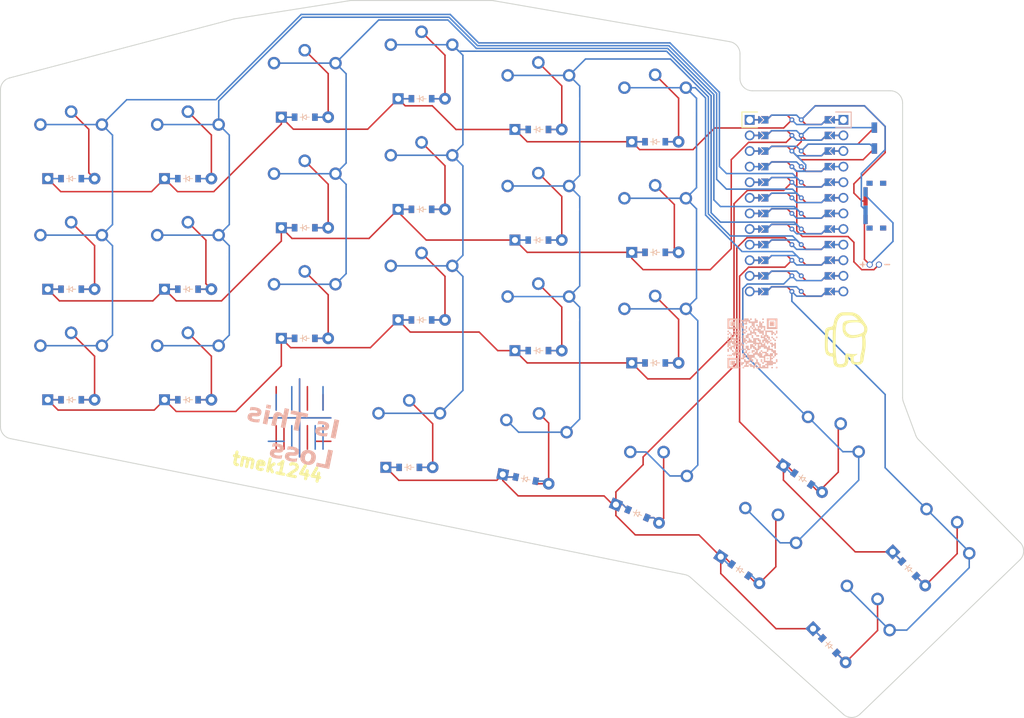
<source format=kicad_pcb>
(kicad_pcb (version 20221018) (generator pcbnew)
  (title_block (title "keyboard") (rev "v1.0.0") (company "Unknown"))
  (layers (0 "F.Cu" signal) (31 "B.Cu" signal) (34 "B.Paste" user) (35 "F.Paste" user) (36 "B.SilkS" user "B.Silkscreen") (37 "F.SilkS" user "F.Silkscreen") (38 "B.Mask" user) (39 "F.Mask" user) (44 "Edge.Cuts" user))
  (net 0 "")
  (net 1 "P21")
  (net 2 "outer_bottom")
  (net 3 "outer_home")
  (net 4 "outer_top")
  (net 5 "P20")
  (net 6 "pinky_bottom")
  (net 7 "pinky_home")
  (net 8 "pinky_top")
  (net 9 "P19")
  (net 10 "ring_bottom")
  (net 11 "ring_home")
  (net 12 "ring_top")
  (net 13 "P18")
  (net 14 "middle_bottom")
  (net 15 "middle_home")
  (net 16 "middle_top")
  (net 17 "P15")
  (net 18 "index_bottom")
  (net 19 "index_home")
  (net 20 "index_top")
  (net 21 "P14")
  (net 22 "inner_bottom")
  (net 23 "inner_home")
  (net 24 "inner_top")
  (net 25 "inner1_lower")
  (net 26 "inner2_lower")
  (net 27 "middle_lower")
  (net 28 "P8")
  (net 29 "outer1_lower")
  (net 30 "outer1_upper")
  (net 31 "P9")
  (net 32 "outer2_lower")
  (net 33 "outer2_upper")
  (net 34 "P2")
  (net 35 "P0")
  (net 36 "P1")
  (net 37 "P6")
  (net 38 "P7")
  (net 39 "RAW")
  (net 40 "GND")
  (net 41 "RST")
  (net 42 "VCC")
  (net 43 "P16")
  (net 44 "P10")
  (net 45 "P3")
  (net 46 "P4")
  (net 47 "P5")
  (net 48 "pos")
  (footprint "lib:bat" (layer "F.Cu") (at 230.65 83 90)
    (fp_text reference "")
    (fp_text value "")
  )
  (footprint "PG1350" (layer "F.Cu") (at 119 100)
    (fp_text reference "S4" hide)
    (fp_text value "" hide)
  )
  (footprint "PG1350" (layer "F.Cu") (at 194.073113 118.949515 -23)
    (fp_text reference "S21" hide)
    (fp_text value "" hide)
  )
  (footprint "MountingHole_2.2mm_M2" (layer "F.Cu") (at 227.953123 104.852547 -34.5)
    (fp_text reference "_8" hide)
    (fp_text value "")
  )
  (footprint "PG1350" (layer "F.Cu") (at 138 54)
    (fp_text reference "S9" hide)
    (fp_text value "" hide)
  )
  (footprint "ComboDiode" (layer "F.Cu") (at 100 105)
    (fp_text reference "D1" hide)
    (fp_text value "" hide)
  )
  (footprint "PG1350" (layer "F.Cu") (at 138 90)
    (fp_text reference "S7" hide)
    (fp_text value "" hide)
  )
  (footprint "ComboDiode" (layer "F.Cu") (at 138 95)
    (fp_text reference "D7" hide)
    (fp_text value "" hide)
  )
  (footprint "ComboDiode" (layer "F.Cu") (at 176 79)
    (fp_text reference "D14" hide)
    (fp_text value "" hide)
  )
  (footprint "ComboDiode" (layer "F.Cu") (at 192.119457 123.552039 -23)
    (fp_text reference "D21" hide)
    (fp_text value "" hide)
  )
  (footprint "PG1350" (layer "F.Cu") (at 195 76)
    (fp_text reference "S17" hide)
    (fp_text value "" hide)
  )
  (footprint "PG1350" (layer "F.Cu") (at 157 69)
    (fp_text reference "S11" hide)
    (fp_text value "" hide)
  )
  (footprint "ComboDiode" (layer "F.Cu") (at 223.337281 145.007455 -46)
    (fp_text reference "D24" hide)
    (fp_text value "" hide)
  )
  (footprint "ComboDiode" (layer "F.Cu") (at 138 59)
    (fp_text reference "D9" hide)
    (fp_text value "" hide)
  )
  (footprint "MountingHole_2.2mm_M2" (layer "F.Cu") (at 119 91)
    (fp_text reference "_5" hide)
    (fp_text value "")
  )
  (footprint "ComboDiode" (layer "F.Cu") (at 100 69)
    (fp_text reference "D3" hide)
    (fp_text value "" hide)
  )
  (footprint "MountingHole_2.2mm_M2" (layer "F.Cu") (at 195 67)
    (fp_text reference "_9" hide)
    (fp_text value "")
  )
  (footprint "PG1350" (layer "F.Cu") (at 119 64)
    (fp_text reference "S6" hide)
    (fp_text value "" hide)
  )
  (footprint "ComboDiode" (layer "F.Cu") (at 219.003905 117.873741 -34.5)
    (fp_text reference "D23" hide)
    (fp_text value "" hide)
  )
  (footprint "PG1350" (layer "F.Cu") (at 176 74)
    (fp_text reference "S14" hide)
    (fp_text value "" hide)
  )
  (footprint "ComboDiode" (layer "F.Cu") (at 176 97)
    (fp_text reference "D13" hide)
    (fp_text value "" hide)
  )
  (footprint "PG1350" (layer "F.Cu") (at 195 58)
    (fp_text reference "S18" hide)
    (fp_text value "" hide)
  )
  (footprint "PG1350" (layer "F.Cu") (at 195 94)
    (fp_text reference "S16" hide)
    (fp_text value "" hide)
  )
  (footprint "PG1350" (layer "F.Cu") (at 100 82)
    (fp_text reference "S2" hide)
    (fp_text value "" hide)
  )
  (footprint "PG1350" (layer "F.Cu") (at 221.835936 113.75311 -34.5)
    (fp_text reference "S23" hide)
    (fp_text value "" hide)
  )
  (footprint "ComboDiode" (layer "F.Cu") (at 155 116)
    (fp_text reference "D19" hide)
    (fp_text value "" hide)
  )
  (footprint "PG1350" (layer "F.Cu") (at 157 51)
    (fp_text reference "S12" hide)
    (fp_text value "" hide)
  )
  (footprint "PG1350" (layer "F.Cu") (at 100 100)
    (fp_text reference "S1" hide)
    (fp_text value "" hide)
  )
  (footprint "Button_Switch_SMD:SW_SPDT_PCM12" (layer "F.Cu") (at 230.65 73.4 90)
    (fp_text reference "")
    (fp_text value "")
  )
  (footprint "PG1350" (layer "F.Cu") (at 176 92)
    (fp_text reference "S13" hide)
    (fp_text value "" hide)
  )
  (footprint "PG1350" (layer "F.Cu") (at 176 56)
    (fp_text reference "S15" hide)
    (fp_text value "" hide)
  )
  (footprint "PG1350" (layer "F.Cu") (at 174.936793 113.00753 -11.5)
    (fp_text reference "S20" hide)
    (fp_text value "" hide)
  )
  (footprint "Button_Switch_SMD:SW_SPST_B3U-1000P" (layer "F.Cu") (at 230.65 62.4 90)
    (fp_text reference "")
    (fp_text value "")
  )
  (footprint "ComboDiode" (layer "F.Cu") (at 173.939954 117.907153 -11.5)
    (fp_text reference "D20" hide)
    (fp_text value "" hide)
  )
  (footprint "ComboDiode" (layer "F.Cu") (at 157 92)
    (fp_text reference "D10" hide)
    (fp_text value "" hide)
  )
  (footprint "PG1350" (layer "F.Cu") (at 138 72)
    (fp_text reference "S8" hide)
    (fp_text value "" hide)
  )
  (footprint "MountingHole_2.2mm_M2" (layer "F.Cu") (at 157 60)
    (fp_text reference "_6" hide)
    (fp_text value "")
  )
  (footprint "ComboDiode" (layer "F.Cu") (at 195 81)
    (fp_text reference "D17" hide)
    (fp_text value "" hide)
  )
  (footprint "PG1350" (layer "F.Cu") (at 239.882096 129.030312 -46)
    (fp_text reference "S25" hide)
    (fp_text value "" hide)
  )
  (footprint "ComboDiode" (layer "F.Cu") (at 100 87)
    (fp_text reference "D2" hide)
    (fp_text value "" hide)
  )
  (footprint "ComboDiode" (layer "F.Cu") (at 138 77)
    (fp_text reference "D8" hide)
    (fp_text value "" hide)
  )
  (footprint "ComboDiode" (layer "F.Cu") (at 119 87)
    (fp_text reference "D5" hide)
    (fp_text value "" hide)
  )
  (footprint "PG1350" (layer "F.Cu") (at 157 87)
    (fp_text reference "S10" hide)
    (fp_text value "" hide)
  )
  (footprint "ComboDiode" (layer "F.Cu") (at 157 74)
    (fp_text reference "D11" hide)
    (fp_text value "" hide)
  )
  (footprint "ComboDiode" (layer "F.Cu") (at 195 99)
    (fp_text reference "D16" hide)
    (fp_text value "" hide)
  )
  (footprint "PG1350" (layer "F.Cu") (at 226.93398 141.534163 -46)
    (fp_text reference "S24" hide)
    (fp_text value "" hide)
  )
  (footprint "PG1350" (layer "F.Cu") (at 119 82)
    (fp_text reference "S5" hide)
    (fp_text value "" hide)
  )
  (footprint "PG1350" (layer "F.Cu") (at 211.640624 128.587381 -34.5)
    (fp_text reference "S22" hide)
    (fp_text value "" hide)
  )
  (footprint "ComboDiode" (layer "F.Cu") (at 236.285397 132.503604 -46)
    (fp_text reference "D25" hide)
    (fp_text value "" hide)
  )
  (footprint "PG1350" (layer "F.Cu") (at 155 111)
    (fp_text reference "S19" hide)
    (fp_text value "" hide)
  )
  (footprint "ComboDiode" (layer "F.Cu") (at 157 56)
    (fp_text reference "D12" hide)
    (fp_text value "" hide)
  )
  (footprint "ComboDiode" (layer "F.Cu") (at 195 63)
    (fp_text reference "D18" hide)
    (fp_text value "" hide)
  )
  (footprint "MountingHole_2.2mm_M2" (layer "F.Cu") (at 119 51.4)
    (fp_text reference "_4" hide)
    (fp_text value "")
  )
  (footprint "ComboDiode" (layer "F.Cu") (at 119 69)
    (fp_text reference "D6" hide)
    (fp_text value "" hide)
  )
  (footprint "ComboDiode" (layer "F.Cu") (at 208.808593 132.708012 -34.5)
    (fp_text reference "D22" hide)
    (fp_text value "" hide)
  )
  (footprint "ComboDiode" (layer "F.Cu") (at 119 105)
    (fp_text reference "D4" hide)
    (fp_text value "" hide)
  )
  (footprint "MountingHole_2.2mm_M2" (layer "F.Cu") (at 157 99.6)
    (fp_text reference "_7" hide)
    (fp_text value "")
  )
  (footprint "ProMicro" (layer "F.Cu") (at 218 73.4 -90)
    (fp_text reference "MCU1" hide)
    (fp_text value "")
  )
  (footprint "ComboDiode" (layer "F.Cu") (at 176 61)
    (fp_text reference "D15" hide)
    (fp_text value "" hide)
  )
  (footprint "PG1350" (layer "F.Cu") (at 100 64)
    (fp_text reference "S3" hide)
    (fp_text value "" hide)
  )
  (gr_poly (pts (xy 212.669438 93.98) (xy 212.423375 93.98) (xy 212.423375 93.733938) (xy 212.669438 93.733938)) (fill solid) (layer "B.SilkS"))
  (gr_poly (pts (xy 211.93125 95.9485) (xy 211.685188 95.9485) (xy 211.685188 95.702438) (xy 211.93125 95.702438)) (fill solid) (layer "B.SilkS"))
  (gr_poly (pts (xy 209.470625 99.147312) (xy 209.224563 99.147312) (xy 209.224563 98.90125) (xy 209.470625 98.90125)) (fill solid) (layer "B.SilkS"))
  (gr_poly (pts (xy 209.96275 92.503625) (xy 209.716688 92.503625) (xy 209.716688 92.257563) (xy 209.96275 92.257563)) (fill solid) (layer "B.SilkS"))
  (gr_poly (pts (xy 212.9155 96.440625) (xy 212.669438 96.440625) (xy 212.669438 96.194563) (xy 212.9155 96.194563)) (fill solid) (layer "B.SilkS"))
  (gr_poly (pts (xy 211.193063 93.733938) (xy 210.947 93.733938) (xy 210.947 93.487875) (xy 211.193063 93.487875)) (fill solid) (layer "B.SilkS"))
  (gr_poly (pts (xy 208.486375 95.9485) (xy 208.240313 95.9485) (xy 208.240313 95.702438) (xy 208.486375 95.702438)) (fill solid) (layer "B.SilkS"))
  (gr_poly (pts (xy 210.947 94.96425) (xy 210.700938 94.96425) (xy 210.700938 94.718188) (xy 210.947 94.718188)) (fill solid) (layer "B.SilkS"))
  (gr_poly (pts (xy 208.9785 98.163063) (xy 208.732438 98.163063) (xy 208.732438 97.917) (xy 208.9785 97.917)) (fill solid) (layer "B.SilkS"))
  (gr_poly (pts (xy 213.407625 99.639438) (xy 213.161563 99.639438) (xy 213.161563 99.393375) (xy 213.407625 99.393375)) (fill solid) (layer "B.SilkS"))
  (gr_poly (pts (xy 213.653688 97.917) (xy 213.407625 97.917) (xy 213.407625 97.670938) (xy 213.653688 97.670938)) (fill solid) (layer "B.SilkS"))
  (gr_poly (pts (xy 209.470625 93.487875) (xy 209.224563 93.487875) (xy 209.224563 93.241813) (xy 209.470625 93.241813)) (fill solid) (layer "B.SilkS"))
  (gr_poly (pts (xy 213.407625 96.686688) (xy 213.161563 96.686688) (xy 213.161563 96.440625) (xy 213.407625 96.440625)) (fill solid) (layer "B.SilkS"))
  (gr_poly (pts (xy 211.93125 96.93275) (xy 211.685188 96.93275) (xy 211.685188 96.686688) (xy 211.93125 96.686688)) (fill solid) (layer "B.SilkS"))
  (gr_poly (pts (xy 209.96275 93.241813) (xy 209.716688 93.241813) (xy 209.716688 92.99575) (xy 209.96275 92.99575)) (fill solid) (layer "B.SilkS"))
  (gr_poly (pts (xy 209.96275 96.686688) (xy 209.716688 96.686688) (xy 209.716688 96.440625) (xy 209.96275 96.440625)) (fill solid) (layer "B.SilkS"))
  (gr_poly (pts (xy 210.208813 94.472125) (xy 209.96275 94.472125) (xy 209.96275 94.226063) (xy 210.208813 94.226063)) (fill solid) (layer "B.SilkS"))
  (gr_poly (pts (xy 214.884 97.670938) (xy 214.637938 97.670938) (xy 214.637938 97.424875) (xy 214.884 97.424875)) (fill solid) (layer "B.SilkS"))
  (gr_poly (pts (xy 211.93125 93.487875) (xy 211.685188 93.487875) (xy 211.685188 93.241813) (xy 211.93125 93.241813)) (fill solid) (layer "B.SilkS"))
  (gr_poly (pts (xy 211.439125 96.194563) (xy 211.193063 96.194563) (xy 211.193063 95.9485) (xy 211.439125 95.9485)) (fill solid) (layer "B.SilkS"))
  (gr_poly (pts (xy 210.947 92.99575) (xy 210.700938 92.99575) (xy 210.700938 92.749688) (xy 210.947 92.749688)) (fill solid) (layer "B.SilkS"))
  (gr_poly (pts (xy 211.93125 97.917) (xy 211.685188 97.917) (xy 211.685188 97.670938) (xy 211.93125 97.670938)) (fill solid) (layer "B.SilkS"))
  (gr_poly (pts (xy 212.669438 97.424875) (xy 212.423375 97.424875) (xy 212.423375 97.178813) (xy 212.669438 97.178813)) (fill solid) (layer "B.SilkS"))
  (gr_poly (pts (xy 213.161563 97.424875) (xy 212.9155 97.424875) (xy 212.9155 97.178813) (xy 213.161563 97.178813)) (fill solid) (layer "B.SilkS"))
  (gr_poly (pts (xy 208.486375 95.456375) (xy 208.240313 95.456375) (xy 208.240313 95.210313) (xy 208.486375 95.210313)) (fill solid) (layer "B.SilkS"))
  (gr_line (start 213.419928 93.22951) (end 213.419928 92.023804) (stroke (width 0.1)) (layer "B.SilkS"))
  (gr_poly (pts (xy 214.637938 97.670938) (xy 214.391875 97.670938) (xy 214.391875 97.424875) (xy 214.637938 97.424875)) (fill solid) (layer "B.SilkS"))
  (gr_poly (pts (xy 209.716688 97.424875) (xy 209.470625 97.424875) (xy 209.470625 97.178813) (xy 209.716688 97.178813)) (fill solid) (layer "B.SilkS"))
  (gr_poly (pts (xy 207.99425 95.9485) (xy 207.748188 95.9485) (xy 207.748188 95.702438) (xy 207.99425 95.702438)) (fill solid) (layer "B.SilkS"))
  (gr_poly (pts (xy 207.01 95.702438) (xy 206.763938 95.702438) (xy 206.763938 95.456375) (xy 207.01 95.456375)) (fill solid) (layer "B.SilkS"))
  (gr_poly (pts (xy 210.208813 94.96425) (xy 209.96275 94.96425) (xy 209.96275 94.718188) (xy 210.208813 94.718188)) (fill solid) (layer "B.SilkS"))
  (gr_poly (pts (xy 210.454875 96.93275) (xy 210.208813 96.93275) (xy 210.208813 96.686688) (xy 210.454875 96.686688)) (fill solid) (layer "B.SilkS"))
  (gr_poly (pts (xy 211.685188 96.93275) (xy 211.439125 96.93275) (xy 211.439125 96.686688) (xy 211.685188 96.686688)) (fill solid) (layer "B.SilkS"))
  (gr_poly (pts (xy 214.145812 94.472125) (xy 213.89975 94.472125) (xy 213.89975 94.226063) (xy 214.145812 94.226063)) (fill solid) (layer "B.SilkS"))
  (gr_poly (pts (xy 211.93125 96.194563) (xy 211.685188 96.194563) (xy 211.685188 95.9485) (xy 211.93125 95.9485)) (fill solid) (layer "B.SilkS"))
  (gr_poly (pts (xy 214.391875 97.424875) (xy 214.145812 97.424875) (xy 214.145812 97.178813) (xy 214.391875 97.178813)) (fill solid) (layer "B.SilkS"))
  (gr_poly (pts (xy 207.99425 95.702438) (xy 207.748188 95.702438) (xy 207.748188 95.456375) (xy 207.99425 95.456375)) (fill solid) (layer "B.SilkS"))
  (gr_poly (pts (xy 211.193063 96.440625) (xy 210.947 96.440625) (xy 210.947 96.194563) (xy 211.193063 96.194563)) (fill solid) (layer "B.SilkS"))
  (gr_poly (pts (xy 208.484288 95.943589) (xy 208.248048 95.943589) (xy 208.248048 95.707349) (xy 208.484288 95.707349)) (stroke (width 0.009086)) (fill solid) (layer "B.SilkS"))
  (gr_poly (pts (xy 213.653688 98.90125) (xy 213.407625 98.90125) (xy 213.407625 98.655188) (xy 213.653688 98.655188)) (fill solid) (layer "B.SilkS"))
  (gr_poly (pts (xy 211.93125 99.147312) (xy 211.685188 99.147312) (xy 211.685188 98.90125) (xy 211.93125 98.90125)) (fill solid) (layer "B.SilkS"))
  (gr_poly (pts (xy 207.256063 95.702438) (xy 207.01 95.702438) (xy 207.01 95.456375) (xy 207.256063 95.456375)) (fill solid) (layer "B.SilkS"))
  (gr_poly (pts (xy 209.96275 99.393375) (xy 209.716688 99.393375) (xy 209.716688 99.147312) (xy 209.96275 99.147312)) (fill solid) (layer "B.SilkS"))
  (gr_poly (pts (xy 212.9155 98.655188) (xy 212.669438 98.655188) (xy 212.669438 98.409125) (xy 212.9155 98.409125)) (fill solid) (layer "B.SilkS"))
  (gr_poly (pts (xy 210.947 98.163063) (xy 210.700938 98.163063) (xy 210.700938 97.917) (xy 210.947 97.917)) (fill solid) (layer "B.SilkS"))
  (gr_poly (pts (xy 211.193063 97.178813) (xy 210.947 97.178813) (xy 210.947 96.93275) (xy 211.193063 96.93275)) (fill solid) (layer "B.SilkS"))
  (gr_poly (pts (xy 209.470625 92.503625) (xy 209.224563 92.503625) (xy 209.224563 92.257563) (xy 209.470625 92.257563)) (fill solid) (layer "B.SilkS"))
  (gr_poly (pts (xy 207.99425 94.472125) (xy 207.748188 94.472125) (xy 207.748188 94.226063) (xy 207.99425 94.226063)) (fill solid) (layer "B.SilkS"))
  (gr_poly (pts (xy 210.700938 95.702438) (xy 210.454875 95.702438) (xy 210.454875 95.456375) (xy 210.700938 95.456375)) (fill solid) (layer "B.SilkS"))
  (gr_poly (pts (xy 209.716688 94.226063) (xy 209.470625 94.226063) (xy 209.470625 93.98) (xy 209.716688 93.98)) (fill solid) (layer "B.SilkS"))
  (gr_poly (pts (xy 211.439125 99.147312) (xy 211.193063 99.147312) (xy 211.193063 98.90125) (xy 211.439125 98.90125)) (fill solid) (layer "B.SilkS"))
  (gr_poly (pts (xy 211.685188 92.257563) (xy 211.439125 92.257563) (xy 211.439125 92.0115) (xy 211.685188 92.0115)) (fill solid) (layer "B.SilkS"))
  (gr_poly (pts (xy 209.470625 96.686688) (xy 209.224563 96.686688) (xy 209.224563 96.440625) (xy 209.470625 96.440625)) (fill solid) (layer "B.SilkS"))
  (gr_poly (pts (xy 209.96275 95.9485) (xy 209.716688 95.9485) (xy 209.716688 95.702438) (xy 209.96275 95.702438)) (fill solid) (layer "B.SilkS"))
  (gr_poly (pts (xy 208.486375 96.93275) (xy 208.240313 96.93275) (xy 208.240313 96.686688) (xy 208.486375 96.686688)) (fill solid) (layer "B.SilkS"))
  (gr_poly (pts (xy 212.177313 93.98) (xy 211.93125 93.98) (xy 211.93125 93.733938) (xy 212.177313 93.733938)) (fill solid) (layer "B.SilkS"))
  (gr_poly (pts (xy 214.145812 98.409125) (xy 213.89975 98.409125) (xy 213.89975 98.163063) (xy 214.145812 98.163063)) (fill solid) (layer "B.SilkS"))
  (gr_poly (pts (xy 208.240313 96.93275) (xy 207.99425 96.93275) (xy 207.99425 96.686688) (xy 208.240313 96.686688)) (fill solid) (layer "B.SilkS"))
  (gr_poly (pts (xy 208.732438 95.702438) (xy 208.486375 95.702438) (xy 208.486375 95.456375) (xy 208.732438 95.456375)) (fill solid) (layer "B.SilkS"))
  (gr_poly (pts (xy 211.93125 97.670938) (xy 211.685188 97.670938) (xy 211.685188 97.424875) (xy 211.93125 97.424875)) (fill solid) (layer "B.SilkS"))
  (gr_poly (pts (xy 213.161563 96.440625) (xy 212.9155 96.440625) (xy 212.9155 96.194563) (xy 213.161563 96.194563)) (fill solid) (layer "B.SilkS"))
  (gr_poly (pts (xy 207.99425 96.440625) (xy 207.748188 96.440625) (xy 207.748188 96.194563) (xy 207.99425 96.194563)) (fill solid) (layer "B.SilkS"))
  (gr_poly (pts (xy 210.454875 99.393375) (xy 210.208813 99.393375) (xy 210.208813 99.147312) (xy 210.454875 99.147312)) (fill solid) (layer "B.SilkS"))
  (gr_poly (pts (xy 211.193063 99.8855) (xy 210.947 99.8855) (xy 210.947 99.639438) (xy 211.193063 99.639438)) (fill solid) (layer "B.SilkS"))
  (gr_poly (pts (xy 208.486375 96.440625) (xy 208.240313 96.440625) (xy 208.240313 96.194563) (xy 208.486375 96.194563)) (fill solid) (layer "B.SilkS"))
  (gr_poly (pts (xy 207.01 95.9485) (xy 206.763938 95.9485) (xy 206.763938 95.702438) (xy 207.01 95.702438)) (fill solid) (layer "B.SilkS"))
  (gr_poly (pts (xy 211.439125 96.93275) (xy 211.193063 96.93275) (xy 211.193063 96.686688) (xy 211.439125 96.686688)) (fill solid) (layer "B.SilkS"))
  (gr_poly (pts (xy 208.732438 94.226063) (xy 208.486375 94.226063) (xy 208.486375 93.98) (xy 208.732438 93.98)) (fill solid) (layer "B.SilkS"))
  (gr_poly (pts (xy 207.01 96.440625) (xy 206.763938 96.440625) (xy 206.763938 96.194563) (xy 207.01 96.194563)) (fill solid) (layer "B.SilkS"))
  (gr_poly (pts (xy 210.454875 95.456375) (xy 210.208813 95.456375) (xy 210.208813 95.210313) (xy 210.454875 95.210313)) (fill solid) (layer "B.SilkS"))
  (gr_poly (pts (xy 210.208813 97.670938) (xy 209.96275 97.670938) (xy 209.96275 97.424875) (xy 210.208813 97.424875)) (fill solid) (layer "B.SilkS"))
  (gr_poly (pts (xy 209.96275 96.440625) (xy 209.716688 96.440625) (xy 209.716688 96.194563) (xy 209.96275 96.194563)) (fill solid) (layer "B.SilkS"))
  (gr_poly (pts (xy 209.470625 98.163063) (xy 209.224563 98.163063) (xy 209.224563 97.917) (xy 209.470625 97.917)) (fill solid) (layer "B.SilkS"))
  (gr_poly (pts (xy 209.224563 92.99575) (xy 208.9785 92.99575) (xy 208.9785 92.749688) (xy 209.224563 92.749688)) (fill solid) (layer "B.SilkS"))
  (gr_poly (pts (xy 210.208813 95.702438) (xy 209.96275 95.702438) (xy 209.96275 95.456375) (xy 210.208813 95.456375)) (fill solid) (layer "B.SilkS"))
  (gr_poly (pts (xy 211.93125 93.98) (xy 211.685188 93.98) (xy 211.685188 93.733938) (xy 211.93125 93.733938)) (fill solid) (layer "B.SilkS"))
  (gr_poly (pts (xy 211.685188 94.718188) (xy 211.439125 94.718188) (xy 211.439125 94.472125) (xy 211.685188 94.472125)) (fill solid) (layer "B.SilkS"))
  (gr_poly (pts (xy 212.669438 92.0115) (xy 212.423375 92.0115) (xy 212.423375 91.765438) (xy 212.669438 91.765438)) (fill solid) (layer "B.SilkS"))
  (gr_poly (pts (xy 210.208813 96.686688) (xy 209.96275 96.686688) (xy 209.96275 96.440625) (xy 210.208813 96.440625)) (fill solid) (layer "B.SilkS"))
  (gr_poly (pts (xy 209.96275 92.257563) (xy 209.716688 92.257563) (xy 209.716688 92.0115) (xy 209.96275 92.0115)) (fill solid) (layer "B.SilkS"))
  (gr_poly (pts (xy 211.685188 93.733938) (xy 211.439125 93.733938) (xy 211.439125 93.487875) (xy 211.685188 93.487875)) (fill solid) (layer "B.SilkS"))
  (gr_poly (pts (xy 208.486375 94.96425) (xy 208.240313 94.96425) (xy 208.240313 94.718188) (xy 208.486375 94.718188)) (fill solid) (layer "B.SilkS"))
  (gr_poly (pts (xy 208.9785 92.749688) (xy 208.732438 92.749688) (xy 208.732438 92.503625) (xy 208.9785 92.503625)) (fill solid) (layer "B.SilkS"))
  (gr_poly (pts (xy 212.423375 92.99575) (xy 212.177313 92.99575) (xy 212.177313 92.749688) (xy 212.423375 92.749688)) (fill solid) (layer "B.SilkS"))
  (gr_poly (pts (xy 214.637938 96.194563) (xy 214.391875 96.194563) (xy 214.391875 95.9485) (xy 214.637938 95.9485)) (fill solid) (layer "B.SilkS"))
  (gr_poly (pts (xy 213.89975 98.409125) (xy 213.653688 98.409125) (xy 213.653688 98.163063) (xy 213.89975 98.163063)) (fill solid) (layer "B.SilkS"))
  (gr_poly (pts (xy 210.208813 98.163063) (xy 209.96275 98.163063) (xy 209.96275 97.917) (xy 210.208813 97.917)) (fill solid) (layer "B.SilkS"))
  (gr_poly (pts (xy 210.947 95.702438) (xy 210.700938 95.702438) (xy 210.700938 95.456375) (xy 210.947 95.456375)) (fill solid) (layer "B.SilkS"))
  (gr_poly (pts (xy 213.407625 95.456375) (xy 213.161563 95.456375) (xy 213.161563 95.210313) (xy 213.407625 95.210313)) (fill solid) (layer "B.SilkS"))
  (gr_poly (pts (xy 210.947 97.917) (xy 210.700938 97.917) (xy 210.700938 97.670938) (xy 210.947 97.670938)) (fill solid) (layer "B.SilkS"))
  (gr_poly (pts (xy 209.96275 99.147312) (xy 209.716688 99.147312) (xy 209.716688 98.90125) (xy 209.96275 98.90125)) (fill solid) (layer "B.SilkS"))
  (gr_poly (pts (xy 213.89975 97.670938) (xy 213.653688 97.670938) (xy 213.653688 97.424875) (xy 213.89975 97.424875)) (fill solid) (layer "B.SilkS"))
  (gr_poly (pts (xy 212.177313 99.639438) (xy 211.93125 99.639438) (xy 211.93125 99.393375) (xy 212.177313 99.393375)) (fill solid) (layer "B.SilkS"))
  (gr_poly (pts (xy 210.947 94.226063) (xy 210.700938 94.226063) (xy 210.700938 93.98) (xy 210.947 93.98)) (fill solid) (layer "B.SilkS"))
  (gr_poly (pts (xy 209.96275 95.456375) (xy 209.716688 95.456375) (xy 209.716688 95.210313) (xy 209.96275 95.210313)) (fill solid) (layer "B.SilkS"))
  (gr_poly (pts (xy 210.208813 99.639438) (xy 209.96275 99.639438) (xy 209.96275 99.393375) (xy 210.208813 99.393375)) (fill solid) (layer "B.SilkS"))
  (gr_poly (pts (xy 210.208813 96.440625) (xy 209.96275 96.440625) (xy 209.96275 96.194563) (xy 210.208813 96.194563)) (fill solid) (layer "B.SilkS"))
  (gr_poly (pts (xy 210.700938 99.639438) (xy 210.454875 99.639438) (xy 210.454875 99.393375) (xy 210.700938 99.393375)) (fill solid) (layer "B.SilkS"))
  (gr_poly (pts (xy 211.439125 93.733938) (xy 211.193063 93.733938) (xy 211.193063 93.487875) (xy 211.439125 93.487875)) (fill solid) (layer "B.SilkS"))
  (gr_poly (pts (xy 213.161563 94.472125) (xy 212.9155 94.472125) (xy 212.9155 94.226063) (xy 213.161563 94.226063)) (fill solid) (layer "B.SilkS"))
  (gr_poly (pts (xy 209.716688 95.210313) (xy 209.470625 95.210313) (xy 209.470625 94.96425) (xy 209.716688 94.96425)) (fill solid) (layer "B.SilkS"))
  (gr_poly (pts (xy 208.732438 96.440625) (xy 208.486375 96.440625) (xy 208.486375 96.194563) (xy 208.732438 96.194563)) (fill solid) (layer "B.SilkS"))
  (gr_poly (pts (xy 209.716688 99.639438) (xy 209.470625 99.639438) (xy 209.470625 99.393375) (xy 209.716688 99.393375)) (fill solid) (layer "B.SilkS"))
  (gr_poly (pts (xy 212.9155 94.96425) (xy 212.669438 94.96425) (xy 212.669438 94.718188) (xy 212.9155 94.718188)) (fill solid) (layer "B.SilkS"))
  (gr_poly (pts (xy 212.9155 93.487875) (xy 212.669438 93.487875) (xy 212.669438 93.241813) (xy 212.9155 93.241813)) (fill solid) (layer "B.SilkS"))
  (gr_poly (pts (xy 213.407625 96.93275) (xy 213.161563 96.93275) (xy 213.161563 96.686688) (xy 213.407625 96.686688)) (fill solid) (layer "B.SilkS"))
  (gr_poly (pts (xy 210.947 94.718188) (xy 210.700938 94.718188) (xy 210.700938 94.472125) (xy 210.947 94.472125)) (fill solid) (layer "B.SilkS"))
  (gr_poly (pts (xy 213.161563 94.226063) (xy 212.9155 94.226063) (xy 212.9155 93.98) (xy 213.161563 93.98)) (fill solid) (layer "B.SilkS"))
  (gr_line (start 208.22801 93.22951) (end 207.022304 93.22951) (stroke (width 0.1)) (layer "B.SilkS"))
  (gr_poly (pts (xy 210.947 92.503625) (xy 210.700938 92.503625) (xy 210.700938 92.257563) (xy 210.947 92.257563)) (fill solid) (layer "B.SilkS"))
  (gr_poly (pts (xy 213.89975 95.9485) (xy 213.653688 95.9485) (xy 213.653688 95.702438) (xy 213.89975 95.702438)) (fill solid) (layer "B.SilkS"))
  (gr_poly (pts (xy 212.9155 93.241813) (xy 212.669438 93.241813) (xy 212.669438 92.99575) (xy 212.9155 92.99575)) (fill solid) (layer "B.SilkS"))
  (gr_poly (pts (xy 207.99425 92.99575) (xy 207.256063 92.99575) (xy 207.256063 92.257563) (xy 207.99425 92.257563)) (fill solid) (layer "B.SilkS"))
  (gr_poly (pts (xy 213.653688 99.147312) (xy 213.407625 99.147312) (xy 213.407625 98.90125) (xy 213.653688 98.90125)) (fill solid) (layer "B.SilkS"))
  (gr_poly (pts (xy 210.947 96.440625) (xy 210.700938 96.440625) (xy 210.700938 96.194563) (xy 210.947 96.194563)) (fill solid) (layer "B.SilkS"))
  (gr_poly (pts (xy 208.9785 95.9485) (xy 208.732438 95.9485) (xy 208.732438 95.702438) (xy 208.9785 95.702438)) (fill solid) (layer "B.SilkS"))
  (gr_poly (pts (xy 212.9155 93.733938) (xy 212.669438 93.733938) (xy 212.669438 93.487875) (xy 212.9155 93.487875)) (fill solid) (layer "B.SilkS"))
  (gr_poly (pts (xy 210.947 99.639438) (xy 210.700938 99.639438) (xy 210.700938 99.393375) (xy 210.947 99.393375)) (fill solid) (layer "B.SilkS"))
  (gr_poly (pts (xy 212.423375 94.718188) (xy 212.177313 94.718188) (xy 212.177313 94.472125) (xy 212.423375 94.472125)) (fill solid) (layer "B.SilkS"))
  (gr_poly (pts (xy 213.653688 95.702438) (xy 213.407625 95.702438) (xy 213.407625 95.456375) (xy 213.653688 95.456375)) (fill solid) (layer "B.SilkS"))
  (gr_poly (pts (xy 212.177313 99.393375) (xy 211.93125 99.393375) (xy 211.93125 99.147312) (xy 212.177313 99.147312)) (fill solid) (layer "B.SilkS"))
  (gr_poly (pts (xy 209.716688 92.749688) (xy 209.470625 92.749688) (xy 209.470625 92.503625) (xy 209.716688 92.503625)) (fill solid) (layer "B.SilkS"))
  (gr_poly (pts (xy 207.99425 95.456375) (xy 207.748188 95.456375) (xy 207.748188 95.210313) (xy 207.99425 95.210313)) (fill solid) (layer "B.SilkS"))
  (gr_poly (pts (xy 211.193063 96.686688) (xy 210.947 96.686688) (xy 210.947 96.440625) (xy 211.193063 96.440625)) (fill solid) (layer "B.SilkS"))
  (gr_poly (pts (xy 212.669438 96.440625) (xy 212.423375 96.440625) (xy 212.423375 96.194563) (xy 212.669438 96.194563)) (fill solid) (layer "B.SilkS"))
  (gr_poly (pts (xy 213.653688 99.393375) (xy 213.407625 99.393375) (xy 213.407625 99.147312) (xy 213.653688 99.147312)) (fill solid) (layer "B.SilkS"))
  (gr_poly (pts (xy 211.685188 99.8855) (xy 211.439125 99.8855) (xy 211.439125 99.639438) (xy 211.685188 99.639438)) (fill solid) (layer "B.SilkS"))
  (gr_poly (pts (xy 211.193063 92.503625) (xy 210.947 92.503625) (xy 210.947 92.257563) (xy 211.193063 92.257563)) (fill solid) (layer "B.SilkS"))
  (gr_poly (pts (xy 212.9155 96.686688) (xy 212.669438 96.686688) (xy 212.669438 96.440625) (xy 212.9155 96.440625)) (fill solid) (layer "B.SilkS"))
  (gr_poly (pts (xy 210.700938 94.226063) (xy 210.454875 94.226063) (xy 210.454875 93.98) (xy 210.700938 93.98)) (fill solid) (layer "B.SilkS"))
  (gr_poly (pts (xy 208.240313 95.210313) (xy 207.99425 95.210313) (xy 207.99425 94.96425) (xy 208.240313 94.96425)) (fill solid) (layer "B.SilkS"))
  (gr_poly (pts (xy 208.486375 93.487875) (xy 206.763938 93.487875) (xy 206.763938 92.023804) (xy 207.022304 92.023804) (xy 207.022304 93.22951) (xy 208.22801 93.22951) (xy 208.22801 92.023804) (xy 207.022304 92.023804) (xy 206.763938 92.023804) (xy 206.763938 91.765438) (xy 208.486375 91.765438)) (fill solid) (layer "B.SilkS"))
  (gr_poly (pts (xy 213.161563 97.670938) (xy 212.9155 97.670938) (xy 212.9155 97.424875) (xy 213.161563 97.424875)) (fill solid) (layer "B.SilkS"))
  (gr_poly (pts (xy 210.700938 92.503625) (xy 210.454875 92.503625) (xy 210.454875 92.257563) (xy 210.700938 92.257563)) (fill solid) (layer "B.SilkS"))
  (gr_poly (pts (xy 209.470625 94.226063) (xy 209.224563 94.226063) (xy 209.224563 93.98) (xy 209.470625 93.98)) (fill solid) (layer "B.SilkS"))
  (gr_poly (pts (xy 209.224563 98.409125) (xy 208.9785 98.409125) (xy 208.9785 98.163063) (xy 209.224563 98.163063)) (fill solid) (layer "B.SilkS"))
  (gr_poly (pts (xy 214.145812 97.670938) (xy 213.89975 97.670938) (xy 213.89975 97.424875) (xy 214.145812 97.424875)) (fill solid) (layer "B.SilkS"))
  (gr_poly (pts (xy 208.240313 95.456375) (xy 207.99425 95.456375) (xy 207.99425 95.210313) (xy 208.240313 95.210313)) (fill solid) (layer "B.SilkS"))
  (gr_poly (pts (xy 211.193063 93.241813) (xy 210.947 93.241813) (xy 210.947 92.99575) (xy 211.193063 92.99575)) (fill solid) (layer "B.SilkS"))
  (gr_poly (pts (xy 213.89975 98.655188) (xy 213.653688 98.655188) (xy 213.653688 98.409125) (xy 213.89975 98.409125)) (fill solid) (layer "B.SilkS"))
  (gr_poly (pts (xy 208.9785 98.409125) (xy 208.732438 98.409125) (xy 208.732438 98.163063) (xy 208.9785 98.163063)) (fill solid) (layer "B.SilkS"))
  (gr_poly (pts (xy 210.454875 98.409125) (xy 210.208813 98.409125) (xy 210.208813 98.163063) (xy 210.454875 98.163063)) (fill solid) (layer "B.SilkS"))
  (gr_poly (pts (xy 213.653688 96.686688) (xy 213.407625 96.686688) (xy 213.407625 96.440625) (xy 213.653688 96.440625)) (fill solid) (layer "B.SilkS"))
  (gr_poly (pts (xy 210.208813 97.917) (xy 209.96275 97.917) (xy 209.96275 97.670938) (xy 210.208813 97.670938)) (fill solid) (layer "B.SilkS"))
  (gr_poly (pts (xy 210.700938 92.0115) (xy 210.454875 92.0115) (xy 210.454875 91.765438) (xy 210.700938 91.765438)) (fill solid) (layer "B.SilkS"))
  (gr_line (start 213.419928 92.023804) (end 214.625634 92.023804) (stroke (width 0.1)) (layer "B.SilkS"))
  (gr_poly (pts (xy 210.700938 98.655188) (xy 210.454875 98.655188) (xy 210.454875 98.409125) (xy 210.700938 98.409125)) (fill solid) (layer "B.SilkS"))
  (gr_poly (pts (xy 214.145812 95.9485) (xy 213.89975 95.9485) (xy 213.89975 95.702438) (xy 214.145812 95.702438)) (fill solid) (layer "B.SilkS"))
  (gr_poly (pts (xy 212.669438 94.226063) (xy 212.423375 94.226063) (xy 212.423375 93.98) (xy 212.669438 93.98)) (fill solid) (layer "B.SilkS"))
  (gr_poly (pts (xy 211.685188 95.9485) (xy 211.439125 95.9485) (xy 211.439125 95.702438) (xy 211.685188 95.702438)) (fill solid) (layer "B.SilkS"))
  (gr_poly (pts (xy 209.470625 96.194563) (xy 209.224563 96.194563) (xy 209.224563 95.9485) (xy 209.470625 95.9485)) (fill solid) (layer "B.SilkS"))
  (gr_poly (pts (xy 214.637938 97.178813) (xy 214.391875 97.178813) (xy 214.391875 96.93275) (xy 214.637938 96.93275)) (fill solid) (layer "B.SilkS"))
  (gr_poly (pts (xy 214.145812 96.93275) (xy 213.89975 96.93275) (xy 213.89975 96.686688) (xy 214.145812 96.686688)) (fill solid) (layer "B.SilkS"))
  (gr_poly (pts (xy 214.391875 94.226063) (xy 214.145812 94.226063) (xy 214.145812 93.98) (xy 214.391875 93.98)) (fill solid) (layer "B.SilkS"))
  (gr_poly (pts (xy 207.256063 96.194563) (xy 207.01 96.194563) (xy 207.01 95.9485) (xy 207.256063 95.9485)) (fill solid) (layer "B.SilkS"))
  (gr_poly (pts (xy 211.685188 97.670938) (xy 211.439125 97.670938) (xy 211.439125 97.424875) (xy 211.685188 97.424875)) (fill solid) (layer "B.SilkS"))
  (gr_poly (pts (xy 209.224563 93.241813) (xy 208.9785 93.241813) (xy 208.9785 92.99575) (xy 209.224563 92.99575)) (fill solid) (layer "B.SilkS"))
  (gr_poly (pts (xy 209.470625 94.718188) (xy 209.224563 94.718188) (xy 209.224563 94.472125) (xy 209.470625 94.472125)) (fill solid) (layer "B.SilkS"))
  (gr_poly (pts (xy 212.177313 94.226063) (xy 211.93125 94.226063) (xy 211.93125 93.98) (xy 212.177313 93.98)) (fill solid) (layer "B.SilkS"))
  (gr_poly (pts (xy 212.669438 99.639438) (xy 212.423375 99.639438) (xy 212.423375 99.393375) (xy 212.669438 99.393375)) (fill solid) (layer "B.SilkS"))
  (gr_poly (pts (xy 210.700938 98.163063) (xy 210.454875 98.163063) (xy 210.454875 97.917) (xy 210.700938 97.917)) (fill solid) (layer "B.SilkS"))
  (gr_poly (pts (xy 207.502125 94.472125) (xy 207.256063 94.472125) (xy 207.256063 94.226063) (xy 207.502125 94.226063)) (fill solid) (layer "B.SilkS"))
  (gr_poly (pts (xy 213.407625 99.393375) (xy 213.161563 99.393375) (xy 213.161563 99.147312) (xy 213.407625 99.147312)) (fill solid) (layer "B.SilkS"))
  (gr_poly (pts (xy 211.193063 99.639438) (xy 210.947 99.639438) (xy 210.947 99.393375) (xy 211.193063 99.393375)) (fill solid) (layer "B.SilkS"))
  (gr_poly (pts (xy 212.177313 93.733938) (xy 211.93125 93.733938) (xy 211.93125 93.487875) (xy 212.177313 93.487875)) (fill solid) (layer "B.SilkS"))
  (gr_poly (pts (xy 214.145812 93.98) (xy 213.89975 93.98) (xy 213.89975 93.733938) (xy 214.145812 93.733938)) (fill solid) (layer "B.SilkS"))
  (gr_poly (pts (xy 212.669438 98.163063) (xy 212.423375 98.163063) (xy 212.423375 97.917) (xy 212.669438 97.917)) (fill solid) (layer "B.SilkS"))
  (gr_line (start 214.625634 92.023804) (end 214.625634 93.22951) (stroke (width 0.1)) (layer "B.SilkS"))
  (gr_poly (pts (xy 208.238962 95.943589) (xy 208.002723 95.943589) (xy 208.002723 95.707349) (xy 208.238962 95.707349)) (stroke (width 0.009086)) (fill solid) (layer "B.SilkS"))
  (gr_poly (pts (xy 207.502125 95.210313) (xy 207.256063 95.210313) (xy 207.256063 94.96425) (xy 207.502125 94.96425)) (fill solid) (layer "B.SilkS"))
  (gr_poly (pts (xy 214.145812 97.917) (xy 213.89975 97.917) (xy 213.89975 97.670938) (xy 214.145812 97.670938)) (fill solid) (layer "B.SilkS"))
  (gr_poly (pts (xy 209.716688 95.702438) (xy 209.470625 95.702438) (xy 209.470625 95.456375) (xy 209.716688 95.456375)) (fill solid) (layer "B.SilkS"))
  (gr_poly (pts (xy 207.256063 96.686688) (xy 207.01 96.686688) (xy 207.01 96.440625) (xy 207.256063 96.440625)) (fill solid) (layer "B.SilkS"))
  (gr_poly (pts (xy 211.93125 96.686688) (xy 211.685188 96.686688) (xy 211.685188 96.440625) (xy 211.93125 96.440625)) (fill solid) (layer "B.SilkS"))
  (gr_poly (pts (xy 212.423375 96.194563) (xy 212.177313 96.194563) (xy 212.177313 95.9485) (xy 212.423375 95.9485)) (fill solid) (layer "B.SilkS"))
  (gr_poly (pts (xy 214.145812 96.440625) (xy 213.89975 96.440625) (xy 213.89975 96.194563) (xy 214.145812 96.194563)) (fill solid) (layer "B.SilkS"))
  (gr_poly (pts (xy 212.9155 98.163063) (xy 212.669438 98.163063) (xy 212.669438 97.917) (xy 212.9155 97.917)) (fill solid) (layer "B.SilkS"))
  (gr_poly (pts (xy 214.145812 99.393375) (xy 213.89975 99.393375) (xy 213.89975 99.147312) (xy 214.145812 99.147312)) (fill solid) (layer "B.SilkS"))
  (gr_poly (pts (xy 214.391875 96.194563) (xy 214.145812 96.194563) (xy 214.145812 95.9485) (xy 214.391875 95.9485)) (fill solid) (layer "B.SilkS"))
  (gr_poly (pts (xy 214.145812 94.226063) (xy 213.89975 94.226063) (xy 213.89975 93.98) (xy 214.145812 93.98)) (fill solid) (layer "B.SilkS"))
  (gr_poly (pts (xy 211.93125 95.456375) (xy 211.685188 95.456375) (xy 211.685188 95.210313) (xy 211.93125 95.210313)) (fill solid) (layer "B.SilkS"))
  (gr_poly (pts (xy 209.470625 99.8855) (xy 209.224563 99.8855) (xy 209.224563 99.639438) (xy 209.470625 99.639438)) (fill solid) (layer "B.SilkS"))
  (gr_line (start 207.022304 92.023804) (end 208.22801 92.023804) (stroke (width 0.1)) (layer "B.SilkS"))
  (gr_poly (pts (xy 212.423375 97.670938) (xy 212.177313 97.670938) (xy 212.177313 97.424875) (xy 212.423375 97.424875)) (fill solid) (layer "B.SilkS"))
  (gr_poly (pts (xy 207.748188 97.670938) (xy 207.502125 97.670938) (xy 207.502125 97.424875) (xy 207.748188 97.424875)) (fill solid) (layer "B.SilkS"))
  (gr_poly (pts (xy 207.01 93.98) (xy 206.763938 93.98) (xy 206.763938 93.733938) (xy 207.01 93.733938)) (fill solid) (layer "B.SilkS"))
  (gr_poly (pts (xy 207.99425 93.98) (xy 207.748188 93.98) (xy 207.748188 93.733938) (xy 207.99425 93.733938)) (fill solid) (layer "B.SilkS"))
  (gr_poly (pts (xy 214.637938 95.456375) (xy 214.391875 95.456375) (xy 214.391875 95.210313) (xy 214.637938 95.210313)) (fill solid) (layer "B.SilkS"))
  (gr_poly (pts (xy 211.439125 96.686688) (xy 211.193063 96.686688) (xy 211.193063 96.440625) (xy 211.439125 96.440625)) (fill solid) (layer "B.SilkS"))
  (gr_poly (pts (xy 210.947 98.90125) (xy 210.700938 98.90125) (xy 210.700938 98.655188) (xy 210.947 98.655188)) (fill solid) (layer "B.SilkS"))
  (gr_poly (pts (xy 210.700938 96.440625) (xy 210.454875 96.440625) (xy 210.454875 96.194563) (xy 210.700938 96.194563)) (fill solid) (layer "B.SilkS"))
  (gr_poly (pts (xy 211.685188 98.90125) (xy 211.439125 98.90125) (xy 211.439125 98.655188) (xy 211.685188 98.655188)) (fill solid) (layer "B.SilkS"))
  (gr_poly (pts (xy 209.470625 95.456375) (xy 209.224563 95.456375) (xy 209.224563 95.210313) (xy 209.470625 95.210313)) (fill solid) (layer "B.SilkS"))
  (gr_poly (pts (xy 209.716688 98.655188) (xy 209.470625 98.655188) (xy 209.470625 98.409125) (xy 209.716688 98.409125)) (fill solid) (layer "B.SilkS"))
  (gr_poly (pts (xy 208.732438 97.424875) (xy 208.486375 97.424875) (xy 208.486375 97.178813) (xy 208.732438 97.178813)) (fill solid) (layer "B.SilkS"))
  (gr_poly (pts (xy 208.486375 99.8855) (xy 206.763938 99.8855) (xy 206.763938 98.421428) (xy 207.022304 98.421428) (xy 207.022304 99.627134) (xy 208.22801 99.627134) (xy 208.22801 98.421428) (xy 207.022304 98.421428) (xy 206.763938 98.421428) (xy 206.763938 98.163063) (xy 208.486375 98.163063)) (fill solid) (layer "B.SilkS"))
  (gr_poly (pts (xy 212.423375 94.226063) (xy 212.177313 94.226063) (xy 212.177313 93.98) (xy 212.423375 93.98)) (fill solid) (layer "B.SilkS"))
  (gr_poly (pts (xy 209.224563 99.393375) (xy 208.9785 99.393375) (xy 208.9785 99.147312) (xy 209.224563 99.147312)) (fill solid) (layer "B.SilkS"))
  (gr_poly (pts (xy 213.407625 95.702438) (xy 213.161563 95.702438) (xy 213.161563 95.456375) (xy 213.407625 95.456375)) (fill solid) (layer "B.SilkS"))
  (gr_poly (pts (xy 211.439125 97.670938) (xy 211.193063 97.670938) (xy 211.193063 97.424875) (xy 211.439125 97.424875)) (fill solid) (layer "B.SilkS"))
  (gr_poly (pts (xy 211.685188 92.503625) (xy 211.439125 92.503625) (xy 211.439125 92.257563) (xy 211.685188 92.257563)) (fill solid) (layer "B.SilkS"))
  (gr_poly (pts (xy 213.161563 97.917) (xy 212.9155 97.917) (xy 212.9155 97.670938) (xy 213.161563 97.670938)) (fill solid) (layer "B.SilkS"))
  (gr_poly (pts (xy 212.9155 95.456375) (xy 212.669438 95.456375) (xy 212.669438 95.210313) (xy 212.9155 95.210313)) (fill solid) (layer "B.SilkS"))
  (gr_poly (pts (xy 212.423375 93.98) (xy 212.177313 93.98) (xy 212.177313 93.733938) (xy 212.423375 93.733938)) (fill solid) (layer "B.SilkS"))
  (gr_poly (pts (xy 213.89975 97.917) (xy 213.653688 97.917) (xy 213.653688 97.670938) (xy 213.89975 97.670938)) (fill solid) (layer "B.SilkS"))
  (gr_poly (pts (xy 207.99425 99.393375) (xy 207.256063 99.393375) (xy 207.256063 98.655188) (xy 207.99425 98.655188)) (fill solid) (layer "B.SilkS"))
  (gr_poly (pts (xy 209.470625 92.257563) (xy 209.224563 92.257563) (xy 209.224563 92.0115) (xy 209.470625 92.0115)) (fill solid) (layer "B.SilkS"))
  (gr_poly (pts (xy 210.208813 92.0115) (xy 209.96275 92.0115) (xy 209.96275 91.765438) (xy 210.208813 91.765438)) (fill solid) (layer "B.SilkS"))
  (gr_poly (pts (xy 212.177313 97.917) (xy 211.93125 97.917) (xy 211.93125 97.670938) (xy 212.177313 97.670938)) (fill solid) (layer "B.SilkS"))
  (gr_poly (pts (xy 212.9155 97.917) (xy 212.669438 97.917) (xy 212.669438 97.670938) (xy 212.9155 97.670938)) (fill solid) (layer "B.SilkS"))
  (gr_poly (pts (xy 214.637938 95.9485) (xy 214.391875 95.9485) (xy 214.391875 95.702438) (xy 214.637938 95.702438)) (fill solid) (layer "B.SilkS"))
  (gr_poly (pts (xy 207.99425 95.210313) (xy 207.748188 95.210313) (xy 207.748188 94.96425) (xy 207.99425 94.96425)) (fill solid) (layer "B.SilkS"))
  (gr_poly (pts (xy 211.193063 92.99575) (xy 210.947 92.99575) (xy 210.947 92.749688) (xy 211.193063 92.749688)) (fill solid) (layer "B.SilkS"))
  (gr_poly (pts (xy 212.669438 95.702438) (xy 212.423375 95.702438) (xy 212.423375 95.456375) (xy 212.669438 95.456375)) (fill solid) (layer "B.SilkS"))
  (gr_poly (pts (xy 207.01 97.917) (xy 206.763938 97.917) (xy 206.763938 97.670938) (xy 207.01 97.670938)) (fill solid) (layer "B.SilkS"))
  (gr_poly (pts (xy 211.685188 97.424875) (xy 211.439125 97.424875) (xy 211.439125 97.178813) (xy 211.685188 97.178813)) (fill solid) (layer "B.SilkS"))
  (gr_poly (pts (xy 212.9155 95.9485) (xy 212.669438 95.9485) (xy 212.669438 95.702438) (xy 212.9155 95.702438)) (fill solid) (layer "B.SilkS"))
  (gr_poly (pts (xy 208.9785 93.241813) (xy 208.732438 93.241813) (xy 208.732438 92.99575) (xy 208.9785 92.99575)) (fill solid) (layer "B.SilkS"))
  (gr_poly (pts (xy 208.9785 92.0115) (xy 208.732438 92.0115) (xy 208.732438 91.765438) (xy 208.9785 91.765438)) (fill solid) (layer "B.SilkS"))
  (gr_line (start 207.022304 98.421428) (end 208.22801 98.421428) (stroke (width 0.1)) (layer "B.SilkS"))
  (gr_poly (pts (xy 214.884 93.98) (xy 214.637938 93.98) (xy 214.637938 93.733938) (xy 214.884 93.733938)) (fill solid) (layer "B.SilkS"))
  (gr_poly (pts (xy 212.9155 99.639438) (xy 212.669438 99.639438) (xy 212.669438 99.393375) (xy 212.9155 99.393375)) (fill solid) (layer "B.SilkS"))
  (gr_poly (pts (xy 211.93125 94.718188) (xy 211.685188 94.718188) (xy 211.685188 94.472125) (xy 211.93125 94.472125)) (fill solid) (layer "B.SilkS"))
  (gr_poly (pts (xy 210.454875 92.503625) (xy 210.208813 92.503625) (xy 210.208813 92.257563) (xy 210.454875 92.257563)) (fill solid) (layer "B.SilkS"))
  (gr_poly (pts (xy 211.93125 93.241813) (xy 211.685188 93.241813) (xy 211.685188 92.99575) (xy 211.93125 92.99575)) (fill solid) (layer "B.SilkS"))
  (gr_poly (pts (xy 214.637938 96.686688) (xy 214.391875 96.686688) (xy 214.391875 96.440625) (xy 214.637938 96.440625)) (fill solid) (layer "B.SilkS"))
  (gr_poly (pts (xy 213.407625 97.670938) (xy 213.161563 97.670938) (xy 213.161563 97.424875) (xy 213.407625 97.424875)) (fill solid) (layer "B.SilkS"))
  (gr_poly (pts (xy 212.177313 99.8855) (xy 211.93125 99.8855) (xy 211.93125 99.639438) (xy 212.177313 99.639438)) (fill solid) (layer "B.SilkS"))
  (gr_poly (pts (xy 209.96275 93.98) (xy 209.716688 93.98) (xy 209.716688 93.733938) (xy 209.96275 93.733938)) (fill solid) (layer "B.SilkS"))
  (gr_poly (pts (xy 210.700938 93.98) (xy 210.454875 93.98) (xy 210.454875 93.733938) (xy 210.700938 93.733938)) (fill solid) (layer "B.SilkS"))
  (gr_poly (pts (xy 212.177313 92.99575) (xy 211.93125 92.99575) (xy 211.93125 92.749688) (xy 212.177313 92.749688)) (fill solid) (layer "B.SilkS"))
  (gr_poly (pts (xy 213.89975 95.456375) (xy 213.653688 95.456375) (xy 213.653688 95.210313) (xy 213.89975 95.210313)) (fill solid) (layer "B.SilkS"))
  (gr_poly (pts (xy 214.884 94.226063) (xy 214.637938 94.226063) (xy 214.637938 93.98) (xy 214.884 93.98)) (fill solid) (layer "B.SilkS"))
  (gr_poly (pts (xy 207.256063 95.9485) (xy 207.01 95.9485) (xy 207.01 95.702438) (xy 207.256063 95.702438)) (fill solid) (layer "B.SilkS"))
  (gr_poly (pts (xy 213.161563 99.8855) (xy 212.9155 99.8855) (xy 212.9155 99.639438) (xy 213.161563 99.639438)) (fill solid) (layer "B.SilkS"))
  (gr_poly (pts (xy 211.193063 93.98) (xy 210.947 93.98) (xy 210.947 93.733938) (xy 211.193063 93.733938)) (fill solid) (layer "B.SilkS"))
  (gr_poly (pts (xy 208.240313 96.194563) (xy 207.99425 96.194563) (xy 207.99425 95.9485) (xy 208.240313 95.9485)) (fill solid) (layer "B.SilkS"))
  (gr_poly (pts (xy 207.748188 97.178813) (xy 207.502125 97.178813) (xy 207.502125 96.93275) (xy 207.748188 96.93275)) (fill solid) (layer "B.SilkS"))
  (gr_poly (pts (xy 213.161563 95.210313) (xy 212.9155 95.210313) (xy 212.9155 94.96425) (xy 213.161563 94.96425)) (fill solid) (layer "B.SilkS"))
  (gr_poly (pts (xy 210.454875 95.210313) (xy 210.208813 95.210313) (xy 210.208813 94.96425) (xy 210.454875 94.96425)) (fill solid) (layer "B.SilkS"))
  (gr_poly (pts (xy 213.161563 99.393375) (xy 212.9155 99.393375) (xy 212.9155 99.147312) (xy 213.161563 99.147312)) (fill solid) (layer "B.SilkS"))
  (gr_poly (pts (xy 207.502125 95.702438) (xy 207.256063 95.702438) (xy 207.256063 95.456375) (xy 207.502125 95.456375)) (fill solid) (layer "B.SilkS"))
  (gr_poly (pts (xy 209.224563 92.257563) (xy 208.9785 92.257563) (xy 208.9785 92.0115) (xy 209.224563 92.0115)) (fill solid) (layer "B.SilkS"))
  (gr_poly (pts (xy 211.439125 92.503625) (xy 211.193063 92.503625) (xy 211.193063 92.257563) (xy 211.439125 92.257563)) (fill solid) (layer "B.SilkS"))
  (gr_poly (pts (xy 211.93125 99.393375) (xy 211.685188 99.393375) (xy 211.685188 99.147312) (xy 211.93125 99.147312)) (fill solid) (layer "B.SilkS"))
  (gr_poly (pts (xy 211.193063 97.917) (xy 210.947 97.917) (xy 210.947 97.670938) (xy 211.193063 97.670938)) (fill solid) (layer "B.SilkS"))
  (gr_poly (pts (xy 210.700938 93.241813) (xy 210.454875 93.241813) (xy 210.454875 92.99575) (xy 210.700938 92.99575)) (fill solid) (layer "B.SilkS"))
  (gr_poly (pts (xy 209.716688 95.456375) (xy 209.470625 95.456375) (xy 209.470625 95.210313) (xy 209.716688 95.210313)) (fill solid) (layer "B.SilkS"))
  (gr_poly (pts (xy 212.423375 99.8855) (xy 212.177313 99.8855) (xy 212.177313 99.639438) (xy 212.423375 99.639438)) (fill solid) (layer "B.SilkS"))
  (gr_poly (pts (xy 210.700938 95.456375) (xy 210.454875 95.456375) (xy 210.454875 95.210313) (xy 210.700938 95.210313)) (fill solid) (layer "B.SilkS"))
  (gr_poly (pts (xy 214.637938 97.424875) (xy 214.391875 97.424875) (xy 214.391875 97.178813) (xy 214.637938 97.178813)) (fill solid) (layer "B.SilkS"))
  (gr_poly (pts (xy 210.700938 94.472125) (xy 210.454875 94.472125) (xy 210.454875 94.226063) (xy 210.700938 94.226063)) (fill solid) (layer "B.SilkS"))
  (gr_poly (pts (xy 210.454875 92.257563) (xy 210.208813 92.257563) (xy 210.208813 92.0115) (xy 210.454875 92.0115)) (fill solid) (layer "B.SilkS"))
  (gr_poly (pts (xy 209.716688 92.257563) (xy 209.470625 92.257563) (xy 209.470625 92.0115) (xy 209.716688 92.0115)) (fill solid) (layer "B.SilkS"))
  (gr_poly (pts (xy 213.89975 99.393375) (xy 213.653688 99.393375) (xy 213.653688 99.147312) (xy 213.89975 99.147312)) (fill solid) (layer "B.SilkS"))
  (gr_poly (pts (xy 210.208813 92.257563) (xy 209.96275 92.257563) (xy 209.96275 92.0115) (xy 210.208813 92.0115)) (fill solid) (layer "B.SilkS"))
  (gr_poly (pts (xy 211.193063 94.226063) (xy 210.947 94.226063) (xy 210.947 93.98) (xy 211.193063 93.98)) (fill solid) (layer "B.SilkS"))
  (gr_poly (pts (xy 209.470625 98.409125) (xy 209.224563 98.409125) (xy 209.224563 98.163063) (xy 209.470625 98.163063)) (fill solid) (layer "B.SilkS"))
  (gr_poly (pts (xy 214.391875 98.163063) (xy 214.145812 98.163063) (xy 214.145812 97.917) (xy 214.391875 97.917)) (fill solid) (layer "B.SilkS"))
  (gr_poly (pts (xy 211.439125 93.487875) (xy 211.193063 93.487875) (xy 211.193063 93.241813) (xy 211.439125 93.241813)) (fill solid) (layer "B.SilkS"))
  (gr_poly (pts (xy 209.716688 96.93275) (xy 209.470625 96.93275) (xy 209.470625 96.686688) (xy 209.716688 96.686688)) (fill solid) (layer "B.SilkS"))
  (gr_poly (pts (xy 209.224563 99.147312) (xy 208.9785 99.147312) (xy 208.9785 98.90125) (xy 209.224563 98.90125)) (fill solid) (layer "B.SilkS"))
  (gr_poly (pts (xy 207.748188 94.96425) (xy 207.502125 94.96425) (xy 207.502125 94.718188) (xy 207.748188 94.718188)) (fill solid) (layer "B.SilkS"))
  (gr_poly (pts (xy 208.486375 94.472125) (xy 208.240313 94.472125) (xy 208.240313 94.226063) (xy 208.486375 94.226063)) (fill solid) (layer "B.SilkS"))
  (gr_poly (pts (xy 213.407625 97.917) (xy 213.161563 97.917) (xy 213.161563 97.670938) (xy 213.407625 97.670938)) (fill solid) (layer "B.SilkS"))
  (gr_poly (pts (xy 211.193063 97.670938) (xy 210.947 97.670938) (xy 210.947 97.424875) (xy 211.193063 97.424875)) (fill solid) (layer "B.SilkS"))
  (gr_poly (pts (xy 213.407625 98.90125) (xy 213.161563 98.90125) (xy 213.161563 98.655188) (xy 213.407625 98.655188)) (fill solid) (layer "B.SilkS"))
  (gr_poly (pts (xy 214.145812 96.194563) (xy 213.89975 96.194563) (xy 213.89975 95.9485) (xy 214.145812 95.9485)) (fill solid) (layer "B.SilkS"))
  (gr_poly (pts (xy 211.685188 97.178813) (xy 211.439125 97.178813) (xy 211.439125 96.93275) (xy 211.685188 96.93275)) (fill solid) (layer "B.SilkS"))
  (gr_poly (pts (xy 212.423375 94.96425) (xy 212.177313 94.96425) (xy 212.177313 94.718188) (xy 212.423375 94.718188)) (fill solid) (layer "B.SilkS"))
  (gr_poly (pts (xy 212.669438 99.147312) (xy 212.423375 99.147312) (xy 212.423375 98.90125) (xy 212.669438 98.90125)) (fill solid) (layer "B.SilkS"))
  (gr_poly (pts (xy 214.884 98.655188) (xy 214.637938 98.655188) (xy 214.637938 98.409125) (xy 214.884 98.409125)) (fill solid) (layer "B.SilkS"))
  (gr_poly (pts (xy 210.208813 96.93275) (xy 209.96275 96.93275) (xy 209.96275 96.686688) (xy 210.208813 96.686688)) (fill solid) (layer "B.SilkS"))
  (gr_poly (pts (xy 208.9785 98.90125) (xy 208.732438 98.90125) (xy 208.732438 98.655188) (xy 208.9785 98.655188)) (fill solid) (layer "B.SilkS"))
  (gr_poly (pts (xy 207.502125 97.917) (xy 207.256063 97.917) (xy 207.256063 97.670938) (xy 207.502125 97.670938)) (fill solid) (layer "B.SilkS"))
  (gr_poly (pts (xy 212.423375 98.163063) (xy 212.177313 98.163063) (xy 212.177313 97.917) (xy 212.423375 97.917)) (fill solid) (layer "B.SilkS"))
  (gr_poly (pts (xy 209.716688 93.733938) (xy 209.470625 93.733938) (xy 209.470625 93.487875) (xy 209.716688 93.487875)) (fill solid) (layer "B.SilkS"))
  (gr_poly (pts (xy 208.9785 93.487875) (xy 208.732438 93.487875) (xy 208.732438 93.241813) (xy 208.9785 93.241813)) (fill solid) (layer "B.SilkS"))
  (gr_poly (pts (xy 210.454875 93.733938) (xy 210.208813 93.733938) (xy 210.208813 93.487875) (xy 210.454875 93.487875)) (fill solid) (layer "B.SilkS"))
  (gr_poly (pts (xy 208.240313 97.670938) (xy 207.99425 97.670938) (xy 207.99425 97.424875) (xy 208.240313 97.424875)) (fill solid) (layer "B.SilkS"))
  (gr_poly (pts (xy 214.637938 97.917) (xy 214.391875 97.917) (xy 214.391875 97.670938) (xy 214.637938 97.670938)) (fill solid) (layer "B.SilkS"))
  (gr_poly (pts (xy 213.407625 98.409125) (xy 213.161563 98.409125) (xy 213.161563 98.163063) (xy 213.407625 98.163063)) (fill solid) (layer "B.SilkS"))
  (gr_poly (pts (xy 214.145812 98.90125) (xy 213.89975 98.90125) (xy 213.89975 98.655188) (xy 214.145812 98.655188)) (fill solid) (layer "B.SilkS"))
  (gr_poly (pts (xy 207.01 95.210313) (xy 206.763938 95.210313) (xy 206.763938 94.96425) (xy 207.01 94.96425)) (fill solid) (layer "B.SilkS"))
  (gr_poly (pts (xy 212.9155 98.90125) (xy 212.669438 98.90125) (xy 212.669438 98.655188) (xy 212.9155 98.655188)) (fill solid) (layer "B.SilkS"))
  (gr_poly (pts (xy 211.439125 95.456375) (xy 211.193063 95.456375) (xy 211.193063 95.210313) (xy 211.439125 95.210313)) (fill solid) (layer "B.SilkS"))
  (gr_poly (pts (xy 214.637938 94.472125) (xy 214.391875 94.472125) (xy 214.391875 94.226063) (xy 214.637938 94.226063)) (fill solid) (layer "B.SilkS"))
  (gr_poly (pts (xy 212.177313 95.456375) (xy 211.93125 95.456375) (xy 211.93125 95.210313) (xy 212.177313 95.210313)) (fill solid) (layer "B.SilkS"))
  (gr_poly (pts (xy 214.637938 99.147312) (xy 214.391875 99.147312) (xy 214.391875 98.90125) (xy 214.637938 98.90125)) (fill solid) (layer "B.SilkS"))
  (gr_poly (pts (xy 211.193063 98.163063) (xy 210.947 98.163063) (xy 210.947 97.917) (xy 211.193063 97.917)) (fill solid) (layer "B.SilkS"))
  (gr_poly (pts (xy 208.240313 94.472125) (xy 207.99425 94.472125) (xy 207.99425 94.226063) (xy 208.240313 94.226063)) (fill solid) (layer "B.SilkS"))
  (gr_poly (pts (xy 210.454875 97.424875) (xy 210.208813 97.424875) (xy 210.208813 97.178813) (xy 210.454875 97.178813)) (fill solid) (layer "B.SilkS"))
  (gr_poly (pts (xy 209.470625 93.98) (xy 209.224563 93.98) (xy 209.224563 93.733938) (xy 209.470625 93.733938)) (fill solid) (layer "B.SilkS"))
  (gr_poly (pts (xy 208.9785 97.670938) (xy 208.732438 97.670938) (xy 208.732438 97.424875) (xy 208.9785 97.424875)) (fill solid) (layer "B.SilkS"))
  (gr_poly (pts (xy 211.93125 93.733938) (xy 211.685188 93.733938) (xy 211.685188 93.487875) (xy 211.93125 93.487875)) (fill solid) (layer "B.SilkS"))
  (gr_poly (pts (xy 211.193063 92.749688) (xy 210.947 92.749688) (xy 210.947 92.503625) (xy 211.193063 92.503625)) (fill solid) (layer "B.SilkS"))
  (gr_poly (pts (xy 207.748188 95.702438) (xy 207.502125 95.702438) (xy 207.502125 95.456375) (xy 207.748188 95.456375)) (fill solid) (layer "B.SilkS"))
  (gr_poly (pts (xy 208.732438 95.210313) (xy 208.486375 95.210313) (xy 208.486375 94.96425) (xy 208.732438 94.96425)) (fill solid) (layer "B.SilkS"))
  (gr_poly (pts (xy 208.486375 97.917) (xy 208.240313 97.917) (xy 208.240313 97.670938) (xy 208.486375 97.670938)) (fill solid) (layer "B.SilkS"))
  (gr_poly (pts (xy 207.256063 94.226063) (xy 207.01 94.226063) (xy 207.01 93.98) (xy 207.256063 93.98)) (fill solid) (layer "B.SilkS"))
  (gr_poly (pts (xy 212.423375 92.749688) (xy 212.177313 92.749688) (xy 212.177313 92.503625) (xy 212.423375 92.503625)) (fill solid) (layer "B.SilkS"))
  (gr_poly (pts (xy 214.145812 99.8855) (xy 213.89975 99.8855) (xy 213.89975 99.639438) (xy 214.145812 99.639438)) (fill solid) (layer "B.SilkS"))
  (gr_poly (pts (xy 211.193063 95.9485) (xy 210.947 95.9485) (xy 210.947 95.702438) (xy 211.193063 95.702438)) (fill solid) (layer "B.SilkS"))
  (gr_poly (pts (xy 212.423375 93.487875) (xy 212.177313 93.487875) (xy 212.177313 93.241813) (xy 212.423375 93.241813)) (fill solid) (layer "B.SilkS"))
  (gr_poly (pts (xy 210.700938 96.686688) (xy 210.454875 96.686688) (xy 210.454875 96.440625) (xy 210.700938 96.440625)) (fill solid) (layer "B.SilkS"))
  (gr_poly (pts (xy 214.391875 97.178813) (xy 214.145812 97.178813) (xy 214.145812 96.93275) (xy 214.391875 96.93275)) (fill solid) (layer "B.SilkS"))
  (gr_poly (pts (xy 213.161563 93.98) (xy 212.9155 93.98) (xy 212.9155 93.733938) (xy 213.161563 93.733938)) (fill solid) (layer "B.SilkS"))
  (gr_poly (pts (xy 210.700938 98.409125) (xy 210.454875 98.409125) (xy 210.454875 98.163063) (xy 210.700938 98.163063)) (fill solid) (layer "B.SilkS"))
  (gr_poly (pts (xy 209.470625 95.702438) (xy 209.224563 95.702438) (xy 209.224563 95.456375) (xy 209.470625 95.456375)) (fill solid) (layer "B.SilkS"))
  (gr_poly (pts (xy 212.423375 97.178813) (xy 212.177313 97.178813) (xy 212.177313 96.93275) (xy 212.423375 96.93275)) (fill solid) (layer "B.SilkS"))
  (gr_poly (pts (xy 212.669438 94.472125) (xy 212.423375 94.472125) (xy 212.423375 94.226063) (xy 212.669438 94.226063)) (fill solid) (layer "B.SilkS"))
  (gr_poly (pts (xy 211.439125 95.9485) (xy 211.193063 95.9485) (xy 211.193063 95.702438) (xy 211.439125 95.702438)) (fill solid) (layer "B.SilkS"))
  (gr_poly (pts (xy 213.407625 95.9485) (xy 213.161563 95.9485) (xy 213.161563 95.702438) (xy 213.407625 95.702438)) (fill solid) (layer "B.SilkS"))
  (gr_poly (pts (xy 211.439125 94.226063) (xy 211.193063 94.226063) (xy 211.193063 93.98) (xy 211.439125 93.98)) (fill solid) (layer "B.SilkS"))
  (gr_poly (pts (xy 211.685188 92.99575) (xy 211.439125 92.99575) (xy 211.439125 92.749688) (xy 211.685188 92.749688)) (fill solid) (layer "B.SilkS"))
  (gr_poly (pts (xy 214.145812 97.178813) (xy 213.89975 97.178813) (xy 213.89975 96.93275) (xy 214.145812 96.93275)) (fill solid) (layer "B.SilkS"))
  (gr_poly (pts (xy 208.240313 95.9485) (xy 207.99425 95.9485) (xy 207.99425 95.702438) (xy 208.240313 95.702438)) (fill solid) (layer "B.SilkS"))
  (gr_poly (pts (xy 209.96275 97.178813) (xy 209.716688 97.178813) (xy 209.716688 96.93275) (xy 209.96275 96.93275)) (fill solid) (layer "B.SilkS"))
  (gr_poly (pts (xy 209.96275 94.96425) (xy 209.716688 94.96425) (xy 209.716688 94.718188) (xy 209.96275 94.718188)) (fill solid) (layer "B.SilkS"))
  (gr_poly (pts (xy 209.716688 97.917) (xy 209.470625 97.917) (xy 209.470625 97.670938) (xy 209.716688 97.670938)) (fill solid) (layer "B.SilkS"))
  (gr_poly (pts (xy 209.470625 95.210313) (xy 209.224563 95.210313) (xy 209.224563 94.96425) (xy 209.470625 94.96425)) (fill solid) (layer "B.SilkS"))
  (gr_poly (pts (xy 210.208813 98.90125) (xy 209.96275 98.90125) (xy 209.96275 98.655188) (xy 210.208813 98.655188)) (fill solid) (layer "B.SilkS"))
  (gr_poly (pts (xy 214.145812 99.147312) (xy 213.89975 99.147312) (xy 213.89975 98.90125) (xy 214.145812 98.90125)) (fill solid) (layer "B.SilkS"))
  (gr_poly (pts (xy 208.9785 92.99575) (xy 208.732438 92.99575) (xy 208.732438 92.749688) (xy 208.9785 92.749688)) (fill solid) (layer "B.SilkS"))
  (gr_poly (pts (xy 213.161563 98.90125) (xy 212.9155 98.90125) (xy 212.9155 98.655188) (xy 213.161563 98.655188)) (fill solid) (layer "B.SilkS"))
  (gr_poly (pts (xy 212.177313 92.749688) (xy 211.93125 92.749688) (xy 211.93125 92.503625) (xy 212.177313 92.503625)) (fill solid) (layer "B.SilkS"))
  (gr_poly (pts (xy 209.224563 96.194563) (xy 208.9785 96.194563) (xy 208.9785 95.9485) (xy 209.224563 95.9485)) (fill solid) (layer "B.SilkS"))
  (gr_poly (pts (xy 211.439125 92.257563) (xy 211.193063 92.257563) (xy 211.193063 92.0115) (xy 211.439125 92.0115)) (fill solid) (layer "B.SilkS"))
  (gr_poly (pts (xy 210.208813 99.147312) (xy 209.96275 99.147312) (xy 209.96275 98.90125) (xy 210.208813 98.90125)) (fill solid) (layer "B.SilkS"))
  (gr_poly (pts (xy 207.99425 97.424875) (xy 207.748188 97.424875) (xy 207.748188 97.178813) (xy 207.99425 97.178813)) (fill solid) (layer "B.SilkS"))
  (gr_poly (pts (xy 212.177313 95.9485) (xy 211.93125 95.9485) (xy 211.93125 95.702438) (xy 212.177313 95.702438)) (fill solid) (layer "B.SilkS"))
  (gr_poly (pts (xy 212.423375 96.440625) (xy 212.177313 96.440625) (xy 212.177313 96.194563) (xy 212.423375 96.194563)) (fill solid) (layer "B.SilkS"))
  (gr_poly (pts (xy 210.700938 99.393375) (xy 210.454875 99.393375) (xy 210.454875 99.147312) (xy 210.700938 99.147312)) (fill solid) (layer "B.SilkS"))
  (gr_poly (pts (xy 212.9155 95.210313) (xy 212.669438 95.210313) (xy 212.669438 94.96425) (xy 212.9155 94.96425)) (fill solid) (layer "B.SilkS"))
  (gr_poly (pts (xy 207.502125 94.718188) (xy 207.256063 94.718188) (xy 207.256063 94.472125) (xy 207.502125 94.472125)) (fill solid) (layer "B.SilkS"))
  (gr_poly (pts (xy 214.391875 92.99575) (xy 213.653688 92.99575) (xy 213.653688 92.257563) (xy 214.391875 92.257563)) (fill solid) (layer "B.SilkS"))
  (gr_poly (pts (xy 212.423375 93.241813) (xy 212.177313 93.241813) (xy 212.177313 92.99575) (xy 212.423375 92.99575)) (fill solid) (layer "B.SilkS"))
  (gr_poly (pts (xy 214.391875 95.210313) (xy 214.145812 95.210313) (xy 214.145812 94.96425) (xy 214.391875 94.96425)) (fill solid) (layer "B.SilkS"))
  (gr_poly (pts (xy 207.01 96.93275) (xy 206.763938 96.93275) (xy 206.763938 96.686688) (xy 207.01 96.686688)) (fill solid) (layer "B.SilkS"))
  (gr_poly (pts (xy 212.177313 93.241813) (xy 211.93125 93.241813) (xy 211.93125 92.99575) (xy 212.177313 92.99575)) (fill solid) (layer "B.SilkS"))
  (gr_poly (pts (xy 214.637938 96.440625) (xy 214.391875 96.440625) (xy 214.391875 96.194563) (xy 214.637938 96.194563)) (fill solid) (layer "B.SilkS"))
  (gr_poly (pts (xy 210.454875 98.90125) (xy 210.208813 98.90125) (xy 210.208813 98.655188) (xy 210.454875 98.655188)) (fill solid) (layer "B.SilkS"))
  (gr_poly (pts (xy 214.884 98.90125) (xy 214.637938 98.90125) (xy 214.637938 98.655188) (xy 214.884 98.655188)) (fill solid) (layer "B.SilkS"))
  (gr_poly (pts (xy 208.240313 97.178813) (xy 207.99425 97.178813) (xy 207.99425 96.93275) (xy 208.240313 96.93275)) (fill solid) (layer "B.SilkS"))
  (gr_poly (pts (xy 207.502125 96.440625) (xy 207.256063 96.440625) (xy 207.256063 96.194563) (xy 207.502125 96.194563)) (fill solid) (layer "B.SilkS"))
  (gr_poly (pts (xy 211.439125 95.210313) (xy 211.193063 95.210313) (xy 211.193063 94.96425) (xy 211.439125 94.96425)) (fill solid) (layer "B.SilkS"))
  (gr_poly (pts (xy 212.9155 96.194563) (xy 212.669438 96.194563) (xy 212.669438 95.9485) (xy 212.9155 95.9485)) (fill solid) (layer "B.SilkS"))
  (gr_poly (pts (xy 210.947 96.194563) (xy 210.700938 96.194563) (xy 210.700938 95.9485) (xy 210.947 95.9485)) (fill solid) (layer "B.SilkS"))
  (gr_poly (pts (xy 208.732438 94.718188) (xy 208.486375 94.718188) (xy 208.486375 94.472125) (xy 208.732438 94.472125)) (fill solid) (layer "B.SilkS"))
  (gr_poly (pts (xy 209.224563 96.93275) (xy 208.9785 96.93275) (xy 208.9785 96.686688) (xy 209.224563 96.686688)) (fill solid) (layer "B.SilkS"))
  (gr_poly (pts (xy 207.01 94.96425) (xy 206.763938 94.96425) (xy 206.763938 94.718188) (xy 207.01 94.718188)) (fill solid) (layer "B.SilkS"))
  (gr_poly (pts (xy 212.177313 97.424875) (xy 211.93125 97.424875) (xy 211.93125 97.178813) (xy 212.177313 97.178813)) (fill solid) (layer "B.SilkS"))
  (gr_poly (pts (xy 211.93125 95.210313) (xy 211.685188 95.210313) (xy 211.685188 94.96425) (xy 211.93125 94.96425)) (fill solid) (layer "B.SilkS"))
  (gr_poly (pts (xy 214.884 99.8855) (xy 214.637938 99.8855) (xy 214.637938 99.639438) (xy 214.884 99.639438)) (fill solid) (layer "B.SilkS"))
  (gr_poly (pts (xy 208.486375 93.98) (xy 208.240313 93.98) (xy 208.240313 93.733938) (xy 208.486375 93.733938)) (fill solid) (layer "B.SilkS"))
  (gr_poly (pts (xy 210.454875 97.917) (xy 210.208813 97.917) (xy 210.208813 97.670938) (xy 210.454875 97.670938)) (fill solid) (layer "B.SilkS"))
  (gr_poly (pts (xy 211.439125 99.393375) (xy 211.193063 99.393375) (xy 211.193063 99.147312) (xy 211.439125 99.147312)) (fill solid) (layer "B.SilkS"))
  (gr_poly (pts (xy 213.407625 94.96425) (xy 213.161563 94.96425) (xy 213.161563 94.718188) (xy 213.407625 94.718188)) (fill solid) (layer "B.SilkS"))
  (gr_poly (pts (xy 211.193063 95.210313) (xy 210.947 95.210313) (xy 210.947 94.96425) (xy 211.193063 94.96425)) (fill solid) (layer "B.SilkS"))
  (gr_poly (pts (xy 208.732438 96.93275) (xy 208.486375 96.93275) (xy 208.486375 96.686688) (xy 208.732438 96.686688)) (fill solid) (layer "B.SilkS"))
  (gr_poly (pts (xy 207.01 97.178813) (xy 206.763938 97.178813) (xy 206.763938 96.93275) (xy 207.01 96.93275)) (fill solid) (layer "B.SilkS"))
  (gr_poly (pts (xy 209.470625 94.96425) (xy 209.224563 94.96425) (xy 209.224563 94.718188) (xy 209.470625 94.718188)) (fill solid) (layer "B.SilkS"))
  (gr_poly (pts (xy 208.238962 96.188914) (xy 208.002723 96.188914) (xy 208.002723 95.952675) (xy 208.238962 95.952675)) (stroke (width 0.009086)) (fill solid) (layer "B.SilkS"))
  (gr_poly (pts (xy 214.391875 99.147312) (xy 214.145812 99.147312) (xy 214.145812 98.90125) (xy 214.391875 98.90125)) (fill solid) (layer "B.SilkS"))
  (gr_poly (pts (xy 211.439125 97.424875) (xy 211.193063 97.424875) (xy 211.193063 97.178813) (xy 211.439125 97.178813)) (fill solid) (layer "B.SilkS"))
  (gr_line (start 214.625634 93.22951) (end 213.419928 93.22951) (stroke (width 0.1)) (layer "B.SilkS"))
  (gr_poly (pts (xy 211.439125 92.0115) (xy 211.193063 92.0115) (xy 211.193063 91.765438) (xy 211.439125 91.765438)) (fill solid) (layer "B.SilkS"))
  (gr_poly (pts (xy 212.177313 92.503625) (xy 211.93125 92.503625) (xy 211.93125 92.257563) (xy 212.177313 92.257563)) (fill solid) (layer "B.SilkS"))
  (gr_line (start 208.22801 98.421428) (end 208.22801 99.627134) (stroke (width 0.1)) (layer "B.SilkS"))
  (gr_poly (pts (xy 210.208813 94.718188) (xy 209.96275 94.718188) (xy 209.96275 94.472125) (xy 210.208813 94.472125)) (fill solid) (layer "B.SilkS"))
  (gr_poly (pts (xy 213.653688 93.98) (xy 213.407625 93.98) (xy 213.407625 93.733938) (xy 213.653688 93.733938)) (fill solid) (layer "B.SilkS"))
  (gr_poly (pts (xy 209.96275 94.718188) (xy 209.716688 94.718188) (xy 209.716688 94.472125) (xy 209.96275 94.472125)) (fill solid) (layer "B.SilkS"))
  (gr_poly (pts (xy 209.716688 92.0115) (xy 209.470625 92.0115) (xy 209.470625 91.765438) (xy 209.716688 91.765438)) (fill solid) (layer "B.SilkS"))
  (gr_poly (pts (xy 210.700938 96.194563) (xy 210.454875 96.194563) (xy 210.454875 95.9485) (xy 210.700938 95.9485)) (fill solid) (layer "B.SilkS"))
  (gr_poly (pts (xy 213.89975 96.93275) (xy 213.653688 96.93275) (xy 213.653688 96.686688) (xy 213.89975 96.686688)) (fill solid) (layer "B.SilkS"))
  (gr_poly (pts (xy 209.716688 98.163063) (xy 209.470625 98.163063) (xy 209.470625 97.917) (xy 209.716688 97.917)) (fill solid) (layer "B.SilkS"))
  (gr_poly (pts (xy 208.9785 94.472125) (xy 208.732438 94.472125) (xy 208.732438 94.226063) (xy 208.9785 94.226063)) (fill solid) (layer "B.SilkS"))
  (gr_poly (pts (xy 209.96275 92.749688) (xy 209.716688 92.749688) (xy 209.716688 92.503625) (xy 209.96275 92.503625)) (fill solid) (layer "B.SilkS"))
  (gr_poly (pts (xy 212.669438 95.456375) (xy 212.423375 95.456375) (xy 212.423375 95.210313) (xy 212.669438 95.210313)) (fill solid) (layer "B.SilkS"))
  (gr_poly (pts (xy 208.9785 93.98) (xy 208.732438 93.98) (xy 208.732438 93.733938) (xy 208.9785 93.733938)) (fill solid) (layer "B.SilkS"))
  (gr_poly (pts (xy 211.193063 95.456375) (xy 210.947 95.456375) (xy 210.947 95.210313) (xy 211.193063 95.210313)) (fill solid) (layer "B.SilkS"))
  (gr_poly (pts (xy 208.732438 97.670938) (xy 208.486375 97.670938) (xy 208.486375 97.424875) (xy 208.732438 97.424875)) (fill solid) (layer "B.SilkS"))
  (gr_poly (pts (xy 211.439125 98.409125) (xy 211.193063 98.409125) (xy 211.193063 98.163063) (xy 211.439125 98.163063)) (fill solid) (layer "B.SilkS"))
  (gr_poly (pts (xy 210.947 98.655188) (xy 210.700938 98.655188) (xy 210.700938 98.409125) (xy 210.947 98.409125)) (fill solid) (layer "B.SilkS"))
  (gr_poly (pts (xy 207.502125 95.456375) (xy 207.256063 95.456375) (xy 207.256063 95.210313) (xy 207.502125 95.210313)) (fill solid) (layer "B.SilkS"))
  (gr_poly (pts (xy 213.407625 99.147312) (xy 213.161563 99.147312) (xy 213.161563 98.90125) (xy 213.407625 98.90125)) (fill solid) (layer "B.SilkS"))
  (gr_poly (pts (xy 213.653688 95.210313) (xy 213.407625 95.210313) (xy 213.407625 94.96425) (xy 213.653688 94.96425)) (fill solid) (layer "B.SilkS"))
  (gr_poly (pts (xy 211.93125 99.8855) (xy 211.685188 99.8855) (xy 211.685188 99.639438) (xy 211.93125 99.639438)) (fill solid) (layer "B.SilkS"))
  (gr_poly (pts (xy 214.145812 94.96425) (xy 213.89975 94.96425) (xy 213.89975 94.718188) (xy 214.145812 94.718188)) (fill solid) (layer "B.SilkS"))
  (gr_poly (pts (xy 213.161563 96.686688) (xy 212.9155 96.686688) (xy 212.9155 96.440625) (xy 213.161563 96.440625)) (fill solid) (layer "B.SilkS"))
  (gr_poly (pts (xy 213.89975 93.98) (xy 213.653688 93.98) (xy 213.653688 93.733938) (xy 213.89975 93.733938)) (fill solid) (layer "B.SilkS"))
  (gr_poly (pts (xy 208.240313 94.226063) (xy 207.99425 94.226063) (xy 207.99425 93.98) (xy 208.240313 93.98)) (fill solid) (layer "B.SilkS"))
  (gr_poly (pts (xy 213.161563 94.718188) (xy 212.9155 94.718188) (xy 212.9155 94.472125) (xy 213.161563 94.472125)) (fill solid) (layer "B.SilkS"))
  (gr_poly (pts (xy 207.502125 96.686688) (xy 207.256063 96.686688) (xy 207.256063 96.440625) (xy 207.502125 96.440625)) (fill solid) (layer "B.SilkS"))
  (gr_poly (pts (xy 213.407625 94.718188) (xy 213.161563 94.718188) (xy 213.161563 94.472125) (xy 213.407625 94.472125)) (fill solid) (layer "B.SilkS"))
  (gr_poly (pts (xy 213.407625 99.8855) (xy 213.161563 99.8855) (xy 213.161563 99.639438) (xy 213.407625 99.639438)) (fill solid) (layer "B.SilkS"))
  (gr_poly (pts (xy 208.9785 99.8855) (xy 208.732438 99.8855) (xy 208.732438 99.639438) (xy 208.9785 99.639438)) (fill solid) (layer "B.SilkS"))
  (gr_poly (pts (xy 208.732438 93.98) (xy 208.486375 93.98) (xy 208.486375 93.733938) (xy 208.732438 93.733938)) (fill solid) (layer "B.SilkS"))
  (gr_poly (pts (xy 213.89975 99.147312) (xy 213.653688 99.147312) (xy 213.653688 98.90125) (xy 213.89975 98.90125)) (fill solid) (layer "B.SilkS"))
  (gr_poly (pts (xy 208.486375 97.424875) (xy 208.240313 97.424875) (xy 208.240313 97.178813) (xy 208.486375 97.178813)) (fill solid) (layer "B.SilkS"))
  (gr_poly (pts (xy 213.161563 95.702438) (xy 212.9155 95.702438) (xy 212.9155 95.456375) (xy 213.161563 95.456375)) (fill solid) (layer "B.SilkS"))
  (gr_poly (pts (xy 207.502125 94.96425) (xy 207.256063 94.96425) (xy 207.256063 94.718188) (xy 207.502125 94.718188)) (fill solid) (layer "B.SilkS"))
  (gr_poly (pts (xy 211.685188 98.655188) (xy 211.439125 98.655188) (xy 211.439125 98.409125) (xy 211.685188 98.409125)) (fill solid) (layer "B.SilkS"))
  (gr_poly (pts (xy 207.99425 96.686688) (xy 207.748188 96.686688) (xy 207.748188 96.440625) (xy 207.99425 96.440625)) (fill solid) (layer "B.SilkS"))
  (gr_poly (pts (xy 213.407625 97.178813) (xy 213.161563 97.178813) (xy 213.161563 96.93275) (xy 213.407625 96.93275)) (fill solid) (layer "B.SilkS"))
  (gr_line (start 208.22801 99.627134) (end 207.022304 99.627134) (stroke (width 0.1)) (layer "B.SilkS"))
  (gr_poly (pts (xy 208.240313 97.424875) (xy 207.99425 97.424875) (xy 207.99425 97.178813) (xy 208.240313 97.178813)) (fill solid) (layer "B.SilkS"))
  (gr_poly (pts (xy 207.748188 96.440625) (xy 207.502125 96.440625) (xy 207.502125 96.194563) (xy 207.748188 96.194563)) (fill solid) (layer "B.SilkS"))
  (gr_poly (pts (xy 208.732438 96.686688) (xy 208.486375 96.686688) (xy 208.486375 96.440625) (xy 208.732438 96.440625)) (fill solid) (layer "B.SilkS"))
  (gr_poly (pts (xy 209.716688 98.90125) (xy 209.470625 98.90125) (xy 209.470625 98.655188) (xy 209.716688 98.655188)) (fill solid) (layer "B.SilkS"))
  (gr_poly (pts (xy 207.99425 97.670938) (xy 207.748188 97.670938) (xy 207.748188 97.424875) (xy 207.99425 97.424875)) (fill solid) (layer "B.SilkS"))
  (gr_poly (pts (xy 212.177313 98.163063) (xy 211.93125 98.163063) (xy 211.93125 97.917) (xy 212.177313 97.917)) (fill solid) (layer "B.SilkS"))
  (gr_poly (pts (xy 209.470625 96.440625) (xy 209.224563 96.440625) (xy 209.224563 96.194563) (xy 209.470625 96.194563)) (fill solid) (layer "B.SilkS"))
  (gr_poly (pts (xy 212.9155 98.409125) (xy 212.669438 98.409125) (xy 212.669438 98.163063) (xy 212.9155 98.163063)) (fill solid) (layer "B.SilkS"))
  (gr_poly (pts (xy 213.89975 98.163063) (xy 213.653688 98.163063) (xy 213.653688 97.917) (xy 213.89975 97.917)) (fill solid) (layer "B.SilkS"))
  (gr_poly (pts (xy 208.9785 94.96425) (xy 208.732438 94.96425) (xy 208.732438 94.718188) (xy 208.9785 94.718188)) (fill solid) (layer "B.SilkS"))
  (gr_poly (pts (xy 210.947 92.749688) (xy 210.700938 92.749688) (xy 210.700938 92.503625) (xy 210.947 92.503625)) (fill solid) (layer "B.SilkS"))
  (gr_poly (pts (xy 208.9785 93.733938) (xy 208.732438 93.733938) (xy 208.732438 93.487875) (xy 208.9785 93.487875)) (fill solid) (layer "B.SilkS"))
  (gr_poly (pts (xy 209.96275 93.487875) (xy 209.716688 93.487875) (xy 209.716688 93.241813) (xy 209.96275 93.241813)) (fill solid) (layer "B.SilkS"))
  (gr_poly (pts (xy 210.454875 93.487875) (xy 210.208813 93.487875) (xy 210.208813 93.241813) (xy 210.454875 93.241813)) (fill solid) (layer "B.SilkS"))
  (gr_poly (pts (xy 212.669438 92.503625) (xy 212.423375 92.503625) (xy 212.423375 92.257563) (xy 212.669438 92.257563)) (fill solid) (layer "B.SilkS"))
  (gr_poly (pts (xy 208.732438 96.194563) (xy 208.486375 96.194563) (xy 208.486375 95.9485) (xy 208.732438 95.9485)) (fill solid) (layer "B.SilkS"))
  (gr_poly (pts (xy 210.454875 98.655188) (xy 210.208813 98.655188) (xy 210.208813 98.409125) (xy 210.454875 98.409125)) (fill solid) (layer "B.SilkS"))
  (gr_poly (pts (xy 207.99425 94.718188) (xy 207.748188 94.718188) (xy 207.748188 94.472125) (xy 207.99425 94.472125)) (fill solid) (layer "B.SilkS"))
  (gr_poly (pts (xy 207.99425 96.194563) (xy 207.748188 96.194563) (xy 207.748188 95.9485) (xy 207.99425 95.9485)) (fill solid) (layer "B.SilkS"))
  (gr_poly (pts (xy 212.9155 97.424875) (xy 212.669438 97.424875) (xy 212.669438 97.178813) (xy 212.9155 97.178813)) (fill solid) (layer "B.SilkS"))
  (gr_poly (pts (xy 209.470625 93.241813) (xy 209.224563 93.241813) (xy 209.224563 92.99575) (xy 209.470625 92.99575)) (fill solid) (layer "B.SilkS"))
  (gr_poly (pts (xy 212.669438 99.8855) (xy 212.423375 99.8855) (xy 212.423375 99.639438) (xy 212.669438 99.639438)) (fill solid) (layer "B.SilkS"))
  (gr_poly (pts (xy 207.99425 97.917) (xy 207.748188 97.917) (xy 207.748188 97.670938) (xy 207.99425 97.670938)) (fill solid) (layer "B.SilkS"))
  (gr_poly (pts (xy 212.423375 95.9485) (xy 212.177313 95.9485) (xy 212.177313 95.702438) (xy 212.423375 95.702438)) (fill solid) (layer "B.SilkS"))
  (gr_line (start 207.022304 93.22951) (end 207.022304 92.023804) (stroke (width 0.1)) (layer "B.SilkS"))
  (gr_poly (pts (xy 210.947 93.487875) (xy 210.700938 93.487875) (xy 210.700938 93.241813) (xy 210.947 93.241813)) (fill solid) (layer "B.SilkS"))
  (gr_poly (pts (xy 207.01 94.472125) (xy 206.763938 94.472125) (xy 206.763938 94.226063) (xy 207.01 94.226063)) (fill solid) (layer "B.SilkS"))
  (gr_poly (pts (xy 210.454875 95.702438) (xy 210.208813 95.702438) (xy 210.208813 95.456375) (xy 210.454875 95.456375)) (fill solid) (layer "B.SilkS"))
  (gr_poly (pts (xy 209.96275 98.90125) (xy 209.716688 98.90125) (xy 209.716688 98.655188) (xy 209.96275 98.655188)) (fill solid) (layer "B.SilkS"))
  (gr_poly (pts (xy 208.732438 97.917) (xy 208.486375 97.917) (xy 208.486375 97.670938) (xy 208.732438 97.670938)) (fill solid) (layer "B.SilkS"))
  (gr_poly (pts (xy 210.454875 94.472125) (xy 210.208813 94.472125) (xy 210.208813 94.226063) (xy 210.454875 94.226063)) (fill solid) (layer "B.SilkS"))
  (gr_poly (pts (xy 208.9785 96.194563) (xy 208.732438 96.194563) (xy 208.732438 95.9485) (xy 208.9785 95.9485)) (fill solid) (layer "B.SilkS"))
  (gr_line (start 208.22801 92.023804) (end 208.22801 93.22951) (stroke (width 0.1)) (layer "B.SilkS"))
  (gr_poly (pts (xy 207.256063 97.917) (xy 207.01 97.917) (xy 207.01 97.670938) (xy 207.256063 97.670938)) (fill solid) (layer "B.SilkS"))
  (gr_poly (pts (xy 211.439125 99.639438) (xy 211.193063 99.639438) (xy 211.193063 99.393375) (xy 211.439125 99.393375)) (fill solid) (layer "B.SilkS"))
  (gr_poly (pts (xy 209.96275 99.639438) (xy 209.716688 99.639438) (xy 209.716688 99.393375) (xy 209.96275 99.393375)) (fill solid) (layer "B.SilkS"))
  (gr_poly (pts (xy 211.439125 95.702438) (xy 211.193063 95.702438) (xy 211.193063 95.456375) (xy 211.439125 95.456375)) (fill solid) (layer "B.SilkS"))
  (gr_poly (pts (xy 213.653688 94.96425) (xy 213.407625 94.96425) (xy 213.407625 94.718188) (xy 213.653688 94.718188)) (fill solid) (layer "B.SilkS"))
  (gr_poly (pts (xy 209.224563 95.9485) (xy 208.9785 95.9485) (xy 208.9785 95.702438) (xy 209.224563 95.702438)) (fill solid) (layer "B.SilkS"))
  (gr_poly (pts (xy 212.9155 94.718188) (xy 212.669438 94.718188) (xy 212.669438 94.472125) (xy 212.9155 94.472125)) (fill solid) (layer "B.SilkS"))
  (gr_poly (pts (xy 209.470625 97.670938) (xy 209.224563 97.670938) (xy 209.224563 97.424875) (xy 209.470625 97.424875)) (fill solid) (layer "B.SilkS"))
  (gr_poly (pts (xy 207.502125 96.93275) (xy 207.256063 96.93275) (xy 207.256063 96.686688) (xy 207.502125 96.686688)) (fill solid) (layer "B.SilkS"))
  (gr_poly (pts (xy 209.224563 92.749688) (xy 208.9785 92.749688) (xy 208.9785 92.503625) (xy 209.224563 92.503625)) (fill solid) (layer "B.SilkS"))
  (gr_poly (pts (xy 211.193063 95.702438) (xy 210.947 95.702438) (xy 210.947 95.456375) (xy 211.193063 95.456375)) (fill solid) (layer "B.SilkS"))
  (gr_poly (pts (xy 212.423375 97.917) (xy 212.177313 97.917) (xy 212.177313 97.670938) (xy 212.423375 97.670938)) (fill solid) (layer "B.SilkS"))
  (gr_poly (pts (xy 212.177313 97.670938) (xy 211.93125 97.670938) (xy 211.93125 97.424875) (xy 212.177313 97.424875)) (fill solid) (layer "B.SilkS"))
  (gr_poly (pts (xy 212.669438 96.194563) (xy 212.423375 96.194563) (xy 212.423375 95.9485) (xy 212.669438 95.9485)) (fill solid) (layer "B.SilkS"))
  (gr_poly (pts (xy 212.669438 93.241813) (xy 212.423375 93.241813) (xy 212.423375 92.99575) (xy 212.669438 92.99575)) (fill solid) (layer "B.SilkS"))
  (gr_line (start 207.022304 99.627134) (end 207.022304 98.421428) (stroke (width 0.1)) (layer "B.SilkS"))
  (gr_poly (pts (xy 210.947 97.178813) (xy 210.700938 97.178813) (xy 210.700938 96.93275) (xy 210.947 96.93275)) (fill solid) (layer "B.SilkS"))
  (gr_poly (pts (xy 212.9155 99.8855) (xy 212.669438 99.8855) (xy 212.669438 99.639438) (xy 212.9155 99.639438)) (fill solid) (layer "B.SilkS"))
  (gr_poly (pts (xy 209.96275 97.424875) (xy 209.716688 97.424875) (xy 209.716688 97.178813) (xy 209.96275 97.178813)) (fill solid) (layer "B.SilkS"))
  (gr_poly (pts (xy 209.470625 97.917) (xy 209.224563 97.917) (xy 209.224563 97.670938) (xy 209.470625 97.670938)) (fill solid) (layer "B.SilkS"))
  (gr_poly (pts (xy 212.177313 96.686688) (xy 211.93125 96.686688) (xy 211.93125 96.440625) (xy 212.177313 96.440625)) (fill solid) (layer "B.SilkS"))
  (gr_poly (pts (xy 207.748188 95.210313) (xy 207.502125 95.210313) (xy 207.502125 94.96425) (xy 207.748188 94.96425)) (fill solid) (layer "B.SilkS"))
  (gr_poly (pts (xy 212.423375 98.655188) (xy 212.177313 98.655188) (xy 212.177313 98.409125) (xy 212.423375 98.409125)) (fill solid) (layer "B.SilkS"))
  (gr_poly (pts (xy 213.89975 98.90125) (xy 213.653688 98.90125) (xy 213.653688 98.655188) (xy 213.89975 98.655188)) (fill solid) (layer "B.SilkS"))
  (gr_poly (pts (xy 212.423375 98.90125) (xy 212.177313 98.90125) (xy 212.177313 98.655188) (xy 212.423375 98.655188)) (fill solid) (layer "B.SilkS"))
  (gr_poly (pts (xy 213.407625 93.98) (xy 213.161563 93.98) (xy 213.161563 93.733938) (xy 213.407625 93.733938)) (fill solid) (layer "B.SilkS"))
  (gr_poly (pts (xy 214.884 93.487875) (xy 213.161563 93.487875) (xy 213.161563 92.023804) (xy 213.419928 92.023804) (xy 213.419928 93.22951) (xy 214.625634 93.22951) (xy 214.625634 92.023804) (xy 213.419928 92.023804) (xy 213.161563 92.023804) (xy 213.161563 91.765438) (xy 214.884 91.765438)) (fill solid) (layer "B.SilkS"))
  (gr_poly (pts (xy 213.653688 96.440625) (xy 213.407625 96.440625) (xy 213.407625 96.194563) (xy 213.653688 96.194563)) (fill solid) (layer "B.SilkS"))
  (gr_poly (pts (xy 210.947 97.424875) (xy 210.700938 97.424875) (xy 210.700938 97.178813) (xy 210.947 97.178813)) (fill solid) (layer "B.SilkS"))
  (gr_poly (pts (xy 210.454875 98.163063) (xy 210.208813 98.163063) (xy 210.208813 97.917) (xy 210.454875 97.917)) (fill solid) (layer "B.SilkS"))
  (gr_poly (pts (xy 210.700938 97.917) (xy 210.454875 97.917) (xy 210.454875 97.670938) (xy 210.700938 97.670938)) (fill solid) (layer "B.SilkS"))
  (gr_poly (pts (xy 212.177313 95.702438) (xy 211.93125 95.702438) (xy 211.93125 95.456375) (xy 212.177313 95.456375)) (fill solid) (layer "B.SilkS"))
  (gr_poly (pts (xy 208.732438 94.472125) (xy 208.486375 94.472125) (xy 208.486375 94.226063) (xy 208.732438 94.226063)) (fill solid) (layer "B.SilkS"))
  (gr_poly (pts (xy 207.01 96.194563) (xy 206.763938 96.194563) (xy 206.763938 95.9485) (xy 207.01 95.9485)) (fill solid) (layer "B.SilkS"))
  (gr_poly (pts (xy 207.748188 95.9485) (xy 207.502125 95.9485) (xy 207.502125 95.702438) (xy 207.748188 95.702438)) (fill solid) (layer "B.SilkS"))
  (gr_poly (pts (xy 211.685188 99.147312) (xy 211.439125 99.147312) (xy 211.439125 98.90125) (xy 211.685188 98.90125)) (fill solid) (layer "B.SilkS"))
  (gr_poly (pts (xy 212.177313 96.440625) (xy 211.93125 96.440625) (xy 211.93125 96.194563) (xy 212.177313 96.194563)) (fill solid) (layer "B.SilkS"))
  (gr_poly (pts (xy 209.96275 92.0115) (xy 209.716688 92.0115) (xy 209.716688 91.765438) (xy 209.96275 91.765438)) (fill solid) (layer "B.SilkS"))
  (gr_poly (pts (xy 214.884 94.96425) (xy 214.637938 94.96425) (xy 214.637938 94.718188) (xy 214.884 94.718188)) (fill solid) (layer "B.SilkS"))
  (gr_poly (pts (xy 212.669438 94.96425) (xy 212.423375 94.96425) (xy 212.423375 94.718188) (xy 212.669438 94.718188)) (fill solid) (layer "B.SilkS"))
  (gr_poly (pts (xy 213.161563 95.456375) (xy 212.9155 95.456375) (xy 212.9155 95.210313) (xy 213.161563 95.210313)) (fill solid) (layer "B.SilkS"))
  (gr_poly (pts (xy 211.439125 94.472125) (xy 211.193063 94.472125) (xy 211.193063 94.226063) (xy 211.439125 94.226063)) (fill solid) (layer "B.SilkS"))
  (gr_poly (pts (xy 211.685188 95.210313) (xy 211.439125 95.210313) (xy 211.439125 94.96425) (xy 211.685188 94.96425)) (fill solid) (layer "B.SilkS"))
  (gr_poly (pts (xy 211.93125 96.440625) (xy 211.685188 96.440625) (xy 211.685188 96.194563) (xy 211.93125 96.194563)) (fill solid) (layer "B.SilkS"))
  (gr_poly (pts (xy 213.653688 96.93275) (xy 213.407625 96.93275) (xy 213.407625 96.686688) (xy 213.653688 96.686688)) (fill solid) (layer "B.SilkS"))
  (gr_poly (pts (xy 226.511762 90.763132) (xy 226.800384 90.769169) (xy 227.015738 90.7788) (xy 227.091646 90.784829) (xy 227.144086 90.791597) (xy 227.229136 90.809044) (xy 227.31527 90.831294) (xy 227.402075 90.858108) (xy 227.489139 90.889251) (xy 227.576048 90.924485) (xy 227.66239 90.963574) (xy 227.747752 91.00628) (xy 227.831721 91.052368) (xy 227.913884 91.101599) (xy 227.993828 91.153738) (xy 228.071142 91.208547) (xy 228.145411 91.26579) (xy 228.216223 91.325229) (xy 228.283166 91.386628) (xy 228.345826 91.44975) (xy 228.40379 91.514358) (xy 228.521959 91.662032) (xy 228.666969 91.856288) (xy 228.826908 92.079679) (xy 228.989868 92.314757) (xy 229.143937 92.544076) (xy 229.277204 92.750189) (xy 229.37776 92.915648) (xy 229.412049 92.977681) (xy 229.433694 93.023007) (xy 229.460967 93.097023) (xy 229.483246 93.173308) (xy 229.500559 93.251623) (xy 229.512931 93.331729) (xy 229.520389 93.413388) (xy 229.52296 93.49636) (xy 229.520671 93.580406) (xy 229.513549 93.665289) (xy 229.50162 93.75077) (xy 229.48491 93.836608) (xy 229.463447 93.922567) (xy 229.437258 94.008407) (xy 229.406368 94.093889) (xy 229.370805 94.178774) (xy 229.330595 94.262824) (xy 229.285765 94.345801) (xy 229.259561 94.392091) (xy 229.23657 94.434137) (xy 229.216684 94.472687) (xy 229.199794 94.50849) (xy 229.18579 94.542295) (xy 229.174563 94.57485) (xy 229.169958 94.590893) (xy 229.166006 94.606904) (xy 229.162694 94.622977) (xy 229.160008 94.639205) (xy 229.157935 94.655682) (xy 229.156462 94.672502) (xy 229.155257 94.707544) (xy 229.156285 94.745078) (xy 229.159438 94.785854) (xy 229.164606 94.830621) (xy 229.17168 94.880126) (xy 229.180552 94.935119) (xy 229.191112 94.996347) (xy 229.202588 95.068311) (xy 229.212865 95.146518) (xy 229.229758 95.318467) (xy 229.241657 95.505798) (xy 229.248429 95.702117) (xy 229.24994 95.901028) (xy 229.246056 96.096136) (xy 229.236642 96.281046) (xy 229.221564 96.449362) (xy 229.207092 96.573494) (xy 229.193084 96.685153) (xy 229.178281 96.792214) (xy 229.161428 96.902551) (xy 229.141267 97.024039) (xy 229.11654 97.164552) (xy 229.04836 97.534153) (xy 229.011663 97.739702) (xy 228.978856 97.945482) (xy 228.947647 98.166769) (xy 228.915748 98.418838) (xy 228.907821 98.475981) (xy 228.89812 98.531001) (xy 228.88661 98.583966) (xy 228.873258 98.634941) (xy 228.858029 98.683993) (xy 228.840889 98.731188) (xy 228.821803 98.776593) (xy 228.800738 98.820275) (xy 228.777659 98.862299) (xy 228.752532 98.902732) (xy 228.725323 98.941642) (xy 228.695998 98.979093) (xy 228.664521 99.015153) (xy 228.63086 99.049889) (xy 228.594979 99.083366) (xy 228.556845 99.115651) (xy 228.540386 99.128658) (xy 228.523354 99.141579) (xy 228.4881 99.166846) (xy 228.452143 99.190823) (xy 228.416539 99.21288) (xy 228.382349 99.232387) (xy 228.366114 99.240987) (xy 228.350629 99.248713) (xy 228.336026 99.255486) (xy 228.322438 99.261228) (xy 228.309997 99.265859) (xy 228.298835 99.269302) (xy 228.268378 99.274646) (xy 228.222981 99.278721) (xy 228.095842 99.283311) (xy 227.934354 99.283567) (xy 227.755458 99.279986) (xy 227.576092 99.273065) (xy 227.413195 99.263301) (xy 227.283705 99.251189) (xy 227.236782 99.244407) (xy 227.204562 99.237226) (xy 227.195434 99.233971) (xy 227.185346 99.229508) (xy 227.174402 99.223915) (xy 227.162707 99.217271) (xy 227.150364 99.209655) (xy 227.137479 99.201144) (xy 227.124153 99.191817) (xy 227.110492 99.181752) (xy 227.096601 99.171029) (xy 227.082581 99.159726) (xy 227.068539 99.147921) (xy 227.054577 99.135692) (xy 227.040801 99.123119) (xy 227.027313 99.110279) (xy 227.014218 99.097252) (xy 227.00162 99.084115) (xy 226.971198 99.049856) (xy 226.943111 99.014538) (xy 226.9173 98.977968) (xy 226.893707 98.939955) (xy 226.872273 98.900307) (xy 226.852939 98.858832) (xy 226.835647 98.815339) (xy 226.820338 98.769636) (xy 226.806953 98.721531) (xy 226.795434 98.670833) (xy 226.785723 98.61735) (xy 226.77776 98.560889) (xy 226.771487 98.50126) (xy 226.766845 98.438271) (xy 226.763776 98.37173) (xy 226.762221 98.301445) (xy 226.758924 98.010403) (xy 226.414966 98.010403) (xy 226.424607 98.355382) (xy 226.427068 98.460688) (xy 226.427632 98.547704) (xy 226.425802 98.621338) (xy 226.423834 98.65467) (xy 226.421081 98.686497) (xy 226.417482 98.717432) (xy 226.412974 98.748089) (xy 226.407495 98.779082) (xy 226.400984 98.811023) (xy 226.384613 98.880205) (xy 226.363365 98.960543) (xy 226.345359 99.024392) (xy 226.327395 99.083237) (xy 226.309232 99.137437) (xy 226.290631 99.187351) (xy 226.271351 99.233337) (xy 226.251149 99.275754) (xy 226.229787 99.314959) (xy 226.207023 99.35131) (xy 226.182617 99.385167) (xy 226.156327 99.416888) (xy 226.127913 99.44683) (xy 226.097134 99.475353) (xy 226.063749 99.502814) (xy 226.027519 99.529572) (xy 225.988201 99.555986) (xy 225.945555 99.582412) (xy 225.897942 99.607086) (xy 225.841156 99.630023) (xy 225.776374 99.651107) (xy 225.704775 99.670219) (xy 225.627536 99.687241) (xy 225.545836 99.702056) (xy 225.460853 99.714545) (xy 225.373765 99.72459) (xy 225.285749 99.732074) (xy 225.197984 99.736878) (xy 225.111648 99.738885) (xy 225.027919 99.737977) (xy 224.947974 99.734036) (xy 224.872993 99.726943) (xy 224.804153 99.716582) (xy 224.742632 99.702833) (xy 224.742631 99.702833) (xy 224.674792 99.683609) (xy 224.643572 99.673964) (xy 224.613924 99.664194) (xy 224.585678 99.654219) (xy 224.558663 99.643962) (xy 224.532708 99.633344) (xy 224.507642 99.622288) (xy 224.483296 99.610714) (xy 224.459497 99.598546) (xy 224.436075 99.585704) (xy 224.41286 99.572111) (xy 224.389681 99.557688) (xy 224.366367 99.542357) (xy 224.342748 99.526041) (xy 224.318652 99.50866) (xy 224.277959 99.476993) (xy 224.25889 99.460739) (xy 224.240646 99.444133) (xy 224.223205 99.427121) (xy 224.20655 99.40965) (xy 224.190658 99.391666) (xy 224.17551 99.373116) (xy 224.161085 99.353946) (xy 224.147364 99.334103) (xy 224.134326 99.313534) (xy 224.121951 99.292184) (xy 224.110219 99.270001) (xy 224.099109 99.24693) (xy 224.088601 99.222919) (xy 224.078676 99.197914) (xy 224.069312 99.17186) (xy 224.06049 99.144706) (xy 224.052189 99.116396) (xy 224.04439 99.086879) (xy 224.037071 99.0561) (xy 224.030214 99.024005) (xy 224.0178 98.955656) (xy 224.006987 98.881403) (xy 223.997612 98.800819) (xy 223.989514 98.713476) (xy 223.982532 98.618945) (xy 223.971949 98.47666) (xy 223.960183 98.354388) (xy 223.947027 98.251101) (xy 223.93227 98.165771) (xy 223.924226 98.12952) (xy 223.915703 98.097372) (xy 223.906676 98.069201) (xy 223.897118 98.044877) (xy 223.887003 98.024272) (xy 223.876304 98.007257) (xy 223.864996 97.993705) (xy 223.853053 97.983487) (xy 223.846706 97.979491) (xy 223.839279 97.975607) (xy 223.830863 97.971855) (xy 223.821552 97.968255) (xy 223.811436 97.964828) (xy 223.800608 97.961593) (xy 223.78916 97.958571) (xy 223.777185 97.955781) (xy 223.764773 97.953245) (xy 223.752018 97.950981) (xy 223.739011 97.94901) (xy 223.725845 97.947353) (xy 223.712612 97.946029) (xy 223.699403 97.945058) (xy 223.686311 97.944461) (xy 223.673427 97.944258) (xy 223.63849 97.9432) (xy 223.601809 97.94008) (xy 223.563619 97.934979) (xy 223.524158 97.927979) (xy 223.48366 97.919161) (xy 223.442363 97.908606) (xy 223.400501 97.896395) (xy 223.358311 97.882609) (xy 223.316029 97.867329) (xy 223.27389 97.850638) (xy 223.232131 97.832615) (xy 223.190988 97.813342) (xy 223.150697 97.792901) (xy 223.111493 97.771372) (xy 223.073613 97.748837) (xy 223.037293 97.725376) (xy 223.002669 97.701264) (xy 222.970815 97.677315) (xy 222.941518 97.653182) (xy 222.914566 97.628515) (xy 222.901904 97.615871) (xy 222.88975 97.602964) (xy 222.878076 97.589748) (xy 222.866856 97.57618) (xy 222.856064 97.562217) (xy 222.845674 97.547815) (xy 222.835658 97.53293) (xy 222.825992 97.517519) (xy 222.816647 97.501538) (xy 222.807598 97.484943) (xy 222.798818 97.467691) (xy 222.790282 97.449738) (xy 222.773831 97.411554) (xy 222.758034 97.370042) (xy 222.74268 97.324854) (xy 222.727557 97.27564) (xy 222.712455 97.22205) (xy 222.69716 97.163736) (xy 222.679081 97.089214) (xy 222.663004 97.01475) (xy 222.64886 96.938657) (xy 222.63658 96.85925) (xy 222.626092 96.774841) (xy 222.617328 96.683743) (xy 222.610218 96.584271) (xy 222.604693 96.474737) (xy 222.600682 96.353455) (xy 222.598116 96.218737) (xy 222.59734 95.990446) (xy 223.063314 95.990446) (xy 223.06637 96.174132) (xy 223.073297 96.364874) (xy 223.083512 96.549909) (xy 223.096433 96.716471) (xy 223.111479 96.851797) (xy 223.119616 96.903758) (xy 223.128065 96.943123) (xy 223.142801 96.992336) (xy 223.151244 97.016037) (xy 223.160405 97.039133) (xy 223.170282 97.061625) (xy 223.180875 97.083511) (xy 223.192183 97.104791) (xy 223.204205 97.125465) (xy 223.216941 97.145532) (xy 223.230391 97.164992) (xy 223.244554 97.183844) (xy 223.259429 97.202087) (xy 223.275016 97.219722) (xy 223.291314 97.236748) (xy 223.308322 97.253164) (xy 223.326041 97.268969) (xy 223.344469 97.284164) (xy 223.363606 97.298748) (xy 223.383452 97.31272) (xy 223.404005 97.32608) (xy 223.425266 97.338828) (xy 223.447233 97.350962) (xy 223.493286 97.37339) (xy 223.542159 97.393359) (xy 223.593847 97.410866) (xy 223.648346 97.425908) (xy 223.705652 97.43848) (xy 223.707694 97.438645) (xy 223.710507 97.438517) (xy 223.714041 97.438109) (xy 223.718247 97.437433) (xy 223.723075 97.436502) (xy 223.728475 97.435329) (xy 223.740791 97.432312) (xy 223.754795 97.428483) (xy 223.77009 97.423948) (xy 223.786275 97.418809) (xy 223.802952 97.413172) (xy 223.802952 97.413171) (xy 223.813534 97.409244) (xy 223.823582 97.405012) (xy 223.8331 97.400452) (xy 223.842096 97.395538) (xy 223.850577 97.390247) (xy 223.858548 97.384553) (xy 223.866016 97.378432) (xy 223.872988 97.37186) (xy 223.87947 97.364812) (xy 223.885468 97.357263) (xy 223.89099 97.34919) (xy 223.896041 97.340567) (xy 223.900628 97.33137) (xy 223.904758 97.321575) (xy 223.908436 97.311157) (xy 223.91167 97.300092) (xy 223.914466 97.288354) (xy 223.916831 97.27592) (xy 223.91877 97.262765) (xy 223.920291 97.248865) (xy 223.921399 97.234194) (xy 223.922102 97.218729) (xy 223.922406 97.202445) (xy 223.922317 97.185318) (xy 223.921842 97.167322) (xy 223.920987 97.148434) (xy 223.919759 97.128629) (xy 223.918164 97.107882) (xy 223.9139 97.063466) (xy 223.908246 97.014989) (xy 223.894769 96.794762) (xy 223.885091 96.416047) (xy 223.88317 96.169589) (xy 224.347399 96.169589) (xy 224.351804 96.559278) (xy 224.360425 96.903805) (xy 224.373516 97.210852) (xy 224.391336 97.488103) (xy 224.414139 97.743239) (xy 224.442181 97.983944) (xy 224.487179 98.337019) (xy 224.522772 98.628586) (xy 224.530535 98.688649) (xy 224.539389 98.744751) (xy 224.549399 98.797017) (xy 224.56063 98.845575) (xy 224.573151 98.890549) (xy 224.587025 98.932066) (xy 224.60232 98.970251) (xy 224.619101 99.005229) (xy 224.637434 99.037127) (xy 224.657386 99.066071) (xy 224.679022 99.092185) (xy 224.702408 99.115597) (xy 224.727612 99.136431) (xy 224.754697 99.154814) (xy 224.783731 99.170871) (xy 224.81478 99.184728) (xy 224.837486 99.191783) (xy 224.866929 99.197762) (xy 224.902226 99.202678) (xy 224.942491 99.206543) (xy 224.986841 99.209368) (xy 225.03439 99.211167) (xy 225.135546 99.211733) (xy 225.238883 99.208338) (xy 225.289157 99.205186) (xy 225.337322 99.201081) (xy 225.382494 99.196035) (xy 225.423786 99.190059) (xy 225.460316 99.183167) (xy 225.491197 99.175371) (xy 225.491197 99.175372) (xy 225.506828 99.170429) (xy 225.522417 99.164904) (xy 225.537934 99.158814) (xy 225.553349 99.152177) (xy 225.568633 99.145012) (xy 225.583756 99.137336) (xy 225.598689 99.129168) (xy 225.613401 99.120525) (xy 225.627863 99.111426) (xy 225.642046 99.101889) (xy 225.65592 99.091931) (xy 225.669455 99.08157) (xy 225.682621 99.070826) (xy 225.69539 99.059715) (xy 225.70773 99.048255) (xy 225.719614 99.036466) (xy 225.745024 99.008756) (xy 225.756842 98.994521) (xy 225.768084 98.979955) (xy 225.778762 98.965004) (xy 225.78889 98.949609) (xy 225.798478 98.933714) (xy 225.807541 98.917263) (xy 225.816089 98.900198) (xy 225.824135 98.882464) (xy 225.831691 98.864003) (xy 225.83877 98.844758) (xy 225.845385 98.824673) (xy 225.851546 98.803692) (xy 225.857267 98.781756) (xy 225.862559 98.758811) (xy 225.871909 98.709662) (xy 225.879693 98.655791) (xy 225.88601 98.596744) (xy 225.890958 98.532068) (xy 225.894636 98.461309) (xy 225.897141 98.384013) (xy 225.898572 98.299726) (xy 225.899027 98.207994) (xy 225.899761 98.101318) (xy 225.902088 98.004822) (xy 225.9062 97.918052) (xy 225.912287 97.840553) (xy 225.920539 97.77187) (xy 225.931148 97.711547) (xy 225.944302 97.65913) (xy 225.960194 97.614162) (xy 225.979013 97.57619) (xy 225.98958 97.559684) (xy 226.00095 97.544757) (xy 226.013147 97.531351) (xy 226.026195 97.519409) (xy 226.040118 97.508874) (xy 226.05494 97.49969) (xy 226.070683 97.4918) (xy 226.087373 97.485146) (xy 226.123687 97.47532) (xy 226.16407 97.469759) (xy 226.208715 97.468006) (xy 226.24014 97.46913) (xy 226.286439 97.472349) (xy 226.345384 97.477439) (xy 226.414748 97.484173) (xy 226.575821 97.501673) (xy 226.751838 97.523043) (xy 226.899004 97.540612) (xy 227.031591 97.553401) (xy 227.154891 97.561456) (xy 227.274194 97.564823) (xy 227.394791 97.563547) (xy 227.521973 97.557676) (xy 227.661032 97.547255) (xy 227.817257 97.53233) (xy 227.949548 97.518701) (xy 227.817257 97.642893) (xy 227.792896 97.664575) (xy 227.765248 97.6871) (xy 227.734855 97.710159) (xy 227.702259 97.733441) (xy 227.667999 97.756639) (xy 227.632618 97.779443) (xy 227.596657 97.801543) (xy 227.560656 97.822631) (xy 227.525157 97.842397) (xy 227.490702 97.860533) (xy 227.45783 97.876728) (xy 227.427084 97.890673) (xy 227.399004 97.90206) (xy 227.374132 97.910579) (xy 227.353009 97.915922) (xy 227.336175 97.917778) (xy 227.331371 97.918091) (xy 227.326769 97.919039) (xy 227.322366 97.920641) (xy 227.318158 97.922919) (xy 227.314142 97.925891) (xy 227.310315 97.929578) (xy 227.306674 97.934) (xy 227.303215 97.939177) (xy 227.299935 97.945128) (xy 227.29683 97.951875) (xy 227.293898 97.959436) (xy 227.291135 97.967833) (xy 227.288538 97.977084) (xy 227.286103 97.987211) (xy 227.283827 97.998232) (xy 227.281707 98.010169) (xy 227.27974 98.023041) (xy 227.277922 98.036868) (xy 227.27625 98.05167) (xy 227.27472 98.067467) (xy 227.27333 98.084279) (xy 227.272076 98.102127) (xy 227.269963 98.141008) (xy 227.268354 98.18427) (xy 227.267224 98.232074) (xy 227.266546 98.284579) (xy 227.266292 98.341947) (xy 227.267047 98.425327) (xy 227.269825 98.499579) (xy 227.275178 98.56522) (xy 227.278993 98.594973) (xy 227.283659 98.622766) (xy 227.289245 98.648666) (xy 227.29582 98.672736) (xy 227.303453 98.695041) (xy 227.312214 98.715646) (xy 227.32217 98.734616) (xy 227.333392 98.752014) (xy 227.345949 98.767907) (xy 227.359909 98.782358) (xy 227.375341 98.795432) (xy 227.392315 98.807194) (xy 227.4109 98.817708) (xy 227.431164 98.82704) (xy 227.453177 98.835253) (xy 227.477008 98.842413) (xy 227.502725 98.848585) (xy 227.530399 98.853832) (xy 227.560097 98.858219) (xy 227.59189 98.861812) (xy 227.662033 98.866871) (xy 227.741381 98.869528) (xy 227.830486 98.870298) (xy 227.917979 98.8695) (xy 227.99603 98.866819) (xy 228.065122 98.861822) (xy 228.125736 98.854077) (xy 228.153014 98.84904) (xy 228.178354 98.843155) (xy 228.201816 98.836367) (xy 228.22346 98.828622) (xy 228.243346 98.819867) (xy 228.261535 98.810047) (xy 228.278086 98.799109) (xy 228.293061 98.786999) (xy 228.30652 98.773662) (xy 228.318522 98.759046) (xy 228.329128 98.743095) (xy 228.338399 98.725755) (xy 228.346394 98.706974) (xy 228.353174 98.686697) (xy 228.358799 98.66487) (xy 228.36333 98.641438) (xy 228.366827 98.616349) (xy 228.369349 98.589548) (xy 228.371714 98.530595) (xy 228.370906 98.464146) (xy 228.367408 98.389772) (xy 228.364608 98.331971) (xy 228.363164 98.274556) (xy 228.363113 98.217247) (xy 228.364492 98.159768) (xy 228.36734 98.101838) (xy 228.371692 98.043181) (xy 228.377588 97.983518) (xy 228.385063 97.922571) (xy 228.394155 97.860061) (xy 228.404902 97.79571) (xy 228.41734 97.72924) (xy 228.431508 97.660373) (xy 228.465181 97.514333) (xy 228.506219 97.355366) (xy 228.545508 97.198715) (xy 228.579772 97.038533) (xy 228.609082 96.874281) (xy 228.633505 96.705421) (xy 228.653112 96.531413) (xy 228.667971 96.351718) (xy 228.678153 96.165796) (xy 228.683726 95.97311) (xy 228.685582 95.756224) (xy 228.68426 95.537296) (xy 228.680132 95.325338) (xy 228.67357 95.129362) (xy 228.664949 94.95838) (xy 228.654641 94.821404) (xy 228.643018 94.727445) (xy 228.63683 94.699413) (xy 228.630453 94.685515) (xy 228.628262 94.683682) (xy 228.62558 94.682084) (xy 228.622398 94.680725) (xy 228.618704 94.679604) (xy 228.614487 94.678726) (xy 228.609736 94.678092) (xy 228.604439 94.677704) (xy 228.598587 94.677564) (xy 228.585168 94.678037) (xy 228.569391 94.679527) (xy 228.551166 94.682051) (xy 228.530405 94.685625) (xy 228.50702 94.690266) (xy 228.48092 94.695991) (xy 228.452018 94.702816) (xy 228.420224 94.710757) (xy 228.385449 94.719832) (xy 228.347605 94.730056) (xy 228.306604 94.741446) (xy 228.262355 94.754019) (xy 228.136741 94.788551) (xy 228.012434 94.819736) (xy 227.889726 94.84755) (xy 227.768913 94.871967) (xy 227.650286 94.892965) (xy 227.534141 94.91052) (xy 227.42077 94.924608) (xy 227.310467 94.935204) (xy 227.203525 94.942285) (xy 227.100238 94.945827) (xy 227.0009 94.945807) (xy 226.905805 94.9422) (xy 226.815245 94.934982) (xy 226.729514 94.92413) (xy 226.648906 94.909619) (xy 226.573715 94.891426) (xy 226.449064 94.855377) (xy 226.393593 94.837998) (xy 226.342279 94.820846) (xy 226.294817 94.803769) (xy 226.250896 94.786614) (xy 226.210209 94.769229) (xy 226.172448 94.75146) (xy 226.137305 94.733157) (xy 226.104472 94.714166) (xy 226.07364 94.694334) (xy 226.044501 94.67351) (xy 226.016747 94.65154) (xy 225.99007 94.628273) (xy 225.964162 94.603556) (xy 225.938715 94.577237) (xy 225.907262 94.542107) (xy 225.875833 94.504331) (xy 225.844602 94.464217) (xy 225.813746 94.422071) (xy 225.783438 94.3782) (xy 225.753853 94.332913) (xy 225.725166 94.286516) (xy 225.697551 94.239315) (xy 225.671184 94.191619) (xy 225.646239 94.143735) (xy 225.622891 94.09597) (xy 225.601314 94.04863) (xy 225.581684 94.002023) (xy 225.564175 93.956457) (xy 225.548961 93.912238) (xy 225.536218 93.869673) (xy 225.524718 93.817917) (xy 225.514805 93.75337) (xy 225.506474 93.677981) (xy 225.49972 93.593697) (xy 225.49092 93.406232) (xy 225.490664 93.386227) (xy 225.943732 93.386227) (xy 225.944434 93.451616) (xy 225.945336 93.480178) (xy 225.946711 93.506466) (xy 225.948638 93.530841) (xy 225.951194 93.553662) (xy 225.954459 93.575291) (xy 225.958512 93.596089) (xy 225.963431 93.616415) (xy 225.969294 93.636631) (xy 225.976181 93.657096) (xy 225.98417 93.678173) (xy 225.993339 93.700221) (xy 226.003768 93.7236) (xy 226.028719 93.775798) (xy 226.059636 93.835072) (xy 226.092802 93.891852) (xy 226.128223 93.946146) (xy 226.165906 93.997958) (xy 226.20586 94.047294) (xy 226.248089 94.094161) (xy 226.292603 94.138565) (xy 226.339408 94.180512) (xy 226.38851 94.220007) (xy 226.439917 94.257057) (xy 226.493636 94.291667) (xy 226.549674 94.323844) (xy 226.608038 94.353593) (xy 226.668735 94.380921) (xy 226.731773 94.405834) (xy 226.797157 94.428337) (xy 226.829479 94.438056) (xy 226.862292 94.446618) (xy 226.89594 94.454033) (xy 226.930768 94.46031) (xy 226.967119 94.46546) (xy 227.005337 94.469492) (xy 227.045766 94.472417) (xy 227.088751 94.474243) (xy 227.134635 94.474982) (xy 227.183763 94.474643) (xy 227.236477 94.473236) (xy 227.293124 94.470771) (xy 227.354045 94.467258) (xy 227.419586 94.462706) (xy 227.565903 94.450529) (xy 227.64284 94.442099) (xy 227.7223 94.430586) (xy 227.803697 94.416183) (xy 227.886444 94.399082) (xy 227.969957 94.379476) (xy 228.05365 94.357559) (xy 228.136935 94.333522) (xy 228.219228 94.307559) (xy 228.299943 94.279863) (xy 228.378494 94.250626) (xy 228.454294 94.220042) (xy 228.526758 94.188303) (xy 228.595301 94.155602) (xy 228.659336 94.122132) (xy 228.718277 94.088086) (xy 228.771538 94.053656) (xy 228.80545 94.0296) (xy 228.835841 94.006303) (xy 228.849774 93.994798) (xy 228.862896 93.983314) (xy 228.87523 93.971794) (xy 228.886799 93.960183) (xy 228.897625 93.948425) (xy 228.907733 93.936462) (xy 228.917144 93.92424) (xy 228.925882 93.911701) (xy 228.933969 93.89879) (xy 228.94143 93.885449) (xy 228.948286 93.871624) (xy 228.954561 93.857258) (xy 228.960277 93.842295) (xy 228.965459 93.826678) (xy 228.970127 93.810351) (xy 228.974307 93.793258) (xy 228.97802 93.775344) (xy 228.98129 93.75655) (xy 228.984139 93.736823) (xy 228.98659 93.716104) (xy 228.990393 93.67147) (xy 228.992882 93.622199) (xy 228.99424 93.56784) (xy 228.994652 93.507944) (xy 228.994211 93.420911) (xy 228.99254 93.350179) (xy 228.99108 93.319898) (xy 228.989117 93.292458) (xy 228.986586 93.267448) (xy 228.983422 93.244457) (xy 228.97956 93.223074) (xy 228.974934 93.202886) (xy 228.96948 93.183484) (xy 228.963132 93.164455) (xy 228.955825 93.145388) (xy 228.947494 93.125872) (xy 228.927499 93.083846) (xy 228.909643 93.050798) (xy 228.887905 93.01526) (xy 228.862739 92.977731) (xy 228.834597 92.938708) (xy 228.803932 92.898691) (xy 228.771197 92.858178) (xy 228.736844 92.817668) (xy 228.701327 92.777659) (xy 228.665096 92.73865) (xy 228.628606 92.701139) (xy 228.592309 92.665624) (xy 228.556657 92.632605) (xy 228.522103 92.602579) (xy 228.4891 92.576045) (xy 228.458101 92.553503) (xy 228.429558 92.535449) (xy 228.388995 92.513286) (xy 228.347667 92.493189) (xy 228.305174 92.475099) (xy 228.261117 92.458959) (xy 228.215098 92.444712) (xy 228.166717 92.4323) (xy 228.115576 92.421666) (xy 228.061275 92.412752) (xy 228.003416 92.405501) (xy 227.941599 92.399855) (xy 227.875425 92.395756) (xy 227.804496 92.393148) (xy 227.728413 92.391972) (xy 227.646776 92.392172) (xy 227.559187 92.393689) (xy 227.465246 92.396466) (xy 227.263827 92.405273) (xy 227.079728 92.417028) (xy 226.913388 92.43167) (xy 226.765244 92.44914) (xy 226.635733 92.469379) (xy 226.525294 92.492327) (xy 226.477363 92.504798) (xy 226.434364 92.517924) (xy 226.396352 92.531699) (xy 226.363381 92.546113) (xy 226.350624 92.552673) (xy 226.337023 92.560385) (xy 226.322701 92.569152) (xy 226.307779 92.578877) (xy 226.292378 92.589464) (xy 226.27662 92.600815) (xy 226.260627 92.612833) (xy 226.244521 92.625422) (xy 226.228422 92.638484) (xy 226.212454 92.651924) (xy 226.196736 92.665644) (xy 226.181392 92.679546) (xy 226.166541 92.693536) (xy 226.152307 92.707514) (xy 226.138811 92.721385) (xy 226.126174 92.735052) (xy 226.1012 92.764125) (xy 226.078381 92.793514) (xy 226.057643 92.823484) (xy 226.038913 92.854297) (xy 226.022115 92.88622) (xy 226.007177 92.919517) (xy 225.994023 92.954451) (xy 225.98258 92.991289) (xy 225.972774 93.030293) (xy 225.964531 93.07173) (xy 225.957775 93.115862) (xy 225.952435 93.162956) (xy 225.948434 93.213274) (xy 225.945699 93.267083) (xy 225.944157 93.324645) (xy 225.943732 93.386227) (xy 225.490664 93.386227) (xy 225.488364 93.206554) (xy 225.492008 93.010241) (xy 225.501809 92.832871) (xy 225.509006 92.756158) (xy 225.517725 92.690023) (xy 225.527963 92.636414) (xy 225.539713 92.597277) (xy 225.551915 92.56832) (xy 225.565035 92.540132) (xy 225.579051 92.512739) (xy 225.59394 92.486167) (xy 225.60968 92.460445) (xy 225.62625 92.435597) (xy 225.643626 92.411653) (xy 225.661788 92.388638) (xy 225.680713 92.366579) (xy 225.700378 92.345503) (xy 225.720762 92.325438) (xy 225.741843 92.306409) (xy 225.763598 92.288444) (xy 225.786005 92.27157) (xy 225.809042 92.255813) (xy 225.832688 92.241201) (xy 225.886968 92.212835) (xy 225.949835 92.18621) (xy 226.020907 92.161375) (xy 226.099803 92.13838) (xy 226.186141 92.117272) (xy 226.27954 92.098103) (xy 226.379619 92.08092) (xy 226.485996 92.065773) (xy 226.59829 92.052712) (xy 226.716119 92.041785) (xy 226.839103 92.033041) (xy 226.966859 92.026531) (xy 227.099007 92.022302) (xy 227.235164 92.020405) (xy 227.374951 92.020888) (xy 227.517985 92.0238) (xy 227.619694 92.026265) (xy 227.711315 92.027576) (xy 227.791776 92.027757) (xy 227.860008 92.026835) (xy 227.91494 92.024835) (xy 227.955502 92.021781) (xy 227.980624 92.017701) (xy 227.98706 92.015283) (xy 227.989236 92.012618) (xy 227.988015 92.006394) (xy 227.984435 91.998348) (xy 227.97862 91.988594) (xy 227.970693 91.977244) (xy 227.949 91.95021) (xy 227.920346 91.918148) (xy 227.88572 91.881961) (xy 227.846114 91.842551) (xy 227.802517 91.800821) (xy 227.75592 91.757675) (xy 227.707312 91.714014) (xy 227.657683 91.670742) (xy 227.608024 91.628761) (xy 227.559324 91.588974) (xy 227.512574 91.552284) (xy 227.468764 91.519594) (xy 227.428884 91.491805) (xy 227.393924 91.469822) (xy 227.333721 91.435024) (xy 227.278763 91.404365) (xy 227.227615 91.377589) (xy 227.178841 91.354436) (xy 227.131006 91.33465) (xy 227.106992 91.325938) (xy 227.082674 91.317972) (xy 227.057873 91.310718) (xy 227.032409 91.304144) (xy 227.006104 91.298218) (xy 226.978777 91.292908) (xy 226.920342 91.284007) (xy 226.855667 91.277182) (xy 226.783318 91.272176) (xy 226.70186 91.26873) (xy 226.609855 91.266587) (xy 226.50587 91.265488) (xy 226.256215 91.265394) (xy 225.970782 91.268254) (xy 225.741999 91.274841) (xy 225.65155 91.279417) (xy 225.578502 91.284788) (xy 225.523933 91.290908) (xy 225.488924 91.297732) (xy 225.433665 91.315795) (xy 225.379065 91.337923) (xy 225.325232 91.364014) (xy 225.272269 91.393968) (xy 225.220282 91.427682) (xy 225.169377 91.465054) (xy 225.119659 91.505982) (xy 225.071234 91.550365) (xy 225.024206 91.598102) (xy 224.978683 91.649089) (xy 224.934768 91.703226) (xy 224.892568 91.760411) (xy 224.852188 91.820541) (xy 224.813734 91.883516) (xy 224.77731 91.949233) (xy 224.743022 92.01759) (xy 224.715227 92.077362) (xy 224.689678 92.135719) (xy 224.666109 92.193866) (xy 224.64425 92.253004) (xy 224.623836 92.314336) (xy 224.604597 92.379065) (xy 224.586267 92.448393) (xy 224.568577 92.523523) (xy 224.551259 92.605657) (xy 224.534047 92.695999) (xy 224.516673 92.79575) (xy 224.498868 92.906113) (xy 224.460897 93.163487) (xy 224.417992 93.477742) (xy 224.401777 93.608672) (xy 224.388724 93.740115) (xy 224.378356 93.884293) (xy 224.370201 94.053428) (xy 224.363784 94.259743) (xy 224.358629 94.51546) (xy 224.354263 94.832802) (xy 224.350212 95.223992) (xy 224.347399 96.169589) (xy 223.88317 96.169589) (xy 223.877182 95.401441) (xy 223.88462 94.407747) (xy 223.894126 94.05517) (xy 223.907508 93.871535) (xy 223.915127 93.829985) (xy 223.921068 93.793376) (xy 223.925009 93.761416) (xy 223.926128 93.747088) (xy 223.926626 93.733812) (xy 223.926461 93.721552) (xy 223.925594 93.710272) (xy 223.923984 93.699934) (xy 223.921591 93.690501) (xy 223.918374 93.681938) (xy 223.914292 93.674208) (xy 223.909306 93.667274) (xy 223.903375 93.6611) (xy 223.896458 93.655648) (xy 223.888514 93.650883) (xy 223.879504 93.646767) (xy 223.869387 93.643264) (xy 223.858123 93.640338) (xy 223.84567 93.637952) (xy 223.831989 93.636069) (xy 223.81704 93.634653) (xy 223.783171 93.633073) (xy 223.743742 93.632921) (xy 223.698428 93.633903) (xy 223.646905 93.635727) (xy 223.598243 93.638119) (xy 223.554163 93.641438) (xy 223.514329 93.645902) (xy 223.478403 93.651734) (xy 223.446048 93.659152) (xy 223.431104 93.663526) (xy 223.416926 93.668379) (xy 223.403472 93.673739) (xy 223.3907 93.679634) (xy 223.378568 93.686091) (xy 223.367033 93.693137) (xy 223.356053 93.700801) (xy 223.345586 93.70911) (xy 223.33559 93.718091) (xy 223.326023 93.727772) (xy 223.316842 93.738181) (xy 223.308006 93.749344) (xy 223.299472 93.761291) (xy 223.291198 93.774047) (xy 223.275261 93.802101) (xy 223.259858 93.833727) (xy 223.244651 93.869144) (xy 223.229303 93.908574) (xy 223.21626 93.947902) (xy 223.203432 93.995261) (xy 223.1909 94.04996) (xy 223.178743 94.111309) (xy 223.155871 94.251183) (xy 223.135451 94.409351) (xy 223.118118 94.580279) (xy 223.104506 94.758433) (xy 223.095251 94.938278) (xy 223.090987 95.114282) (xy 223.088351 95.278489) (xy 223.083731 95.44277) (xy 223.077778 95.588061) (xy 223.071143 95.695299) (xy 223.064711 95.82658) (xy 223.063314 95.990446) (xy 222.59734 95.990446) (xy 222.59704 95.90225) (xy 222.600907 95.511783) (xy 222.60916 95.033841) (xy 222.624078 94.343366) (xy 222.638141 93.932226) (xy 222.646139 93.805766) (xy 222.655468 93.718369) (xy 222.666644 93.659781) (xy 222.680181 93.619744) (xy 222.703296 93.570346) (xy 222.715518 93.546927) (xy 222.728215 93.524342) (xy 222.741412 93.502573) (xy 222.755131 93.481607) (xy 222.769398 93.461425) (xy 222.784237 93.442014) (xy 222.799671 93.423357) (xy 222.815725 93.405439) (xy 222.832423 93.388243) (xy 222.849788 93.371754) (xy 222.867846 93.355957) (xy 222.886619 93.340835) (xy 222.906133 93.326373) (xy 222.926411 93.312555) (xy 222.947478 93.299365) (xy 222.969357 93.286788) (xy 222.992072 93.274808) (xy 223.015648 93.263408) (xy 223.040109 93.252574) (xy 223.065479 93.24229) (xy 223.091782 93.23254) (xy 223.119041 93.223307) (xy 223.176528 93.206334) (xy 223.238133 93.191244) (xy 223.304047 93.177912) (xy 223.374464 93.166212) (xy 223.481019 93.149035) (xy 223.527349 93.140477) (xy 223.569523 93.131748) (xy 223.607896 93.122702) (xy 223.642823 93.113196) (xy 223.674661 93.103087) (xy 223.703765 93.092229) (xy 223.730491 93.08048) (xy 223.755195 93.067694) (xy 223.778233 93.053727) (xy 223.79996 93.038437) (xy 223.820733 93.021678) (xy 223.840907 93.003307) (xy 223.860837 92.983179) (xy 223.88088 92.96115) (xy 223.897964 92.940925) (xy 223.91369 92.920551) (xy 223.928183 92.899644) (xy 223.941566 92.877822) (xy 223.953962 92.854703) (xy 223.965496 92.829905) (xy 223.97629 92.803046) (xy 223.986469 92.773742) (xy 223.996156 92.741611) (xy 224.005475 92.706271) (xy 224.01455 92.66734) (xy 224.023503 92.624435) (xy 224.03246 92.577174) (xy 224.041543 92.525174) (xy 224.050876 92.468053) (xy 224.060583 92.405429) (xy 224.08591 92.266043) (xy 224.118969 92.129626) (xy 224.159394 91.996692) (xy 224.20682 91.867752) (xy 224.260883 91.74332) (xy 224.321218 91.62391) (xy 224.387459 91.510034) (xy 224.459242 91.402205) (xy 224.536201 91.300937) (xy 224.617972 91.206742) (xy 224.704189 91.120133) (xy 224.794489 91.041625) (xy 224.888505 90.971728) (xy 224.985872 90.910958) (xy 225.086227 90.859826) (xy 225.189204 90.818846) (xy 225.217751 90.809303) (xy 225.245148 90.800874) (xy 225.272565 90.793492) (xy 225.301173 90.787086) (xy 225.332144 90.781586) (xy 225.366648 90.776925) (xy 225.405856 90.773031) (xy 225.450939 90.769837) (xy 225.503067 90.767272) (xy 225.563413 90.765267) (xy 225.633146 90.763753) (xy 225.713438 90.76266) (xy 225.910382 90.761461) (xy 226.163611 90.761116)) (fill solid) (layer "F.SilkS"))
  (gr_arc (start 228.348182 156.155366) (mid 226.996168 156.716338) (end 225.624173 156.20618) (stroke (width 0.15)) (layer "Edge.Cuts"))
  (gr_line (start 89.991013 52.607628) (end 126.402513 43.025655) (stroke (width 0.15)) (layer "Edge.Cuts"))
  (gr_line (start 210.8 54.7) (end 233.25 54.7) (stroke (width 0.15)) (layer "Edge.Cuts"))
  (gr_arc (start 145.344997 40.024474) (mid 145.50048 40.006128) (end 145.656922 40) (stroke (width 0.15)) (layer "Edge.Cuts"))
  (gr_arc (start 235.374211 105.335803) (mid 235.281297 104.994397) (end 235.25 104.641961) (stroke (width 0.15)) (layer "Edge.Cuts"))
  (gr_arc (start 207.14227 46.712057) (mid 208.330448 47.395023) (end 208.8 48.682552) (stroke (width 0.15)) (layer "Edge.Cuts"))
  (gr_arc (start 233.25 54.7) (mid 234.664214 55.285786) (end 235.25 56.7) (stroke (width 0.15)) (layer "Edge.Cuts"))
  (gr_line (start 143.496764 121.999353) (end 90.107768 111.321554) (stroke (width 0.15)) (layer "Edge.Cuts"))
  (gr_line (start 88.5 109.360392) (end 88.5 54.541777) (stroke (width 0.15)) (layer "Edge.Cuts"))
  (gr_line (start 225.624173 156.20618) (end 200.765041 133.930636) (stroke (width 0.15)) (layer "Edge.Cuts"))
  (gr_arc (start 254.361537 128.222416) (mid 254.938713 129.651568) (end 254.328167 131.066786) (stroke (width 0.15)) (layer "Edge.Cuts"))
  (gr_line (start 145.656922 40) (end 168.327594 40) (stroke (width 0.15)) (layer "Edge.Cuts"))
  (gr_line (start 168.669863 40.029505) (end 207.14227 46.712057) (stroke (width 0.15)) (layer "Edge.Cuts"))
  (gr_arc (start 88.5 54.541777) (mid 88.916022 53.320707) (end 89.991013 52.607628) (stroke (width 0.15)) (layer "Edge.Cuts"))
  (gr_arc (start 237.847219 111.508425) (mid 237.582699 111.176669) (end 237.394117 110.796577) (stroke (width 0.15)) (layer "Edge.Cuts"))
  (gr_arc (start 90.107768 111.321553) (mid 88.953316 110.62837) (end 88.5 109.360392) (stroke (width 0.15)) (layer "Edge.Cuts"))
  (gr_arc (start 199.829084 133.460281) (mid 200.328403 133.633094) (end 200.765041 133.930636) (stroke (width 0.15)) (layer "Edge.Cuts"))
  (gr_arc (start 168.327593 40) (mid 168.499363 40.00739) (end 168.669863 40.029505) (stroke (width 0.15)) (layer "Edge.Cuts"))
  (gr_line (start 235.374211 105.335803) (end 237.394117 110.796577) (stroke (width 0.15)) (layer "Edge.Cuts"))
  (gr_line (start 126.599574 42.984278) (end 145.344997 40.024474) (stroke (width 0.15)) (layer "Edge.Cuts"))
  (gr_arc (start 143.496763 121.999353) (mid 143.500016 122.000006) (end 143.503267 122.000665) (stroke (width 0.15)) (layer "Edge.Cuts"))
  (gr_line (start 235.25 56.7) (end 235.25 104.641961) (stroke (width 0.15)) (layer "Edge.Cuts"))
  (gr_line (start 228.348182 156.155365) (end 254.328167 131.066786) (stroke (width 0.15)) (layer "Edge.Cuts"))
  (gr_arc (start 126.402513 43.025655) (mid 126.500522 43.002485) (end 126.599574 42.984278) (stroke (width 0.15)) (layer "Edge.Cuts"))
  (gr_line (start 199.829084 133.460282) (end 143.503267 122.000665) (stroke (width 0.15)) (layer "Edge.Cuts"))
  (gr_arc (start 210.8 54.7) (mid 209.385786 54.114214) (end 208.8 52.7) (stroke (width 0.15)) (layer "Edge.Cuts"))
  (gr_line (start 208.8 48.682552) (end 208.8 52.7) (stroke (width 0.15)) (layer "Edge.Cuts"))
  (gr_line (start 237.847219 111.508425) (end 254.361536 128.222416) (stroke (width 0.15)) (layer "Edge.Cuts"))
  (gr_text "Is This \nLoss" (at 142.24 116.84 348.301) (layer "B.SilkS") (effects (font (size 3 3) (thickness 0.3) bold) (justify left bottom mirror)))
  (gr_text "-" (at 232 83.5) (layer "B.SilkS") (effects (font (size 1 1) (thickness 0.2) bold) (justify left bottom)))
  (gr_text "+" (at 228 83.5) (layer "B.SilkS") (effects (font (size 1 1) (thickness 0.2) bold) (justify left bottom)))
  (gr_text "+" (at 228 83.5) (layer "F.SilkS") (effects (font (size 1 1) (thickness 0.2) bold) (justify left bottom)))
  (gr_text "-" (at 232 83.5) (layer "F.SilkS") (effects (font (size 1 1) (thickness 0.2) bold) (justify left bottom)))
  (gr_text "tmek1244" (at 125.73 115.57 348.301) (layer "F.SilkS") (effects (font (size 2 2) (thickness 0.5) bold) (justify left bottom)))
  (segment (start 139.7 111.76) (end 142.24 111.76) (width 0.25) (layer "F.Cu") (net 0))
  (segment (start 133.35 109.22) (end 133.35 111.76) (width 0.25) (layer "F.Cu") (net 0))
  (segment (start 133.35 102.87) (end 133.35 106.68) (width 0.25) (layer "F.Cu") (net 0))
  (segment (start 133.35 111.76) (end 133.35 113.03) (width 0.25) (layer "F.Cu") (net 0))
  (segment (start 137.16 101.6) (end 137.16 113.03) (width 0.25) (layer "F.Cu") (net 0))
  (segment (start 140.97 104.14) (end 140.97 106.68) (width 0.25) (layer "F.Cu") (net 0))
  (segment (start 132.08 107.95) (end 142.24 107.95) (width 0.25) (layer "F.Cu") (net 0))
  (segment (start 134.62 109.22) (end 134.62 113.03) (width 0.25) (layer "F.Cu") (net 0))
  (segment (start 137.16 113.03) (end 137.16 114.3) (width 0.25) (layer "F.Cu") (net 0))
  (segment (start 138.43 109.22) (end 138.43 113.03) (width 0.25) (layer "F.Cu") (net 0))
  (segment (start 138.43 102.87) (end 138.43 106.68) (width 0.25) (layer "F.Cu") (net 0))
  (segment (start 135.89 104.14) (end 135.89 106.68) (width 0.25) (layer "B.Cu") (net 0))
  (segment (start 137.16 113.03) (end 137.16 114.3) (width 0.25) (layer "B.Cu") (net 0))
  (segment (start 137.16 101.6) (end 137.16 113.03) (width 0.25) (layer "B.Cu") (net 0))
  (segment (start 135.89 104.14) (end 135.89 102.87) (width 0.25) (layer "B.Cu") (net 0))
  (segment (start 135.89 109.22) (end 135.89 111.76) (width 0.25) (layer "B.Cu") (net 0))
  (segment (start 132.08 111.76) (end 134.62 111.76) (width 0.25) (layer "B.Cu") (net 0))
  (segment (start 135.89 111.76) (end 135.89 113.03) (width 0.25) (layer "B.Cu") (net 0))
  (segment (start 139.7 109.22) (end 139.7 113.03) (width 0.25) (layer "B.Cu") (net 0))
  (segment (start 140.97 109.22) (end 140.97 113.03) (width 0.25) (layer "B.Cu") (net 0))
  (segment (start 132.08 107.95) (end 142.24 107.95) (width 0.25) (layer "B.Cu") (net 0))
  (segment (start 133.35 104.14) (end 133.35 106.68) (width 0.25) (layer "B.Cu") (net 0))
  (segment (start 140.97 102.87) (end 140.97 106.68) (width 0.25) (layer "B.Cu") (net 0))
  (segment (start 217.347 68.175) (end 218.762 69.59) (width 0.25) (layer "B.Cu") (net 1))
  (segment (start 205.45 67.02) (end 206.605 68.175) (width 0.25) (layer "B.Cu") (net 1))
  (segment (start 106.7259 61.9259) (end 106.7259 76.4741) (width 0.25) (layer "B.Cu") (net 1))
  (segment (start 106.7259 79.9259) (end 106.7259 94.4741) (width 0.25) (layer "B.Cu") (net 1))
  (segment (start 106.7259 94.4741) (end 105 96.2) (width 0.25) (layer "B.Cu") (net 1))
  (segment (start 95 96.2) (end 105 96.2) (width 0.25) (layer "B.Cu") (net 1))
  (segment (start 106.7259 76.4741) (end 105 78.2) (width 0.25) (layer "B.Cu") (net 1))
  (segment (start 95 60.2) (end 105 60.2) (width 0.25) (layer "B.Cu") (net 1))
  (segment (start 166.292792 46.91) (end 197.41198 46.91) (width 0.25) (layer "B.Cu") (net 1))
  (segment (start 161.662792 42.28) (end 166.292792 46.91) (width 0.25) (layer "B.Cu") (net 1))
  (segment (start 123.55 56.153604) (end 137.423604 42.28) (width 0.25) (layer "B.Cu") (net 1))
  (segment (start 105 60.2) (end 106.7259 61.9259) (width 0.25) (layer "B.Cu") (net 1))
  (segment (start 95 78.2) (end 105 78.2) (width 0.25) (layer "B.Cu") (net 1))
  (segment (start 197.41198 46.91) (end 205.45 54.94802) (width 0.25) (layer "B.Cu") (net 1))
  (segment (start 206.605 68.175) (end 217.347 68.175) (width 0.25) (layer "B.Cu") (net 1))
  (segment (start 109.046396 56.153604) (end 123.55 56.153604) (width 0.25) (layer "B.Cu") (net 1))
  (segment (start 105 78.2) (end 106.7259 79.9259) (width 0.25) (layer "B.Cu") (net 1))
  (segment (start 205.45 54.94802) (end 205.45 67.02) (width 0.25) (layer "B.Cu") (net 1))
  (segment (start 105 60.2) (end 109.046396 56.153604) (width 0.25) (layer "B.Cu") (net 1))
  (segment (start 137.423604 42.28) (end 161.662792 42.28) (width 0.25) (layer "B.Cu") (net 1))
  (segment (start 103.81 105) (end 101.65 105) (width 0.25) (layer "F.Cu") (net 2))
  (segment (start 103.81 97.91) (end 103.81 105) (width 0.25) (layer "F.Cu") (net 2))
  (segment (start 100 94.1) (end 103.81 97.91) (width 0.25) (layer "F.Cu") (net 2))
  (segment (start 103.81 105) (end 101.65 105) (width 0.25) (layer "B.Cu") (net 2))
  (segment (start 100 76.1) (end 103.81 79.91) (width 0.25) (layer "F.Cu") (net 3))
  (segment (start 103.81 87) (end 101.65 87) (width 0.25) (layer "F.Cu") (net 3))
  (segment (start 103.81 79.91) (end 103.81 87) (width 0.25) (layer "F.Cu") (net 3))
  (segment (start 103.81 87) (end 101.65 87) (width 0.25) (layer "B.Cu") (net 3))
  (segment (start 102.87 60.97) (end 102.87 68.06) (width 0.25) (layer "F.Cu") (net 4))
  (segment (start 102.87 68.06) (end 103.81 69) (width 0.25) (layer "F.Cu") (net 4))
  (segment (start 103.81 69) (end 101.65 69) (width 0.25) (layer "F.Cu") (net 4))
  (segment (start 100 58.1) (end 102.87 60.97) (width 0.25) (layer "F.Cu") (net 4))
  (segment (start 103.81 69) (end 101.65 69) (width 0.25) (layer "B.Cu") (net 4))
  (segment (start 125.7259 61.9259) (end 125.7259 76.4741) (width 0.25) (layer "B.Cu") (net 5))
  (segment (start 124 96.2) (end 114 96.2) (width 0.25) (layer "B.Cu") (net 5))
  (segment (start 125.7259 76.4741) (end 124 78.2) (width 0.25) (layer "B.Cu") (net 5))
  (segment (start 197.225584 47.36) (end 166.106396 47.36) (width 0.25) (layer "B.Cu") (net 5))
  (segment (start 137.61 42.73) (end 124 56.34) (width 0.25) (layer "B.Cu") (net 5))
  (segment (start 124 56.34) (end 124 60.2) (width 0.25) (layer "B.Cu") (net 5))
  (segment (start 166.106396 47.36) (end 161.476396 42.73) (width 0.25) (layer "B.Cu") (net 5))
  (segment (start 125.7259 94.4741) (end 124 96.2) (width 0.25) (layer "B.Cu") (net 5))
  (segment (start 124 78.2) (end 125.7259 79.9259) (width 0.25) (layer "B.Cu") (net 5))
  (segment (start 125.7259 79.9259) (end 125.7259 94.4741) (width 0.25) (layer "B.Cu") (net 5))
  (segment (start 114 60.2) (end 124 60.2) (width 0.25) (layer "B.Cu") (net 5))
  (segment (start 217.347 70.715) (end 206.605 70.715) (width 0.25) (layer "B.Cu") (net 5))
  (segment (start 124 78.2) (end 114 78.2) (width 0.25) (layer "B.Cu") (net 5))
  (segment (start 206.605 70.715) (end 205 69.11) (width 0.25) (layer "B.Cu") (net 5))
  (segment (start 218.762 72.13) (end 217.347 70.715) (width 0.25) (layer "B.Cu") (net 5))
  (segment (start 205 55.134416) (end 197.225584 47.36) (width 0.25) (layer "B.Cu") (net 5))
  (segment (start 161.476396 42.73) (end 137.61 42.73) (width 0.25) (layer "B.Cu") (net 5))
  (segment (start 205 69.11) (end 205 55.134416) (width 0.25) (layer "B.Cu") (net 5))
  (segment (start 124 60.2) (end 125.7259 61.9259) (width 0.25) (layer "B.Cu") (net 5))
  (segment (start 122.81 97.91) (end 122.81 105) (width 0.25) (layer "F.Cu") (net 6))
  (segment (start 122.81 105) (end 120.65 105) (width 0.25) (layer "F.Cu") (net 6))
  (segment (start 119 94.1) (end 122.81 97.91) (width 0.25) (layer "F.Cu") (net 6))
  (segment (start 120.65 105) (end 122.81 105) (width 0.25) (layer "B.Cu") (net 6))
  (segment (start 121.92 86.11) (end 122.81 87) (width 0.25) (layer "F.Cu") (net 7))
  (segment (start 119 76.1) (end 121.92 79.02) (width 0.25) (layer "F.Cu") (net 7))
  (segment (start 121.92 79.02) (end 121.92 86.11) (width 0.25) (layer "F.Cu") (net 7))
  (segment (start 122.81 87) (end 120.65 87) (width 0.25) (layer "F.Cu") (net 7))
  (segment (start 120.65 87) (end 122.81 87) (width 0.25) (layer "B.Cu") (net 7))
  (segment (start 122.81 69) (end 120.65 69) (width 0.25) (layer "F.Cu") (net 8))
  (segment (start 119 58.1) (end 122.81 61.91) (width 0.25) (layer "F.Cu") (net 8))
  (segment (start 122.81 61.91) (end 122.81 69) (width 0.25) (layer "F.Cu") (net 8))
  (segment (start 122.81 69) (end 120.65 69) (width 0.25) (layer "B.Cu") (net 8))
  (segment (start 204.55 72.47) (end 204.55 55.320812) (width 0.25) (layer "B.Cu") (net 9))
  (segment (start 218.762 74.67) (end 217.637 73.545) (width 0.25) (layer "B.Cu") (net 9))
  (segment (start 165.92 47.81) (end 161.29 43.18) (width 0.25) (layer "B.Cu") (net 9))
  (segment (start 197.039188 47.81) (end 165.92 47.81) (width 0.25) (layer "B.Cu") (net 9))
  (segment (start 161.29 43.18) (end 150.02 43.18) (width 0.25) (layer "B.Cu") (net 9))
  (segment (start 143 68.2) (end 144.7259 69.9259) (width 0.25) (layer "B.Cu") (net 9))
  (segment (start 143 50.2) (end 133 50.2) (width 0.25) (layer "B.Cu") (net 9))
  (segment (start 217.637 73.545) (end 205.625 73.545) (width 0.25) (layer "B.Cu") (net 9))
  (segment (start 144.7259 69.9259) (end 144.7259 84.4741) (width 0.25) (layer "B.Cu") (net 9))
  (segment (start 150.02 43.18) (end 143 50.2) (width 0.25) (layer "B.Cu") (net 9))
  (segment (start 204.55 55.320812) (end 197.039188 47.81) (width 0.25) (layer "B.Cu") (net 9))
  (segment (start 144.7259 84.4741) (end 143 86.2) (width 0.25) (layer "B.Cu") (net 9))
  (segment (start 205.625 73.545) (end 204.55 72.47) (width 0.25) (layer "B.Cu") (net 9))
  (segment (start 143 68.2) (end 133 68.2) (width 0.25) (layer "B.Cu") (net 9))
  (segment (start 144.7259 66.4741) (end 143 68.2) (width 0.25) (layer "B.Cu") (net 9))
  (segment (start 143 50.2) (end 144.7259 51.9259) (width 0.25) (layer "B.Cu") (net 9))
  (segment (start 143 86.2) (end 133 86.2) (width 0.25) (layer "B.Cu") (net 9))
  (segment (start 144.7259 51.9259) (end 144.7259 66.4741) (width 0.25) (layer "B.Cu") (net 9))
  (segment (start 138 84.1) (end 141.81 87.91) (width 0.25) (layer "F.Cu") (net 10))
  (segment (start 141.81 87.91) (end 141.81 95) (width 0.25) (layer "F.Cu") (net 10))
  (segment (start 141.81 95) (end 139.65 95) (width 0.25) (layer "F.Cu") (net 10))
  (segment (start 139.65 95) (end 141.81 95) (width 0.25) (layer "B.Cu") (net 10))
  (segment (start 141.81 69.91) (end 141.81 77) (width 0.25) (layer "F.Cu") (net 11))
  (segment (start 138 66.1) (end 141.81 69.91) (width 0.25) (layer "F.Cu") (net 11))
  (segment (start 141.81 77) (end 139.65 77) (width 0.25) (layer "F.Cu") (net 11))
  (segment (start 139.65 77) (end 141.81 77) (width 0.25) (layer "B.Cu") (net 11))
  (segment (start 141.81 51.91) (end 141.81 59) (width 0.25) (layer "F.Cu") (net 12))
  (segment (start 138 48.1) (end 141.81 51.91) (width 0.25) (layer "F.Cu") (net 12))
  (segment (start 141.81 59) (end 139.65 59) (width 0.25) (layer "F.Cu") (net 12))
  (segment (start 139.65 59) (end 141.81 59) (width 0.25) (layer "B.Cu") (net 12))
  (segment (start 163.7259 66.9259) (end 163.7259 81.4741) (width 0.25) (layer "B.Cu") (net 13))
  (segment (start 163.06 48.26) (end 162 47.2) (width 0.25) (layer "B.Cu") (net 13))
  (segment (start 162 83.2) (end 152 83.2) (width 0.25) (layer "B.Cu") (net 13))
  (segment (start 152 47.2) (end 162 47.2) (width 0.25) (layer "B.Cu") (net 13))
  (segment (start 163.7259 48.9259) (end 163.7259 63.4741) (width 0.25) (layer "B.Cu") (net 13))
  (segment (start 162 65.2) (end 163.7259 66.9259) (width 0.25) (layer "B.Cu") (net 13))
  (segment (start 160 107.2) (end 150 107.2) (width 0.25) (layer "B.Cu") (net 13))
  (segment (start 162 47.2) (end 163.7259 48.9259) (width 0.25) (layer "B.Cu") (net 13))
  (segment (start 163.7259 63.4741) (end 162 65.2) (width 0.25) (layer "B.Cu") (net 13))
  (segment (start 218.762 77.21) (end 217.637 76.085) (width 0.25) (layer "B.Cu") (net 13))
  (segment (start 196.852792 48.26) (end 163.06 48.26) (width 0.25) (layer "B.Cu") (net 13))
  (segment (start 205.627792 76.085) (end 204.1 74.557208) (width 0.25) (layer "B.Cu") (net 13))
  (segment (start 162 83.2) (end 163.7259 84.9259) (width 0.25) (layer "B.Cu") (net 13))
  (segment (start 204.1 74.557208) (end 204.1 55.507208) (width 0.25) (layer "B.Cu") (net 13))
  (segment (start 163.7259 84.9259) (end 163.7259 103.4741) (width 0.25) (layer "B.Cu") (net 13))
  (segment (start 163.7259 103.4741) (end 160 107.2) (width 0.25) (layer "B.Cu") (net 13))
  (segment (start 162 65.2) (end 152 65.2) (width 0.25) (layer "B.Cu") (net 13))
  (segment (start 217.637 76.085) (end 205.627792 76.085) (width 0.25) (layer "B.Cu") (net 13))
  (segment (start 204.1 55.507208) (end 196.852792 48.26) (width 0.25) (layer "B.Cu") (net 13))
  (segment (start 163.7259 81.4741) (end 162 83.2) (width 0.25) (layer "B.Cu") (net 13))
  (segment (start 160.81 84.91) (end 160.81 92) (width 0.25) (layer "F.Cu") (net 14))
  (segment (start 160.81 92) (end 158.65 92) (width 0.25) (layer "F.Cu") (net 14))
  (segment (start 157 81.1) (end 160.81 84.91) (width 0.25) (layer "F.Cu") (net 14))
  (segment (start 158.65 92) (end 160.81 92) (width 0.25) (layer "B.Cu") (net 14))
  (segment (start 160.81 74) (end 158.65 74) (width 0.25) (layer "F.Cu") (net 15))
  (segment (start 157 63.1) (end 160.81 66.91) (width 0.25) (layer "F.Cu") (net 15))
  (segment (start 160.81 66.91) (end 160.81 74) (width 0.25) (layer "F.Cu") (net 15))
  (segment (start 158.65 74) (end 160.81 74) (width 0.25) (layer "B.Cu") (net 15))
  (segment (start 157 45.1) (end 160.81 48.91) (width 0.25) (layer "F.Cu") (net 16))
  (segment (start 160.81 56) (end 158.65 56) (width 0.25) (layer "F.Cu") (net 16))
  (segment (start 160.81 48.91) (end 160.81 56) (width 0.25) (layer "F.Cu") (net 16))
  (segment (start 158.65 56) (end 160.81 56) (width 0.25) (layer "B.Cu") (net 16))
  (segment (start 203.65 74.743604) (end 203.65 55.693604) (width 0.25) (layer "B.Cu") (net 17))
  (segment (start 180.594015 110.280656) (end 172.788448 110.280656) (width 0.25) (layer "B.Cu") (net 17))
  (segment (start 181 52.2) (end 182.7259 53.9259) (width 0.25) (layer "B.Cu") (net 17))
  (segment (start 182.7259 68.4741) (end 181 70.2) (width 0.25) (layer "B.Cu") (net 17))
  (segment (start 183.67 49.53) (end 181 52.2) (width 0.25) (layer "B.Cu") (net 17))
  (segment (start 182.7259 53.9259) (end 182.7259 68.4741) (width 0.25) (layer "B.Cu") (net 17))
  (segment (start 172.788448 110.280656) (end 170.794768 108.286976) (width 0.25) (layer "B.Cu") (net 17))
  (segment (start 217.347 78.335) (end 207.241396 78.335) (width 0.25) (layer "B.Cu") (net 17))
  (segment (start 181 88.2) (end 182.7259 89.9259) (width 0.25) (layer "B.Cu") (net 17))
  (segment (start 181 88.2) (end 171 88.2) (width 0.25) (layer "B.Cu") (net 17))
  (segment (start 171 52.2) (end 181 52.2) (width 0.25) (layer "B.Cu") (net 17))
  (segment (start 207.241396 78.335) (end 203.65 74.743604) (width 0.25) (layer "B.Cu") (net 17))
  (segment (start 203.65 55.693604) (end 197.486396 49.53) (width 0.25) (layer "B.Cu") (net 17))
  (segment (start 181 70.2) (end 171 70.2) (width 0.25) (layer "B.Cu") (net 17))
  (segment (start 182.7259 86.4741) (end 181 88.2) (width 0.25) (layer "B.Cu") (net 17))
  (segment (start 197.486396 49.53) (end 183.67 49.53) (width 0.25) (layer "B.Cu") (net 17))
  (segment (start 181 70.2) (end 182.7259 71.9259) (width 0.25) (layer "B.Cu") (net 17))
  (segment (start 182.7259 71.9259) (end 182.7259 86.4741) (width 0.25) (layer "B.Cu") (net 17))
  (segment (start 182.7259 89.9259) (end 182.7259 108.148771) (width 0.25) (layer "B.Cu") (net 17))
  (segment (start 218.762 79.75) (end 217.347 78.335) (width 0.25) (layer "B.Cu") (net 17))
  (segment (start 182.7259 108.148771) (end 180.594015 110.280656) (width 0.25) (layer "B.Cu") (net 17))
  (segment (start 179.81 89.91) (end 179.81 97) (width 0.25) (layer "F.Cu") (net 18))
  (segment (start 176 86.1) (end 179.81 89.91) (width 0.25) (layer "F.Cu") (net 18))
  (segment (start 179.81 97) (end 177.65 97) (width 0.25) (layer "F.Cu") (net 18))
  (segment (start 177.65 97) (end 179.81 97) (width 0.25) (layer "B.Cu") (net 18))
  (segment (start 179.81 79) (end 177.65 79) (width 0.25) (layer "F.Cu") (net 19))
  (segment (start 176 68.1) (end 179.81 71.91) (width 0.25) (layer "F.Cu") (net 19))
  (segment (start 179.81 71.91) (end 179.81 79) (width 0.25) (layer "F.Cu") (net 19))
  (segment (start 177.65 79) (end 179.81 79) (width 0.25) (layer "B.Cu") (net 19))
  (segment (start 176 50.1) (end 179.81 53.91) (width 0.25) (layer "F.Cu") (net 20))
  (segment (start 179.81 53.91) (end 179.81 61) (width 0.25) (layer "F.Cu") (net 20))
  (segment (start 179.81 61) (end 177.65 61) (width 0.25) (layer "F.Cu") (net 20))
  (segment (start 177.65 61) (end 179.81 61) (width 0.25) (layer "B.Cu") (net 20))
  (segment (start 201.7259 70.4741) (end 200 72.2) (width 0.25) (layer "B.Cu") (net 21))
  (segment (start 200 72.2) (end 190 72.2) (width 0.25) (layer "B.Cu") (net 21))
  (segment (start 197.415252 117.405252) (end 193.507941 113.497941) (width 0.25) (layer "B.Cu") (net 21))
  (segment (start 201.7259 55.9259) (end 201.7259 70.4741) (width 0.25) (layer "B.Cu") (net 21))
  (segment (start 201.7259 73.9259) (end 201.7259 88.4741) (width 0.25) (layer "B.Cu") (net 21))
  (segment (start 200 90.2) (end 190 90.2) (width 0.25) (layer "B.Cu") (net 21))
  (segment (start 190 54.2) (end 200 54.2) (width 0.25) (layer "B.Cu") (net 21))
  (segment (start 200 72.2) (end 201.7259 73.9259) (width 0.25) (layer "B.Cu") (net 21))
  (segment (start 203.2 74.93) (end 203.2 55.88) (width 0.25) (layer "B.Cu") (net 21))
  (segment (start 200 90.2) (end 201.93 92.13) (width 0.25) (layer "B.Cu") (net 21))
  (segment (start 201.93 115.635668) (end 200.160416 117.405252) (width 0.25) (layer "B.Cu") (net 21))
  (segment (start 200 54.2) (end 201.7259 55.9259) (width 0.25) (layer "B.Cu") (net 21))
  (segment (start 203.2 55.88) (end 201.52 54.2) (width 0.25) (layer "B.Cu") (net 21))
  (segment (start 218.762 82.29) (end 217.347 80.875) (width 0.25) (layer "B.Cu") (net 21))
  (segment (start 201.52 54.2) (end 200 54.2) (width 0.25) (layer "B.Cu") (net 21))
  (segment (start 201.7259 88.4741) (end 200 90.2) (width 0.25) (layer "B.Cu") (net 21))
  (segment (start 200.160416 117.405252) (end 197.415252 117.405252) (width 0.25) (layer "B.Cu") (net 21))
  (segment (start 209.145 80.875) (end 203.2 74.93) (width 0.25) (layer "B.Cu") (net 21))
  (segment (start 193.507941 113.497941) (end 190.955367 113.497941) (width 0.25) (layer "B.Cu") (net 21))
  (segment (start 201.93 92.13) (end 201.93 115.635668) (width 0.25) (layer "B.Cu") (net 21))
  (segment (start 217.347 80.875) (end 209.145 80.875) (width 0.25) (layer "B.Cu") (net 21))
  (segment (start 198.81 99) (end 196.65 99) (width 0.25) (layer "F.Cu") (net 22))
  (segment (start 198.81 91.91) (end 198.81 99) (width 0.25) (layer "F.Cu") (net 22))
  (segment (start 195 88.1) (end 198.81 91.91) (width 0.25) (layer "F.Cu") (net 22))
  (segment (start 196.65 99) (end 198.81 99) (width 0.25) (layer "B.Cu") (net 22))
  (segment (start 198.81 81) (end 196.65 81) (width 0.25) (layer "F.Cu") (net 23))
  (segment (start 195 70.1) (end 198.12 73.22) (width 0.25) (layer "F.Cu") (net 23))
  (segment (start 198.12 80.31) (end 198.81 81) (width 0.25) (layer "F.Cu") (net 23))
  (segment (start 198.12 73.22) (end 198.12 80.31) (width 0.25) (layer "F.Cu") (net 23))
  (segment (start 196.65 81) (end 198.81 81) (width 0.25) (layer "B.Cu") (net 23))
  (segment (start 195 52.1) (end 198.81 55.91) (width 0.25) (layer "F.Cu") (net 24))
  (segment (start 198.81 55.91) (end 198.81 63) (width 0.25) (layer "F.Cu") (net 24))
  (segment (start 198.81 63) (end 196.65 63) (width 0.25) (layer "F.Cu") (net 24))
  (segment (start 196.65 63) (end 198.81 63) (width 0.25) (layer "B.Cu") (net 24))
  (segment (start 158.81 108.91) (end 158.81 116) (width 0.25) (layer "F.Cu") (net 25))
  (segment (start 155 105.1) (end 158.81 108.91) (width 0.25) (layer "F.Cu") (net 25))
  (segment (start 158.81 116) (end 156.65 116) (width 0.25) (layer "F.Cu") (net 25))
  (segment (start 156.65 116) (end 158.81 116) (width 0.25) (layer "B.Cu") (net 25))
  (segment (start 177.673467 118.666745) (end 175.987465 118.666745) (width 0.25) (layer "F.Cu") (net 26))
  (segment (start 175.987465 118.666745) (end 175.55683 118.23611) (width 0.25) (layer "F.Cu") (net 26))
  (segment (start 176.113064 107.225974) (end 177.673467 108.786377) (width 0.25) (layer "F.Cu") (net 26))
  (segment (start 177.673467 108.786377) (end 177.673467 118.666745) (width 0.25) (layer "F.Cu") (net 26))
  (segment (start 175.55683 118.23611) (end 177.242832 118.23611) (width 0.25) (layer "B.Cu") (net 26))
  (segment (start 177.242832 118.23611) (end 177.673467 118.666745) (width 0.25) (layer "B.Cu") (net 26))
  (segment (start 196.378427 124.288878) (end 195.62658 125.040725) (width 0.25) (layer "F.Cu") (net 27))
  (segment (start 194.7826 124.196745) (end 193.63829 124.196745) (width 0.25) (layer "F.Cu") (net 27))
  (segment (start 195.62658 125.040725) (end 194.7826 124.196745) (width 0.25) (layer "F.Cu") (net 27))
  (segment (start 196.378427 113.518536) (end 196.378427 124.288878) (width 0.25) (layer "F.Cu") (net 27))
  (segment (start 193.63829 124.196745) (end 194.7826 124.196745) (width 0.25) (layer "B.Cu") (net 27))
  (segment (start 194.7826 124.196745) (end 195.62658 125.040725) (width 0.25) (layer "B.Cu") (net 27))
  (segment (start 215.914 86.154) (end 217.238 84.83) (width 0.25) (layer "B.Cu") (net 28))
  (segment (start 228.108911 113.453462) (end 228.108911 118.092421) (width 0.25) (layer "B.Cu") (net 28))
  (segment (start 210.005009 86.154) (end 215.914 86.154) (width 0.25) (layer "B.Cu") (net 28))
  (segment (start 219.867649 107.789399) (end 219.708524 107.789399) (width 0.25) (layer "B.Cu") (net 28))
  (segment (start 209.255 97.335875) (end 209.255 86.904009) (width 0.25) (layer "B.Cu") (net 28))
  (segment (start 225.531712 113.453462) (end 219.867649 107.789399) (width 0.25) (layer "B.Cu") (net 28))
  (segment (start 215.3364 128.287733) (end 209.672337 122.62367) (width 0.25) (layer "B.Cu") (net 28))
  (segment (start 228.108911 113.453462) (end 225.531712 113.453462) (width 0.25) (layer "B.Cu") (net 28))
  (segment (start 228.108911 118.092421) (end 217.913599 128.287733) (width 0.25) (layer "B.Cu") (net 28))
  (segment (start 209.255 86.904009) (end 210.005009 86.154) (width 0.25) (layer "B.Cu") (net 28))
  (segment (start 217.913599 128.287733) (end 215.3364 128.287733) (width 0.25) (layer "B.Cu") (net 28))
  (segment (start 219.708524 107.789399) (end 209.255 97.335875) (width 0.25) (layer "B.Cu") (net 28))
  (segment (start 211.391839 134.86602) (end 210.168401 133.642582) (width 0.25) (layer "F.Cu") (net 29))
  (segment (start 214.63 132.184534) (end 211.948514 134.86602) (width 0.25) (layer "F.Cu") (net 29))
  (segment (start 214.63 124.077457) (end 214.63 132.184534) (width 0.25) (layer "F.Cu") (net 29))
  (segment (start 211.948514 134.86602) (end 211.391839 134.86602) (width 0.25) (layer "F.Cu") (net 29))
  (segment (start 214.982421 123.725036) (end 214.63 124.077457) (width 0.25) (layer "F.Cu") (net 29))
  (segment (start 210.725076 133.642582) (end 211.948514 134.86602) (width 0.25) (layer "B.Cu") (net 29))
  (segment (start 210.168401 133.642582) (end 210.725076 133.642582) (width 0.25) (layer "B.Cu") (net 29))
  (segment (start 225.177733 108.890765) (end 224.79 109.278498) (width 0.25) (layer "F.Cu") (net 30))
  (segment (start 224.79 109.278498) (end 224.79 116.776645) (width 0.25) (layer "F.Cu") (net 30))
  (segment (start 222.143826 119.422819) (end 222.143826 120.031749) (width 0.25) (layer "F.Cu") (net 30))
  (segment (start 221.587151 120.031749) (end 220.363713 118.808311) (width 0.25) (layer "F.Cu") (net 30))
  (segment (start 222.143826 120.031749) (end 221.587151 120.031749) (width 0.25) (layer "F.Cu") (net 30))
  (segment (start 224.79 116.776645) (end 222.143826 119.422819) (width 0.25) (layer "F.Cu") (net 30))
  (segment (start 220.363713 118.808311) (end 220.920388 118.808311) (width 0.25) (layer "B.Cu") (net 30))
  (segment (start 220.920388 118.808311) (end 222.143826 120.031749) (width 0.25) (layer "B.Cu") (net 30))
  (segment (start 232.41 116.061616) (end 232.41 104.14) (width 0.25) (layer "B.Cu") (net 31))
  (segment (start 239.142295 122.793911) (end 232.41 116.061616) (width 0.25) (layer "B.Cu") (net 31))
  (segment (start 246.088879 129.987309) (end 246.088879 132.334203) (width 0.25) (layer "B.Cu") (net 31))
  (segment (start 239.142295 122.793911) (end 246.088879 129.740495) (width 0.25) (layer "B.Cu") (net 31))
  (segment (start 235.931922 142.49116) (end 233.140763 142.49116) (width 0.25) (layer "B.Cu") (net 31))
  (segment (start 246.088879 129.740495) (end 246.088879 129.987309) (width 0.25) (layer "B.Cu") (net 31))
  (segment (start 233.140763 142.49116) (end 226.194179 135.544576) (width 0.25) (layer "B.Cu") (net 31))
  (segment (start 246.088879 132.334203) (end 235.931922 142.49116) (width 0.25) (layer "B.Cu") (net 31))
  (segment (start 217.238 88.968) (end 217.238 87.37) (width 0.25) (layer "B.Cu") (net 31))
  (segment (start 232.41 104.14) (end 217.238 88.968) (width 0.25) (layer "B.Cu") (net 31))
  (segment (start 226.194179 135.544576) (end 226.194179 135.297762) (width 0.25) (layer "B.Cu") (net 31))
  (segment (start 231.178085 137.435679) (end 231.178085 142.553984) (width 0.25) (layer "F.Cu") (net 32))
  (segment (start 231.178085 142.553984) (end 225.983929 147.74814) (width 0.25) (layer "F.Cu") (net 32))
  (segment (start 225.983929 147.694828) (end 224.483467 146.194366) (width 0.25) (layer "F.Cu") (net 32))
  (segment (start 225.983929 147.74814) (end 225.983929 147.694828) (width 0.25) (layer "F.Cu") (net 32))
  (segment (start 224.483467 146.247678) (end 225.983929 147.74814) (width 0.25) (layer "B.Cu") (net 32))
  (segment (start 224.483467 146.194366) (end 224.483467 146.247678) (width 0.25) (layer "B.Cu") (net 32))
  (segment (start 238.932045 135.190977) (end 237.431583 133.690515) (width 0.25) (layer "F.Cu") (net 33))
  (segment (start 244.126201 130.050133) (end 238.932045 135.244289) (width 0.25) (layer "F.Cu") (net 33))
  (segment (start 244.126201 124.931828) (end 244.126201 130.050133) (width 0.25) (layer "F.Cu") (net 33))
  (segment (start 238.932045 135.244289) (end 238.932045 135.190977) (width 0.25) (layer "F.Cu") (net 33))
  (segment (start 237.431583 133.690515) (end 237.431583 133.743827) (width 0.25) (layer "B.Cu") (net 33))
  (segment (start 237.431583 133.743827) (end 238.932045 135.244289) (width 0.25) (layer "B.Cu") (net 33))
  (segment (start 193.79 101.6) (end 191.19 99) (width 0.25) (layer "F.Cu") (net 34))
  (segment (start 172.19 97) (end 169.39 97) (width 0.25) (layer "F.Cu") (net 34))
  (segment (start 153.19 92) (end 148.67 96.52) (width 0.25) (layer "F.Cu") (net 34))
  (segment (start 210.001009 70.918) (end 207.83 73.089009) (width 0.25) (layer "F.Cu") (net 34))
  (segment (start 174.35 97) (end 172.19 97) (width 0.25) (layer "F.Cu") (net 34))
  (segment (start 174.19 99) (end 172.19 97) (width 0.25) (layer "F.Cu") (net 34))
  (segment (start 191.19 99) (end 174.19 99) (width 0.25) (layer "F.Cu") (net 34))
  (segment (start 207.83 94.43) (end 200.66 101.6) (width 0.25) (layer "F.Cu") (net 34))
  (segment (start 169.39 97) (end 166.37 93.98) (width 0.25) (layer "F.Cu") (net 34))
  (segment (start 193.35 99) (end 191.19 99) (width 0.25) (layer "F.Cu") (net 34))
  (segment (start 155.17 93.98) (end 153.19 92) (width 0.25) (layer "F.Cu") (net 34))
  (segment (start 207.83 73.089009) (end 207.83 94.43) (width 0.25) (layer "F.Cu") (net 34))
  (segment (start 134.19 95) (end 134.19 99.49) (width 0.25) (layer "F.Cu") (net 34))
  (segment (start 136.35 95) (end 134.19 95) (width 0.25) (layer "F.Cu") (net 34))
  (segment (start 126.771671 106.908329) (end 117.098329 106.908329) (width 0.25) (layer "F.Cu") (net 34))
  (segment (start 200.66 101.6) (end 193.79 101.6) (width 0.25) (layer "F.Cu") (net 34))
  (segment (start 134.19 99.49) (end 126.771671 106.908329) (width 0.25) (layer "F.Cu") (net 34))
  (segment (start 148.67 96.52) (end 135.71 96.52) (width 0.25) (layer "F.Cu") (net 34))
  (segment (start 155.35 92) (end 153.19 92) (width 0.25) (layer "F.Cu") (net 34))
  (segment (start 117.35 105) (end 115.19 105) (width 0.25) (layer "F.Cu") (net 34))
  (segment (start 113.51 106.68) (end 97.87 106.68) (width 0.25) (layer "F.Cu") (net 34))
  (segment (start 97.87 106.68) (end 96.19 105) (width 0.25) (layer "F.Cu") (net 34))
  (segment (start 217.238 69.59) (end 215.91 70.918) (width 0.25) (layer "F.Cu") (net 34))
  (segment (start 135.71 96.52) (end 134.19 95) (width 0.25) (layer "F.Cu") (net 34))
  (segment (start 115.19 105) (end 113.51 106.68) (width 0.25) (layer "F.Cu") (net 34))
  (segment (start 215.91 70.918) (end 210.001009 70.918) (width 0.25) (layer "F.Cu") (net 34))
  (segment (start 98.35 105) (end 96.19 105) (width 0.25) (layer "F.Cu") (net 34))
  (segment (start 117.098329 106.908329) (end 115.19 105) (width 0.25) (layer "F.Cu") (net 34))
  (segment (start 166.37 93.98) (end 155.17 93.98) (width 0.25) (layer "F.Cu") (net 34))
  (segment (start 174.35 97) (end 172.19 97) (width 0.25) (layer "B.Cu") (net 34))
  (segment (start 98.35 105) (end 96.19 105) (width 0.25) (layer "B.Cu") (net 34))
  (segment (start 155.35 92) (end 153.19 92) (width 0.25) (layer "B.Cu") (net 34))
  (segment (start 115.19 105) (end 117.35 105) (width 0.25) (layer "B.Cu") (net 34))
  (segment (start 136.35 95) (end 134.19 95) (width 0.25) (layer "B.Cu") (net 34))
  (segment (start 193.35 99) (end 191.19 99) (width 0.25) (layer "B.Cu") (net 34))
  (segment (start 134.19 77) (end 134.19 79.17) (width 0.25) (layer "F.Cu") (net 35))
  (segment (start 207.38 65.919009) (end 207.38 80.406316) (width 0.25) (layer "F.Cu") (net 35))
  (segment (start 148.45 78.74) (end 135.93 78.74) (width 0.25) (layer "F.Cu") (net 35))
  (segment (start 117.09 88.9) (end 115.19 87) (width 0.25) (layer "F.Cu") (net 35))
  (segment (start 210.204009 63.095) (end 207.38 65.919009) (width 0.25) (layer "F.Cu") (net 35))
  (segment (start 153.19 74) (end 148.45 78.74) (width 0.25) (layer "F.Cu") (net 35))
  (segment (start 174.19 81) (end 172.19 79) (width 0.25) (layer "F.Cu") (net 35))
  (segment (start 153.19 74.4325) (end 153.19 74) (width 0.25) (layer "F.Cu") (net 35))
  (segment (start 172.19 79) (end 157.7575 79) (width 0.25) (layer "F.Cu") (net 35))
  (segment (start 124.46 88.9) (end 117.09 88.9) (width 0.25) (layer "F.Cu") (net 35))
  (segment (start 136.35 77) (end 134.19 77) (width 0.25) (layer "F.Cu") (net 35))
  (segment (start 98.09 88.9) (end 96.19 87) (width 0.25) (layer "F.Cu") (net 35))
  (segment (start 135.93 78.74) (end 134.19 77) (width 0.25) (layer "F.Cu") (net 35))
  (segment (start 217.238 62.162) (end 216.305 63.095) (width 0.25) (layer "F.Cu") (net 35))
  (segment (start 174.35 79) (end 172.19 79) (width 0.25) (layer "F.Cu") (net 35))
  (segment (start 134.19 79.17) (end 124.46 88.9) (width 0.25) (layer "F.Cu") (net 35))
  (segment (start 217.238 61.97) (end 217.238 62.162) (width 0.25) (layer "F.Cu") (net 35))
  (segment (start 193.04 83.82) (end 191.19 81.97) (width 0.25) (layer "F.Cu") (net 35))
  (segment (start 113.29 88.9) (end 98.09 88.9) (width 0.25) (layer "F.Cu") (net 35))
  (segment (start 207.38 80.406316) (end 203.966316 83.82) (width 0.25) (layer "F.Cu") (net 35))
  (segment (start 155.35 74) (end 153.19 74) (width 0.25) (layer "F.Cu") (net 35))
  (segment (start 203.966316 83.82) (end 193.04 83.82) (width 0.25) (layer "F.Cu") (net 35))
  (segment (start 191.19 81.97) (end 191.19 81) (width 0.25) (layer "F.Cu") (net 35))
  (segment (start 216.305 63.095) (end 210.204009 63.095) (width 0.25) (layer "F.Cu") (net 35))
  (segment (start 117.35 87) (end 115.19 87) (width 0.25) (layer "F.Cu") (net 35))
  (segment (start 191.19 81) (end 174.19 81) (width 0.25) (layer "F.Cu") (net 35))
  (segment (start 193.35 81) (end 191.19 81) (width 0.25) (layer "F.Cu") (net 35))
  (segment (start 157.7575 79) (end 153.19 74.4325) (width 0.25) (layer "F.Cu") (net 35))
  (segment (start 115.19 87) (end 113.29 88.9) (width 0.25) (layer "F.Cu") (net 35))
  (segment (start 98.35 87) (end 96.19 87) (width 0.25) (layer "F.Cu") (net 35))
  (segment (start 117.35 87) (end 115.19 87) (width 0.25) (layer "B.Cu") (net 35))
  (segment (start 174.35 79) (end 172.19 79) (width 0.25) (layer "B.Cu") (net 35))
  (segment (start 155.35 74) (end 153.19 74) (width 0.25) (layer "B.Cu") (net 35))
  (segment (start 136.35 77) (end 134.19 77) (width 0.25) (layer "B.Cu") (net 35))
  (segment (start 98.35 87) (end 96.19 87) (width 0.25) (layer "B.Cu") (net 35))
  (segment (start 193.35 81) (end 191.19 81) (width 0.25) (layer "B.Cu") (net 35))
  (segment (start 117.35 69) (end 115.19 69) (width 0.25) (layer "F.Cu") (net 36))
  (segment (start 98.31 71.12) (end 96.19 69) (width 0.25) (layer "F.Cu") (net 36))
  (segment (start 201.1525 64.2775) (end 192.4675 64.2775) (width 0.25) (layer "F.Cu") (net 36))
  (segment (start 113.07 71.12) (end 98.31 71.12) (width 0.25) (layer "F.Cu") (net 36))
  (segment (start 162.6 61) (end 158.75 57.15) (width 0.25) (layer "F.Cu") (net 36))
  (segment (start 155.35 56) (end 153.19 56) (width 0.25) (layer "F.Cu") (net 36))
  (segment (start 174.35 61) (end 172.19 61) (width 0.25) (layer "F.Cu") (net 36))
  (segment (start 98.35 69) (end 96.19 69) (width 0.25) (layer "F.Cu") (net 36))
  (segment (start 193.35 63) (end 191.19 63) (width 0.25) (layer "F.Cu") (net 36))
  (segment (start 148.23 60.96) (end 136.15 60.96) (width 0.25) (layer "F.Cu") (net 36))
  (segment (start 174.19 63) (end 172.19 61) (width 0.25) (layer "F.Cu") (net 36))
  (segment (start 191.19 63) (end 174.19 63) (width 0.25) (layer "F.Cu") (net 36))
  (segment (start 117.31 71.12) (end 123.19 71.12) (width 0.25) (layer "F.Cu") (net 36))
  (segment (start 153.19 56) (end 148.23 60.96) (width 0.25) (layer "F.Cu") (net 36))
  (segment (start 136.35 59) (end 134.19 59) (width 0.25) (layer "F.Cu") (net 36))
  (segment (start 123.19 71.12) (end 134.19 60.12) (width 0.25) (layer "F.Cu") (net 36))
  (segment (start 115.19 69) (end 117.31 71.12) (width 0.25) (layer "F.Cu") (net 36))
  (segment (start 192.4675 64.2775) (end 191.19 63) (width 0.25) (layer "F.Cu") (net 36))
  (segment (start 204.672 60.758) (end 201.1525 64.2775) (width 0.25) (layer "F.Cu") (net 36))
  (segment (start 217.238 59.43) (end 215.91 60.758) (width 0.25) (layer "F.Cu") (net 36))
  (segment (start 158.75 57.15) (end 154.34 57.15) (width 0.25) (layer "F.Cu") (net 36))
  (segment (start 172.19 61) (end 162.6 61) (width 0.25) (layer "F.Cu") (net 36))
  (segment (start 154.34 57.15) (end 153.19 56) (width 0.25) (layer "F.Cu") (net 36))
  (segment (start 136.15 60.96) (end 134.19 59) (width 0.25) (layer "F.Cu") (net 36))
  (segment (start 115.19 69) (end 113.07 71.12) (width 0.25) (layer "F.Cu") (net 36))
  (segment (start 134.19 60.12) (end 134.19 59) (width 0.25) (layer "F.Cu") (net 36))
  (segment (start 215.91 60.758) (end 204.672 60.758) (width 0.25) (layer "F.Cu") (net 36))
  (segment (start 136.35 59) (end 134.19 59) (width 0.25) (layer "B.Cu") (net 36))
  (segment (start 172.19 61) (end 174.35 61) (width 0.25) (layer "B.Cu") (net 36))
  (segment (start 98.35 69) (end 96.19 69) (width 0.25) (layer "B.Cu") (net 36))
  (segment (start 153.19 56) (end 155.35 56) (width 0.25) (layer "B.Cu") (net 36))
  (segment (start 191.19 63) (end 193.35 63) (width 0.25) (layer "B.Cu") (net 36))
  (segment (start 117.35 69) (end 115.19 69) (width 0.25) (layer "B.Cu") (net 36))
  (segment (start 172.323078 117.578196) (end 170.637076 117.578196) (width 0.25) (layer "F.Cu") (net 37))
  (segment (start 193.04 115.57) (end 188.612334 119.997666) (width 0.25) (layer "F.Cu") (net 37))
  (segment (start 153.35 116) (end 151.19 116) (width 0.25) (layer "F.Cu") (net 37))
  (segment (start 214.65677 142.26677) (end 220.690633 142.26677) (width 0.25) (layer "F.Cu") (net 37))
  (segment (start 217.238 79.75) (end 216.113 78.625) (width 0.25) (layer "F.Cu") (net 37))
  (segment (start 205.668672 133.278672) (end 214.65677 142.26677) (width 0.25) (layer "F.Cu") (net 37))
  (segment (start 205.668672 130.550004) (end 202.118668 127) (width 0.25) (layer "F.Cu") (net 37))
  (segment (start 191.77 127) (end 188.612334 123.842334) (width 0.25) (layer "F.Cu") (net 37))
  (segment (start 170.206441 117.147561) (end 169.244002 118.11) (width 0.25) (layer "F.Cu") (net 37))
  (segment (start 153.3 118.11) (end 151.19 116) (width 0.25) (layer "F.Cu") (net 37))
  (segment (start 220.690633 142.320082) (end 222.191095 143.820544) (width 0.25) (layer "F.Cu") (net 37))
  (segment (start 193.04 114.3) (end 193.04 115.57) (width 0.25) (layer "F.Cu") (net 37))
  (segment (start 208.28 80.259009) (end 208.28 99.06) (width 0.25) (layer "F.Cu") (net 37))
  (segment (start 188.612334 122.063353) (end 189.756644 122.063353) (width 0.25) (layer "F.Cu") (net 37))
  (segment (start 189.756644 122.063353) (end 190.600624 122.907333) (width 0.25) (layer "F.Cu") (net 37))
  (segment (start 188.612334 123.842334) (end 188.612334 122.063353) (width 0.25) (layer "F.Cu") (net 37))
  (segment (start 205.668672 130.550004) (end 205.668672 133.278672) (width 0.25) (layer "F.Cu") (net 37))
  (segment (start 220.690633 142.26677) (end 220.690633 142.320082) (width 0.25) (layer "F.Cu") (net 37))
  (segment (start 206.225347 130.550004) (end 207.448785 131.773442) (width 0.25) (layer "F.Cu") (net 37))
  (segment (start 172.72 120.65) (end 170.206441 118.136441) (width 0.25) (layer "F.Cu") (net 37))
  (segment (start 205.668672 130.550004) (end 206.225347 130.550004) (width 0.25) (layer "F.Cu") (net 37))
  (segment (start 186.69 120.65) (end 172.72 120.65) (width 0.25) (layer "F.Cu") (net 37))
  (segment (start 169.244002 118.11) (end 153.3 118.11) (width 0.25) (layer "F.Cu") (net 37))
  (segment (start 170.637076 117.578196) (end 170.206441 117.147561) (width 0.25) (layer "F.Cu") (net 37))
  (segment (start 170.206441 118.136441) (end 170.206441 117.147561) (width 0.25) (layer "F.Cu") (net 37))
  (segment (start 216.113 78.625) (end 209.914009 78.625) (width 0.25) (layer "F.Cu") (net 37))
  (segment (start 188.612334 119.997666) (end 188.612334 122.063353) (width 0.25) (layer "F.Cu") (net 37))
  (segment (start 188.612334 122.063353) (end 188.103353 122.063353) (width 0.25) (layer "F.Cu") (net 37))
  (segment (start 208.28 99.06) (end 193.04 114.3) (width 0.25) (layer "F.Cu") (net 37))
  (segment (start 188.103353 122.063353) (end 186.69 120.65) (width 0.25) (layer "F.Cu") (net 37))
  (segment (start 202.118668 127) (end 191.77 127) (width 0.25) (layer "F.Cu") (net 37))
  (segment (start 209.914009 78.625) (end 208.28 80.259009) (width 0.25) (layer "F.Cu") (net 37))
  (segment (start 220.690633 142.320082) (end 222.191095 143.820544) (width 0.25) (layer "B.Cu") (net 37))
  (segment (start 188.755687 121.92) (end 188.612334 122.063353) (width 0.25) (layer "B.Cu") (net 37))
  (segment (start 170.637076 117.578196) (end 170.206441 117.147561) (width 0.25) (layer "B.Cu") (net 37))
  (segment (start 189.613291 121.92) (end 188.755687 121.92) (width 0.25) (layer "B.Cu") (net 37))
  (segment (start 220.690633 142.26677) (end 220.690633 142.320082) (width 0.25) (layer "B.Cu") (net 37))
  (segment (start 153.35 116) (end 151.19 116) (width 0.25) (layer "B.Cu") (net 37))
  (segment (start 207.448785 131.773442) (end 206.89211 131.773442) (width 0.25) (layer "B.Cu") (net 37))
  (segment (start 172.323078 117.578196) (end 170.637076 117.578196) (width 0.25) (layer "B.Cu") (net 37))
  (segment (start 206.89211 131.773442) (end 205.668672 130.550004) (width 0.25) (layer "B.Cu") (net 37))
  (segment (start 190.600624 122.907333) (end 189.613291 121.92) (width 0.25) (layer "B.Cu") (net 37))
  (segment (start 217.238 82.29) (end 216.113 83.415) (width 0.25) (layer "F.Cu") (net 38))
  (segment (start 215.863984 118.073984) (end 227.552919 129.762919) (width 0.25) (layer "F.Cu") (net 38))
  (segment (start 215.863984 115.715733) (end 215.863984 118.073984) (width 0.25) (layer "F.Cu") (net 38))
  (segment (start 216.420659 115.715733) (end 217.644097 116.939171) (width 0.25) (layer "F.Cu") (net 38))
  (segment (start 216.113 83.415) (end 210.204009 83.415) (width 0.25) (layer "F.Cu") (net 38))
  (segment (start 208.73 108.581749) (end 215.863984 115.715733) (width 0.25) (layer "F.Cu") (net 38))
  (segment (start 210.204009 83.415) (end 208.73 84.889009) (width 0.25) (layer "F.Cu") (net 38))
  (segment (start 208.73 84.889009) (end 208.73 108.581749) (width 0.25) (layer "F.Cu") (net 38))
  (segment (start 215.863984 115.715733) (end 216.420659 115.715733) (width 0.25) (layer "F.Cu") (net 38))
  (segment (start 227.552919 129.762919) (end 233.638749 129.762919) (width 0.25) (layer "F.Cu") (net 38))
  (segment (start 233.638749 129.762919) (end 233.638749 129.816231) (width 0.25) (layer "F.Cu") (net 38))
  (segment (start 233.638749 129.816231) (end 235.139211 131.316693) (width 0.25) (layer "F.Cu") (net 38))
  (segment (start 217.087422 116.939171) (end 215.863984 115.715733) (width 0.25) (layer "B.Cu") (net 38))
  (segment (start 233.638749 129.762919) (end 233.638749 129.816231) (width 0.25) (layer "B.Cu") (net 38))
  (segment (start 217.644097 116.939171) (end 217.087422 116.939171) (width 0.25) (layer "B.Cu") (net 38))
  (segment (start 233.638749 129.816231) (end 235.139211 131.316693) (width 0.25) (layer "B.Cu") (net 38))
  (segment (start 227.33 69.85) (end 232.41 64.77) (width 0.25) (layer "F.Cu") (net 39))
  (segment (start 229.05 57.15) (end 221.042 57.15) (width 0.25) (layer "F.Cu") (net 39))
  (segment (start 232.41 60.51) (end 229.05 57.15) (width 0.25) (layer "F.Cu") (net 39))
  (segment (start 227.33 71.36) (end 227.33 69.85) (width 0.25) (layer "F.Cu") (net 39))
  (segment (start 229.22 72.65) (end 228.62 72.65) (width 0.25) (layer "F.Cu") (net 39))
  (segment (start 232.41 64.77) (end 232.41 60.51) (width 0.25) (layer "F.Cu") (net 39))
  (segment (start 228.62 72.65) (end 227.33 71.36) (width 0.25) (layer "F.Cu") (net 39))
  (segment (start 221.042 57.15) (end 218.762 59.43) (width 0.25) (layer "F.Cu") (net 39))
  (segment (start 232.41 64.29) (end 232.41 60.51) (width 0.25) (layer "B.Cu") (net 39))
  (segment (start 228.545 73.475) (end 228.545 68.155) (width 0.25) (layer "B.Cu") (net 39))
  (segment (start 221.042 57.15) (end 218.762 59.43) (width 0.25) (layer "B.Cu") (net 39))
  (segment (start 229.22 74.15) (end 228.545 73.475) (width 0.25) (layer "B.Cu") (net 39))
  (segment (start 228.545 68.155) (end 232.41 64.29) (width 0.25) (layer "B.Cu") (net 39))
  (segment (start 229.05 57.15) (end 221.042 57.15) (width 0.25) (layer "B.Cu") (net 39))
  (segment (start 232.41 60.51) (end 229.05 57.15) (width 0.25) (layer "B.Cu") (net 39))
  (segment (start 230.575 83.825) (end 228.605 83.825) (width 0.25) (layer "F.Cu") (net 40))
  (segment (start 227.33 79.382) (end 226.374 78.426) (width 0.25) (layer "F.Cu") (net 40))
  (segment (start 228.605 83.825) (end 227.33 82.55) (width 0.25) (layer "F.Cu") (net 40))
  (segment (start 218.037 67.849) (end 217.238 67.05) (width 0.25) (layer "F.Cu") (net 40))
  (segment (start 230.65 64.1) (end 228.825 65.925) (width 0.25) (layer "F.Cu") (net 40))
  (segment (start 228.825 65.925) (end 218.653 65.925) (width 0.25) (layer "F.Cu") (net 40))
  (segment (start 218.952695 78.426) (end 218.037 77.510305) (width 0.25) (layer "F.Cu") (net 40))
  (segment (start 226.374 78.426) (end 218.952695 78.426) (width 0.25) (layer "F.Cu") (net 40))
  (segment (start 218.762 62.986) (end 218.762 61.97) (width 0.25) (layer "F.Cu") (net 40))
  (segment (start 217.238 64.51) (end 218.762 62.986) (width 0.25) (layer "F.Cu") (net 40))
  (segment (start 227.33 82.55) (end 227.33 79.382) (width 0.25) (layer "F.Cu") (net 40))
  (segment (start 231.4 83) (end 230.575 83.825) (width 0.25) (layer "F.Cu") (net 40))
  (segment (start 218.037 77.510305) (end 218.037 67.849) (width 0.25) (layer "F.Cu") (net 40))
  (segment (start 218.653 65.925) (end 217.238 64.51) (width 0.25) (layer "F.Cu") (net 40))
  (segment (start 219.062305 67.775) (end 217.963 67.775) (width 0.25) (layer "B.Cu") (net 40))
  (segment (start 219.487 67.350305) (end 219.062305 67.775) (width 0.25) (layer "B.Cu") (net 40))
  (segment (start 217.963 67.775) (end 217.238 67.05) (width 0.25) (layer "B.Cu") (net 40))
  (segment (start 230.65 60.7) (end 220.032 60.7) (width 0.25) (layer "B.Cu") (net 40))
  (segment (start 219.487 66.749695) (end 219.487 67.350305) (width 0.25) (layer "B.Cu") (net 40))
  (segment (start 217.247305 64.51) (end 219.487 66.749695) (width 0.25) (layer "B.Cu") (net 40))
  (segment (start 217.238 64.51) (end 217.247305 64.51) (width 0.25) (layer "B.Cu") (net 40))
  (segment (start 220.032 60.7) (end 218.762 61.97) (width 0.25) (layer "B.Cu") (net 40))
  (segment (start 227.965 63.385) (end 230.65 60.7) (width 0.25) (layer "F.Cu") (net 41))
  (segment (start 218.762 64.51) (end 219.887 63.385) (width 0.25) (layer "F.Cu") (net 41))
  (segment (start 219.887 63.385) (end 227.965 63.385) (width 0.25) (layer "F.Cu") (net 41))
  (segment (start 219.887 63.385) (end 218.762 64.51) (width 0.25) (layer "B.Cu") (net 41))
  (segment (start 229.935 63.385) (end 219.887 63.385) (width 0.25) (layer "B.Cu") (net 41))
  (segment (start 230.65 64.1) (end 229.935 63.385) (width 0.25) (layer "B.Cu") (net 41))
  (segment (start 229.045 75.825) (end 229.22 75.65) (width 0.25) (layer "F.Cu") (net 48))
  (segment (start 229.9 83) (end 229.045 82.145) (width 0.25) (layer "F.Cu") (net 48))
  (segment (start 229.045 82.145) (end 229.045 75.825) (width 0.25) (layer "F.Cu") (net 48))
  (segment (start 233.68 76.2) (end 233.68 79.22) (width 0.25) (layer "B.Cu") (net 48))
  (segment (start 229.22 71.74) (end 233.68 76.2) (width 0.25) (layer "B.Cu") (net 48))
  (segment (start 229.22 71.15) (end 229.22 71.74) (width 0.25) (layer "B.Cu") (net 48))
  (segment (start 233.68 79.22) (end 229.9 83) (width 0.25) (layer "B.Cu") (net 48))
)
</source>
